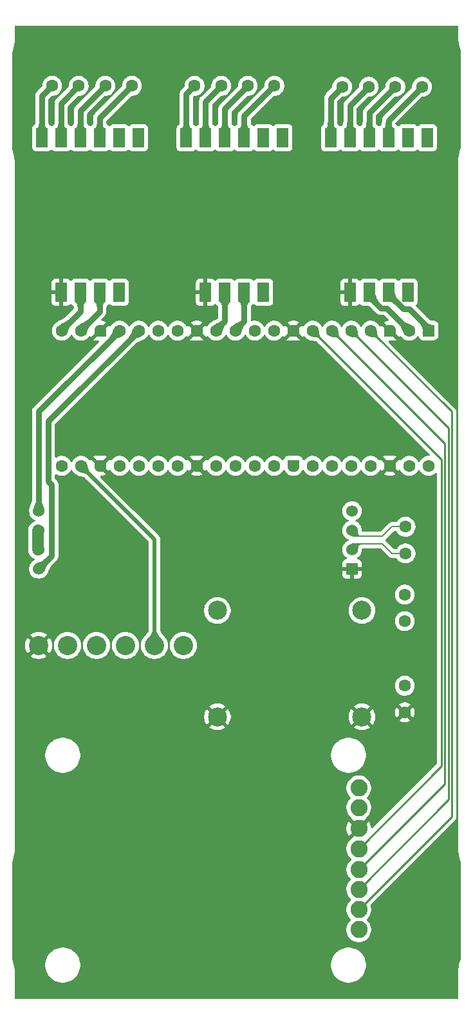
<source format=gbr>
%TF.GenerationSoftware,KiCad,Pcbnew,9.0.7-9.0.7~ubuntu24.04.1*%
%TF.CreationDate,2026-01-14T12:58:48+00:00*%
%TF.ProjectId,LIFT,4c494654-2e6b-4696-9361-645f70636258,rev?*%
%TF.SameCoordinates,Original*%
%TF.FileFunction,Copper,L1,Top*%
%TF.FilePolarity,Positive*%
%FSLAX46Y46*%
G04 Gerber Fmt 4.6, Leading zero omitted, Abs format (unit mm)*
G04 Created by KiCad (PCBNEW 9.0.7-9.0.7~ubuntu24.04.1) date 2026-01-14 12:58:48*
%MOMM*%
%LPD*%
G01*
G04 APERTURE LIST*
G04 Aperture macros list*
%AMRoundRect*
0 Rectangle with rounded corners*
0 $1 Rounding radius*
0 $2 $3 $4 $5 $6 $7 $8 $9 X,Y pos of 4 corners*
0 Add a 4 corners polygon primitive as box body*
4,1,4,$2,$3,$4,$5,$6,$7,$8,$9,$2,$3,0*
0 Add four circle primitives for the rounded corners*
1,1,$1+$1,$2,$3*
1,1,$1+$1,$4,$5*
1,1,$1+$1,$6,$7*
1,1,$1+$1,$8,$9*
0 Add four rect primitives between the rounded corners*
20,1,$1+$1,$2,$3,$4,$5,0*
20,1,$1+$1,$4,$5,$6,$7,0*
20,1,$1+$1,$6,$7,$8,$9,0*
20,1,$1+$1,$8,$9,$2,$3,0*%
%AMFreePoly0*
4,1,37,0.603843,0.796157,0.639018,0.796157,0.711114,0.766294,0.766294,0.711114,0.796157,0.639018,0.796157,0.603843,0.800000,0.600000,0.800000,-0.600000,0.796157,-0.603843,0.796157,-0.639018,0.766294,-0.711114,0.711114,-0.766294,0.639018,-0.796157,0.603843,-0.796157,0.600000,-0.800000,0.000000,-0.800000,0.000000,-0.796148,-0.078414,-0.796148,-0.232228,-0.765552,-0.377117,-0.705537,
-0.507515,-0.618408,-0.618408,-0.507515,-0.705537,-0.377117,-0.765552,-0.232228,-0.796148,-0.078414,-0.796148,0.078414,-0.765552,0.232228,-0.705537,0.377117,-0.618408,0.507515,-0.507515,0.618408,-0.377117,0.705537,-0.232228,0.765552,-0.078414,0.796148,0.000000,0.796148,0.000000,0.800000,0.600000,0.800000,0.603843,0.796157,0.603843,0.796157,$1*%
%AMFreePoly1*
4,1,37,0.000000,0.796148,0.078414,0.796148,0.232228,0.765552,0.377117,0.705537,0.507515,0.618408,0.618408,0.507515,0.705537,0.377117,0.765552,0.232228,0.796148,0.078414,0.796148,-0.078414,0.765552,-0.232228,0.705537,-0.377117,0.618408,-0.507515,0.507515,-0.618408,0.377117,-0.705537,0.232228,-0.765552,0.078414,-0.796148,0.000000,-0.796148,0.000000,-0.800000,-0.600000,-0.800000,
-0.603843,-0.796157,-0.639018,-0.796157,-0.711114,-0.766294,-0.766294,-0.711114,-0.796157,-0.639018,-0.796157,-0.603843,-0.800000,-0.600000,-0.800000,0.600000,-0.796157,0.603843,-0.796157,0.639018,-0.766294,0.711114,-0.711114,0.766294,-0.639018,0.796157,-0.603843,0.796157,-0.600000,0.800000,0.000000,0.800000,0.000000,0.796148,0.000000,0.796148,$1*%
G04 Aperture macros list end*
%TA.AperFunction,ComponentPad*%
%ADD10R,1.540000X2.540000*%
%TD*%
%TA.AperFunction,ComponentPad*%
%ADD11C,1.600200*%
%TD*%
%TA.AperFunction,ComponentPad*%
%ADD12C,2.250000*%
%TD*%
%TA.AperFunction,ComponentPad*%
%ADD13C,2.540000*%
%TD*%
%TA.AperFunction,ComponentPad*%
%ADD14R,1.530000X1.530000*%
%TD*%
%TA.AperFunction,ComponentPad*%
%ADD15C,1.530000*%
%TD*%
%TA.AperFunction,ComponentPad*%
%ADD16RoundRect,0.200000X-0.600000X0.600000X-0.600000X-0.600000X0.600000X-0.600000X0.600000X0.600000X0*%
%TD*%
%TA.AperFunction,ComponentPad*%
%ADD17C,1.600000*%
%TD*%
%TA.AperFunction,ComponentPad*%
%ADD18FreePoly0,270.000000*%
%TD*%
%TA.AperFunction,ComponentPad*%
%ADD19FreePoly1,270.000000*%
%TD*%
%TA.AperFunction,ComponentPad*%
%ADD20C,2.500000*%
%TD*%
%TA.AperFunction,Conductor*%
%ADD21C,0.750000*%
%TD*%
%TA.AperFunction,Conductor*%
%ADD22C,0.500000*%
%TD*%
%TA.AperFunction,Conductor*%
%ADD23C,0.185000*%
%TD*%
%TA.AperFunction,Conductor*%
%ADD24C,1.500000*%
%TD*%
%TA.AperFunction,Conductor*%
%ADD25C,0.250000*%
%TD*%
G04 APERTURE END LIST*
D10*
%TO.P,U5,1,E+*%
%TO.N,/E2+*%
X165400000Y-44840000D03*
%TO.P,U5,2,E-*%
%TO.N,/E2-*%
X167940000Y-44840000D03*
%TO.P,U5,3,A-*%
%TO.N,/A2-*%
X170480000Y-44840000D03*
%TO.P,U5,4,A+*%
%TO.N,/A2+*%
X173020000Y-44840000D03*
%TO.P,U5,5,B-*%
%TO.N,unconnected-(U5-B--Pad5)*%
X175560000Y-44840000D03*
%TO.P,U5,6,B+*%
%TO.N,unconnected-(U5-B+-Pad6)*%
X178100000Y-44840000D03*
%TO.P,U5,7,GND*%
%TO.N,GND*%
X167940000Y-65160000D03*
%TO.P,U5,8,DT*%
%TO.N,/DT3*%
X170480000Y-65160000D03*
%TO.P,U5,9,CLK*%
%TO.N,/CLK3*%
X173020000Y-65160000D03*
%TO.P,U5,10,VCC*%
%TO.N,/5V*%
X175560000Y-65160000D03*
%TD*%
%TO.P,U1,1,E+*%
%TO.N,/E3+*%
X127400000Y-44840000D03*
%TO.P,U1,2,E-*%
%TO.N,/E3-*%
X129940000Y-44840000D03*
%TO.P,U1,3,A-*%
%TO.N,/A3-*%
X132480000Y-44840000D03*
%TO.P,U1,4,A+*%
%TO.N,/A3+*%
X135020000Y-44840000D03*
%TO.P,U1,5,B-*%
%TO.N,unconnected-(U1-B--Pad5)*%
X137560000Y-44840000D03*
%TO.P,U1,6,B+*%
%TO.N,unconnected-(U1-B+-Pad6)*%
X140100000Y-44840000D03*
%TO.P,U1,7,GND*%
%TO.N,GND*%
X129940000Y-65160000D03*
%TO.P,U1,8,DT*%
%TO.N,/DT2*%
X132480000Y-65160000D03*
%TO.P,U1,9,CLK*%
%TO.N,/CLK2*%
X135020000Y-65160000D03*
%TO.P,U1,10,VCC*%
%TO.N,/5V*%
X137560000Y-65160000D03*
%TD*%
D11*
%TO.P,J7,1,1*%
%TO.N,/V_In*%
X175144500Y-116910400D03*
%TO.P,J7,2,2*%
%TO.N,GND*%
X175144500Y-120410402D03*
%TD*%
D12*
%TO.P,U7,1,INT*%
%TO.N,unconnected-(U7-INT-Pad1)*%
X169100000Y-149000000D03*
%TO.P,U7,2,SCK*%
%TO.N,/CAN CLK*%
X169100000Y-146350000D03*
%TO.P,U7,3,SI*%
%TO.N,/CAN TX*%
X169100000Y-143700000D03*
%TO.P,U7,4,SI*%
%TO.N,/CAN RX*%
X169100000Y-141100000D03*
%TO.P,U7,5,SO*%
%TO.N,/CAN CS*%
X169100000Y-138350000D03*
%TO.P,U7,6,GND*%
%TO.N,GND*%
X169100000Y-135700000D03*
%TO.P,U7,7,VCC1*%
%TO.N,/5V*%
X169100000Y-132950000D03*
%TO.P,U7,8,VCC*%
X169100000Y-130350000D03*
%TD*%
D13*
%TO.P,U2,1,GND*%
%TO.N,GND*%
X126975000Y-111615000D03*
%TO.P,U2,2,MISO*%
%TO.N,/SD_MISO*%
X130785000Y-111615000D03*
%TO.P,U2,3,CLK*%
%TO.N,/SD_CLK*%
X134595000Y-111615000D03*
%TO.P,U2,4,MOSI*%
%TO.N,/SD_MOSI*%
X138405000Y-111615000D03*
%TO.P,U2,5,CS*%
%TO.N,/SD_CS*%
X142215000Y-111615000D03*
%TO.P,U2,6,3.3V*%
%TO.N,/3V3*%
X146025000Y-111615000D03*
%TD*%
D11*
%TO.P,J3,1,1*%
%TO.N,/E1+*%
X147499999Y-38000000D03*
%TO.P,J3,2,2*%
%TO.N,/E1-*%
X151000000Y-38000000D03*
%TO.P,J3,3,3*%
%TO.N,/A1-*%
X154500000Y-38000000D03*
%TO.P,J3,4,4*%
%TO.N,/A1+*%
X158000001Y-38000000D03*
%TD*%
%TO.P,J8,1,1*%
%TO.N,/RS-*%
X175250000Y-96000000D03*
%TO.P,J8,2,2*%
%TO.N,/RS+*%
X175250000Y-99500002D03*
%TD*%
D10*
%TO.P,U4,1,E+*%
%TO.N,/E1+*%
X146400000Y-44840000D03*
%TO.P,U4,2,E-*%
%TO.N,/E1-*%
X148940000Y-44840000D03*
%TO.P,U4,3,A-*%
%TO.N,/A1-*%
X151480000Y-44840000D03*
%TO.P,U4,4,A+*%
%TO.N,/A1+*%
X154020000Y-44840000D03*
%TO.P,U4,5,B-*%
%TO.N,unconnected-(U4-B--Pad5)*%
X156560000Y-44840000D03*
%TO.P,U4,6,B+*%
%TO.N,unconnected-(U4-B+-Pad6)*%
X159100000Y-44840000D03*
%TO.P,U4,7,GND*%
%TO.N,GND*%
X148940000Y-65160000D03*
%TO.P,U4,8,DT*%
%TO.N,/DT1*%
X151480000Y-65160000D03*
%TO.P,U4,9,CLK*%
%TO.N,/CLK1*%
X154020000Y-65160000D03*
%TO.P,U4,10,VCC*%
%TO.N,/5V*%
X156560000Y-65160000D03*
%TD*%
D14*
%TO.P,U3,1,GND*%
%TO.N,GND*%
X168210000Y-101535000D03*
D15*
%TO.P,U3,2,A*%
%TO.N,/RS+*%
X168210000Y-98995000D03*
%TO.P,U3,3,B*%
%TO.N,/RS-*%
X168210000Y-96455000D03*
%TO.P,U3,4,VCC*%
%TO.N,/5V*%
X168210000Y-93915000D03*
%TO.P,U3,5,RO*%
%TO.N,/UART RX*%
X126990000Y-93915000D03*
%TO.P,U3,6,RE*%
%TO.N,/DE{slash}RE*%
X126990000Y-96455000D03*
%TO.P,U3,7,DE*%
X126990000Y-98995000D03*
%TO.P,U3,8,DI*%
%TO.N,/UART TX*%
X126990000Y-101535000D03*
%TD*%
D11*
%TO.P,J9,1,1*%
%TO.N,/RS-*%
X175144500Y-104910400D03*
%TO.P,J9,2,2*%
%TO.N,/RS+*%
X175144500Y-108410402D03*
%TD*%
%TO.P,J4,1,1*%
%TO.N,/E3+*%
X128749999Y-38000000D03*
%TO.P,J4,2,2*%
%TO.N,/E3-*%
X132250000Y-38000000D03*
%TO.P,J4,3,3*%
%TO.N,/A3-*%
X135750000Y-38000000D03*
%TO.P,J4,4,4*%
%TO.N,/A3+*%
X139250001Y-38000000D03*
%TD*%
%TO.P,J2,1,1*%
%TO.N,/E2+*%
X166910400Y-38105500D03*
%TO.P,J2,2,2*%
%TO.N,/E2-*%
X170410401Y-38105500D03*
%TO.P,J2,3,3*%
%TO.N,/A2-*%
X173910401Y-38105500D03*
%TO.P,J2,4,4*%
%TO.N,/A2+*%
X177410402Y-38105500D03*
%TD*%
D16*
%TO.P,A1,1,GPIO0*%
%TO.N,/CLK3*%
X178270000Y-70195000D03*
D17*
%TO.P,A1,2,GPIO1*%
%TO.N,/DT3*%
X175730000Y-70195000D03*
D18*
%TO.P,A1,3,GND*%
%TO.N,GND*%
X173190000Y-70195000D03*
D17*
%TO.P,A1,4,GPIO2*%
%TO.N,/CAN CLK*%
X170650000Y-70195000D03*
%TO.P,A1,5,GPIO3*%
%TO.N,/CAN TX*%
X168110000Y-70195000D03*
%TO.P,A1,6,GPIO4*%
%TO.N,/CAN RX*%
X165570000Y-70195000D03*
%TO.P,A1,7,GPIO5*%
%TO.N,/CAN CS*%
X163030000Y-70195000D03*
D18*
%TO.P,A1,8,GND*%
%TO.N,GND*%
X160490000Y-70195000D03*
D17*
%TO.P,A1,9,GPIO6*%
%TO.N,unconnected-(A1-GPIO6-Pad9)*%
X157950000Y-70195000D03*
%TO.P,A1,10,GPIO7*%
%TO.N,unconnected-(A1-GPIO7-Pad10)*%
X155410000Y-70195000D03*
%TO.P,A1,11,GPIO8*%
%TO.N,/CLK1*%
X152870000Y-70195000D03*
%TO.P,A1,12,GPIO9*%
%TO.N,/DT1*%
X150330000Y-70195000D03*
D18*
%TO.P,A1,13,GND*%
%TO.N,GND*%
X147790000Y-70195000D03*
D17*
%TO.P,A1,14,GPIO10*%
%TO.N,unconnected-(A1-GPIO10-Pad14)*%
X145250000Y-70195000D03*
%TO.P,A1,15,GPIO11*%
%TO.N,unconnected-(A1-GPIO11-Pad15)*%
X142710000Y-70195000D03*
%TO.P,A1,16,GPIO12*%
%TO.N,/UART TX*%
X140170000Y-70195000D03*
%TO.P,A1,17,GPIO13*%
%TO.N,/UART RX*%
X137630000Y-70195000D03*
D18*
%TO.P,A1,18,GND*%
%TO.N,GND*%
X135090000Y-70195000D03*
D17*
%TO.P,A1,19,GPIO14*%
%TO.N,/CLK2*%
X132550000Y-70195000D03*
%TO.P,A1,20,GPIO15*%
%TO.N,/DT2*%
X130010000Y-70195000D03*
%TO.P,A1,21,GPIO16*%
%TO.N,/SD_MISO*%
X130010000Y-87975000D03*
%TO.P,A1,22,GPIO17*%
%TO.N,/SD_CS*%
X132550000Y-87975000D03*
D19*
%TO.P,A1,23,GND*%
%TO.N,GND*%
X135090000Y-87975000D03*
D17*
%TO.P,A1,24,GPIO18*%
%TO.N,/SD_CLK*%
X137630000Y-87975000D03*
%TO.P,A1,25,GPIO19*%
%TO.N,/SD_MOSI*%
X140170000Y-87975000D03*
%TO.P,A1,26,GPIO20*%
%TO.N,unconnected-(A1-GPIO20-Pad26)*%
X142710000Y-87975000D03*
%TO.P,A1,27,GPIO21*%
%TO.N,unconnected-(A1-GPIO21-Pad27)*%
X145250000Y-87975000D03*
D19*
%TO.P,A1,28,GND*%
%TO.N,GND*%
X147790000Y-87975000D03*
D17*
%TO.P,A1,29,GPIO22*%
%TO.N,unconnected-(A1-GPIO22-Pad29)*%
X150330000Y-87975000D03*
%TO.P,A1,30,RUN*%
%TO.N,unconnected-(A1-RUN-Pad30)*%
X152870000Y-87975000D03*
%TO.P,A1,31,GPIO26_ADC0*%
%TO.N,unconnected-(A1-GPIO26_ADC0-Pad31)*%
X155410000Y-87975000D03*
%TO.P,A1,32,GPIO27_ADC1*%
%TO.N,unconnected-(A1-GPIO27_ADC1-Pad32)*%
X157950000Y-87975000D03*
D19*
%TO.P,A1,33,AGND*%
%TO.N,unconnected-(A1-AGND-Pad33)*%
X160490000Y-87975000D03*
D17*
%TO.P,A1,34,GPIO28_ADC2*%
%TO.N,unconnected-(A1-GPIO28_ADC2-Pad34)*%
X163030000Y-87975000D03*
%TO.P,A1,35,ADC_VREF*%
%TO.N,unconnected-(A1-ADC_VREF-Pad35)*%
X165570000Y-87975000D03*
%TO.P,A1,36,3V3*%
%TO.N,/3V3*%
X168110000Y-87975000D03*
%TO.P,A1,37,3V3_EN*%
%TO.N,unconnected-(A1-3V3_EN-Pad37)*%
X170650000Y-87975000D03*
D19*
%TO.P,A1,38,GND*%
%TO.N,GND*%
X173190000Y-87975000D03*
D17*
%TO.P,A1,39,VSYS*%
%TO.N,/5V*%
X175730000Y-87975000D03*
%TO.P,A1,40,VBUS*%
%TO.N,unconnected-(A1-VBUS-Pad40)*%
X178270000Y-87975000D03*
%TD*%
D20*
%TO.P,U6,1,IN+*%
%TO.N,/V_In*%
X169500000Y-107000000D03*
%TO.P,U6,2,IN-*%
%TO.N,GND*%
X169500000Y-121000000D03*
%TO.P,U6,3,OUT+*%
%TO.N,/5V*%
X150500000Y-107000000D03*
%TO.P,U6,4,OUT-*%
%TO.N,GND*%
X150500000Y-121000000D03*
%TD*%
D21*
%TO.N,/E3-*%
X129940000Y-44840000D02*
X129940000Y-40310000D01*
X129940000Y-40310000D02*
X132250000Y-38000000D01*
%TO.N,/CLK2*%
X135020000Y-67640000D02*
X135020000Y-65160000D01*
X132440000Y-70220000D02*
X135020000Y-67640000D01*
%TO.N,/A3-*%
X132480000Y-44840000D02*
X132480000Y-41270000D01*
X132480000Y-41270000D02*
X135750000Y-38000000D01*
%TO.N,/DT2*%
X132480000Y-67640000D02*
X132480000Y-65160000D01*
X129900000Y-70220000D02*
X132480000Y-67640000D01*
%TO.N,/E3+*%
X127400000Y-39349999D02*
X127400000Y-44840000D01*
X128749999Y-38000000D02*
X127400000Y-39349999D01*
%TO.N,/A3+*%
X135020000Y-42230001D02*
X139250001Y-38000000D01*
X135020000Y-44840000D02*
X135020000Y-42230001D01*
%TO.N,/DT1*%
X150220000Y-70220000D02*
X151480000Y-68960000D01*
X151480000Y-68960000D02*
X151480000Y-65160000D01*
%TO.N,/E1+*%
X146400000Y-39099999D02*
X147499999Y-38000000D01*
X146400000Y-44840000D02*
X146400000Y-39099999D01*
%TO.N,/SD_MISO*%
X129750000Y-88235000D02*
X130010000Y-87975000D01*
%TO.N,/E1-*%
X148940000Y-40060000D02*
X151000000Y-38000000D01*
X148940000Y-44840000D02*
X148940000Y-40060000D01*
%TO.N,/SD_CS*%
X132440000Y-88380000D02*
X132440000Y-88000000D01*
D22*
X132550000Y-87975000D02*
X142215000Y-97640000D01*
X142215000Y-97640000D02*
X142215000Y-111615000D01*
D21*
%TO.N,/A1+*%
X154020000Y-44840000D02*
X154020000Y-41980001D01*
X154020000Y-41980001D02*
X158000001Y-38000000D01*
%TO.N,/CLK1*%
X154020000Y-68960000D02*
X154020000Y-65160000D01*
X152760000Y-70220000D02*
X154020000Y-68960000D01*
%TO.N,/A1-*%
X151480000Y-44840000D02*
X151480000Y-41020000D01*
X151480000Y-41020000D02*
X154500000Y-38000000D01*
%TO.N,/A2-*%
X170480000Y-44840000D02*
X170480000Y-41535901D01*
X170480000Y-41535901D02*
X173910401Y-38105500D01*
%TO.N,/E2+*%
X165400000Y-39615900D02*
X166910400Y-38105500D01*
X165400000Y-44840000D02*
X165400000Y-39615900D01*
%TO.N,/E2-*%
X167940000Y-40575901D02*
X170410401Y-38105500D01*
X167940000Y-44840000D02*
X167940000Y-40575901D01*
%TO.N,/CLK3*%
X178270000Y-69870000D02*
X175750000Y-67350000D01*
X178270000Y-70195000D02*
X178270000Y-69870000D01*
X175750000Y-67350000D02*
X174950000Y-67350000D01*
X174950000Y-67350000D02*
X173020000Y-65420000D01*
X173020000Y-65420000D02*
X173020000Y-65160000D01*
%TO.N,/A2+*%
X173020000Y-44840000D02*
X173020000Y-42495902D01*
X173020000Y-42495902D02*
X177410402Y-38105500D01*
%TO.N,/DT3*%
X172785000Y-67250000D02*
X172018000Y-67250000D01*
X175560000Y-70160000D02*
X175620000Y-70220000D01*
X175730000Y-70195000D02*
X172785000Y-67250000D01*
X172018000Y-67250000D02*
X170480000Y-65712000D01*
X170480000Y-65712000D02*
X170480000Y-65160000D01*
D23*
%TO.N,/RS+*%
X172199999Y-98250000D02*
X173449999Y-99500000D01*
X168870000Y-98250000D02*
X172199999Y-98250000D01*
X173449999Y-99500000D02*
X174250000Y-99500000D01*
X175249998Y-99500000D02*
X175250000Y-99500002D01*
X168100000Y-99020000D02*
X168870000Y-98250000D01*
X174250000Y-99500000D02*
X175249998Y-99500000D01*
X174250000Y-99500000D02*
X175250000Y-99500000D01*
%TO.N,/RS-*%
X168100000Y-96480000D02*
X168870000Y-97250000D01*
X168870000Y-97250000D02*
X172199999Y-97250000D01*
X173449999Y-96000000D02*
X175250000Y-96000000D01*
X172199999Y-97250000D02*
X173449999Y-96000000D01*
D21*
%TO.N,/UART TX*%
X128684000Y-99841000D02*
X128684000Y-90434000D01*
X126990000Y-101535000D02*
X128684000Y-99841000D01*
X128250000Y-82115000D02*
X140170000Y-70195000D01*
X128250000Y-90000000D02*
X128250000Y-82115000D01*
X128684000Y-90434000D02*
X128250000Y-90000000D01*
%TO.N,/UART RX*%
X126990000Y-80835000D02*
X137630000Y-70195000D01*
X137560000Y-70180000D02*
X137520000Y-70220000D01*
X126990000Y-93915000D02*
X126990000Y-80835000D01*
D24*
%TO.N,/DE{slash}RE*%
X126880000Y-96480000D02*
X126880000Y-99020000D01*
D25*
%TO.N,/CAN TX*%
X180900000Y-82985000D02*
X180900000Y-131900000D01*
X168110000Y-70195000D02*
X180900000Y-82985000D01*
X180900000Y-131900000D02*
X169100000Y-143700000D01*
%TO.N,/CAN CLK*%
X170650000Y-70195000D02*
X181301000Y-80846000D01*
X181301000Y-80846000D02*
X181301000Y-134149000D01*
X181301000Y-134149000D02*
X169100000Y-146350000D01*
%TO.N,/CAN RX*%
X165570000Y-70195000D02*
X180401000Y-85026000D01*
X180401000Y-85026000D02*
X180401000Y-129799000D01*
X180401000Y-129799000D02*
X169100000Y-141100000D01*
%TO.N,/CAN CS*%
X163030000Y-70195000D02*
X180000000Y-87165000D01*
X180000000Y-87165000D02*
X180000000Y-127450000D01*
X180000000Y-127450000D02*
X169100000Y-138350000D01*
%TD*%
%TA.AperFunction,Conductor*%
%TO.N,/UART RX*%
G36*
X127362159Y-92403126D02*
G01*
X127365571Y-92410798D01*
X127378455Y-92661229D01*
X127378456Y-92661237D01*
X127414936Y-92857661D01*
X127414937Y-92857667D01*
X127468624Y-93014597D01*
X127533708Y-93157651D01*
X127571683Y-93238452D01*
X127571970Y-93239115D01*
X127637427Y-93404192D01*
X127664282Y-93471916D01*
X127664631Y-93472929D01*
X127703766Y-93606046D01*
X127703947Y-93606739D01*
X127737621Y-93754037D01*
X127736124Y-93762865D01*
X127728822Y-93768050D01*
X127728512Y-93768116D01*
X126992297Y-93915540D01*
X126987703Y-93915540D01*
X126251583Y-93768135D01*
X126244144Y-93763152D01*
X126242409Y-93754367D01*
X126242487Y-93754005D01*
X126287220Y-93565509D01*
X126287462Y-93564645D01*
X126339134Y-93404720D01*
X126339521Y-93403692D01*
X126446247Y-93157752D01*
X126446366Y-93157490D01*
X126472083Y-93103109D01*
X126549034Y-92912343D01*
X126575897Y-92813818D01*
X126596584Y-92700113D01*
X126610198Y-92563012D01*
X126614666Y-92411054D01*
X126618335Y-92402886D01*
X126626361Y-92399699D01*
X127353886Y-92399699D01*
X127362159Y-92403126D01*
G37*
%TD.AperFunction*%
%TD*%
%TA.AperFunction,Conductor*%
%TO.N,/A2+*%
G36*
X173391719Y-42803427D02*
G01*
X173395145Y-42811553D01*
X173396201Y-42895876D01*
X173396202Y-42895905D01*
X173414341Y-43113036D01*
X173414342Y-43113047D01*
X173454582Y-43286292D01*
X173512692Y-43412516D01*
X173586044Y-43498743D01*
X173676316Y-43551174D01*
X173676320Y-43551175D01*
X173676323Y-43551177D01*
X173729956Y-43565147D01*
X173771121Y-43568474D01*
X173779092Y-43572556D01*
X173781841Y-43581078D01*
X173780186Y-43586198D01*
X173030007Y-44824481D01*
X173022789Y-44829782D01*
X173013938Y-44828426D01*
X173009993Y-44824481D01*
X172259607Y-43585858D01*
X172258251Y-43577007D01*
X172263552Y-43569789D01*
X172268445Y-43568155D01*
X172322959Y-43562704D01*
X172377961Y-43545598D01*
X172426319Y-43519575D01*
X172496587Y-43455301D01*
X172549932Y-43372326D01*
X172588681Y-43276332D01*
X172615165Y-43173003D01*
X172640646Y-42967072D01*
X172644703Y-42811394D01*
X172648344Y-42803214D01*
X172656399Y-42800000D01*
X173383446Y-42800000D01*
X173391719Y-42803427D01*
G37*
%TD.AperFunction*%
%TD*%
%TA.AperFunction,Conductor*%
%TO.N,/UART TX*%
G36*
X127804347Y-100206389D02*
G01*
X128318785Y-100720827D01*
X128322212Y-100729100D01*
X128319199Y-100736937D01*
X128151228Y-100923127D01*
X128151225Y-100923132D01*
X128038124Y-101087825D01*
X127965111Y-101236773D01*
X127910005Y-101383877D01*
X127879704Y-101467915D01*
X127879438Y-101468587D01*
X127780097Y-101698478D01*
X127779628Y-101699441D01*
X127713166Y-101821256D01*
X127712804Y-101821873D01*
X127632466Y-101949828D01*
X127625164Y-101955013D01*
X127616336Y-101953516D01*
X127616069Y-101953344D01*
X127235019Y-101699441D01*
X126991241Y-101537005D01*
X126987994Y-101533758D01*
X126571709Y-100909012D01*
X126569975Y-100900228D01*
X126574959Y-100892788D01*
X126575308Y-100892565D01*
X126740178Y-100790937D01*
X126740961Y-100790496D01*
X126890584Y-100713950D01*
X126891604Y-100713488D01*
X127140970Y-100615052D01*
X127141228Y-100614955D01*
X127197870Y-100594685D01*
X127387174Y-100514205D01*
X127475837Y-100463532D01*
X127570867Y-100397759D01*
X127677439Y-100310440D01*
X127788049Y-100206148D01*
X127796418Y-100202967D01*
X127804347Y-100206389D01*
G37*
%TD.AperFunction*%
%TD*%
%TA.AperFunction,Conductor*%
%TO.N,/RS-*%
G36*
X168851968Y-96040121D02*
G01*
X168852338Y-96040712D01*
X168894094Y-96112192D01*
X168894716Y-96113418D01*
X168930628Y-96195780D01*
X168931216Y-96197470D01*
X168975139Y-96363899D01*
X168975462Y-96365661D01*
X168992632Y-96528871D01*
X168992693Y-96529816D01*
X168996399Y-96685205D01*
X168996401Y-96685324D01*
X168997458Y-96762412D01*
X168997458Y-96762417D01*
X169010564Y-96920859D01*
X169010565Y-96920865D01*
X169043346Y-97021281D01*
X169043346Y-97021282D01*
X169043347Y-97021283D01*
X169100442Y-97090998D01*
X169142877Y-97117974D01*
X169142879Y-97117975D01*
X169151644Y-97121349D01*
X169195683Y-97138307D01*
X169268124Y-97152600D01*
X169268129Y-97152601D01*
X169345411Y-97156887D01*
X169353480Y-97160766D01*
X169356461Y-97168568D01*
X169356461Y-97330702D01*
X169353034Y-97338975D01*
X169344761Y-97342402D01*
X169344665Y-97342402D01*
X168989463Y-97339481D01*
X168988890Y-97339462D01*
X168736175Y-97324981D01*
X168735178Y-97324881D01*
X168498129Y-97290771D01*
X168497567Y-97290676D01*
X168177683Y-97228633D01*
X168177621Y-97228621D01*
X168072207Y-97207586D01*
X168064765Y-97202606D01*
X168063019Y-97193845D01*
X168208058Y-96459764D01*
X168213019Y-96452318D01*
X168835743Y-96036880D01*
X168844526Y-96035140D01*
X168851968Y-96040121D01*
G37*
%TD.AperFunction*%
%TD*%
%TA.AperFunction,Conductor*%
%TO.N,/CLK1*%
G36*
X154026062Y-65171573D02*
G01*
X154030007Y-65175518D01*
X154780392Y-66414141D01*
X154781748Y-66422992D01*
X154776447Y-66430210D01*
X154771549Y-66431845D01*
X154717038Y-66437296D01*
X154662040Y-66454401D01*
X154613682Y-66480423D01*
X154613678Y-66480426D01*
X154543414Y-66544697D01*
X154490065Y-66627677D01*
X154451325Y-66723649D01*
X154451319Y-66723668D01*
X154424832Y-66827009D01*
X154399353Y-67032930D01*
X154395297Y-67188605D01*
X154391656Y-67196786D01*
X154383601Y-67200000D01*
X153656554Y-67200000D01*
X153648281Y-67196573D01*
X153644855Y-67188447D01*
X153643799Y-67104125D01*
X153643797Y-67104106D01*
X153643797Y-67104094D01*
X153633992Y-66986733D01*
X153625658Y-66886957D01*
X153585418Y-66713708D01*
X153527308Y-66587484D01*
X153453956Y-66501257D01*
X153453955Y-66501256D01*
X153363683Y-66448825D01*
X153363674Y-66448822D01*
X153310046Y-66434853D01*
X153268877Y-66431525D01*
X153260907Y-66427443D01*
X153258158Y-66418920D01*
X153259812Y-66413803D01*
X154009993Y-65175517D01*
X154017211Y-65170217D01*
X154026062Y-65171573D01*
G37*
%TD.AperFunction*%
%TD*%
%TA.AperFunction,Conductor*%
%TO.N,GND*%
G36*
X160024075Y-70387993D02*
G01*
X160089901Y-70502007D01*
X160182993Y-70595099D01*
X160297007Y-70660925D01*
X160360589Y-70677962D01*
X159600414Y-71438135D01*
X159656960Y-71461557D01*
X159656964Y-71461559D01*
X159707946Y-71479544D01*
X159850219Y-71499999D01*
X159850221Y-71500000D01*
X161129786Y-71500000D01*
X161183762Y-71497106D01*
X161183764Y-71497106D01*
X161323039Y-71461558D01*
X161379584Y-71438136D01*
X161379584Y-71438135D01*
X160619410Y-70677962D01*
X160682993Y-70660925D01*
X160797007Y-70595099D01*
X160890099Y-70502007D01*
X160955925Y-70387993D01*
X160972962Y-70324411D01*
X161733135Y-71084584D01*
X161733136Y-71084584D01*
X161756553Y-71028052D01*
X161766668Y-70999379D01*
X161807533Y-70942706D01*
X161872551Y-70917123D01*
X161941078Y-70930752D01*
X161983924Y-70967744D01*
X162038028Y-71042212D01*
X162038032Y-71042217D01*
X162182786Y-71186971D01*
X162337749Y-71299556D01*
X162348390Y-71307287D01*
X162530781Y-71400220D01*
X162684350Y-71450117D01*
X162725459Y-71463475D01*
X162725460Y-71463475D01*
X162725466Y-71463477D01*
X162771264Y-71470730D01*
X162787798Y-71474525D01*
X162809812Y-71481194D01*
X163116182Y-71527912D01*
X163116218Y-71527917D01*
X163127855Y-71529553D01*
X163127888Y-71529557D01*
X163127922Y-71529562D01*
X163128482Y-71529634D01*
X163140911Y-71531076D01*
X163238760Y-71541201D01*
X163241028Y-71541457D01*
X163402564Y-71561229D01*
X163414219Y-71563225D01*
X163438652Y-71568622D01*
X163452003Y-71572367D01*
X163463746Y-71576381D01*
X163466432Y-71577300D01*
X163481115Y-71583396D01*
X163497868Y-71591650D01*
X163510969Y-71599129D01*
X163544787Y-71621268D01*
X163554839Y-71628596D01*
X163612625Y-71675343D01*
X163619682Y-71681508D01*
X163661035Y-71720494D01*
X163707091Y-71763915D01*
X163746916Y-71798131D01*
X163746887Y-71798164D01*
X163757622Y-71807212D01*
X178413229Y-86462819D01*
X178446714Y-86524142D01*
X178441730Y-86593834D01*
X178399858Y-86649767D01*
X178334394Y-86674184D01*
X178325548Y-86674500D01*
X178167648Y-86674500D01*
X178143329Y-86678351D01*
X177965465Y-86706522D01*
X177770776Y-86769781D01*
X177588386Y-86862715D01*
X177422786Y-86983028D01*
X177278028Y-87127786D01*
X177157715Y-87293386D01*
X177110485Y-87386080D01*
X177062510Y-87436876D01*
X176994689Y-87453671D01*
X176928554Y-87431134D01*
X176889515Y-87386080D01*
X176863599Y-87335218D01*
X176842287Y-87293390D01*
X176812374Y-87252218D01*
X176721971Y-87127786D01*
X176577213Y-86983028D01*
X176411613Y-86862715D01*
X176411612Y-86862714D01*
X176411610Y-86862713D01*
X176354653Y-86833691D01*
X176229223Y-86769781D01*
X176034534Y-86706522D01*
X175859995Y-86678878D01*
X175832352Y-86674500D01*
X175627648Y-86674500D01*
X175603329Y-86678351D01*
X175425465Y-86706522D01*
X175230776Y-86769781D01*
X175048386Y-86862715D01*
X174882786Y-86983028D01*
X174738032Y-87127782D01*
X174738026Y-87127789D01*
X174682231Y-87204584D01*
X174626901Y-87247250D01*
X174557288Y-87253228D01*
X174495493Y-87220622D01*
X174461765Y-87162361D01*
X174456559Y-87141965D01*
X174456559Y-87141962D01*
X174433135Y-87085414D01*
X173672962Y-87845588D01*
X173655925Y-87782007D01*
X173590099Y-87667993D01*
X173497007Y-87574901D01*
X173382993Y-87509075D01*
X173319410Y-87492037D01*
X174079584Y-86731862D01*
X174023059Y-86708449D01*
X173972053Y-86690455D01*
X173829780Y-86670000D01*
X172550214Y-86670000D01*
X172496237Y-86672893D01*
X172496235Y-86672893D01*
X172356976Y-86708436D01*
X172356962Y-86708441D01*
X172300415Y-86731863D01*
X173060589Y-87492037D01*
X172997007Y-87509075D01*
X172882993Y-87574901D01*
X172789901Y-87667993D01*
X172724075Y-87782007D01*
X172707037Y-87845589D01*
X171946863Y-87085415D01*
X171946862Y-87085415D01*
X171923446Y-87141947D01*
X171923439Y-87141965D01*
X171913330Y-87170623D01*
X171872464Y-87227295D01*
X171807446Y-87252876D01*
X171738918Y-87239246D01*
X171696075Y-87202255D01*
X171641971Y-87127786D01*
X171497213Y-86983028D01*
X171345763Y-86872995D01*
X171331613Y-86862715D01*
X171331612Y-86862714D01*
X171331610Y-86862713D01*
X171274653Y-86833691D01*
X171149223Y-86769781D01*
X170954534Y-86706522D01*
X170779995Y-86678878D01*
X170752352Y-86674500D01*
X170547648Y-86674500D01*
X170523329Y-86678351D01*
X170345465Y-86706522D01*
X170150776Y-86769781D01*
X169968386Y-86862715D01*
X169802786Y-86983028D01*
X169658028Y-87127786D01*
X169537715Y-87293386D01*
X169490485Y-87386080D01*
X169442510Y-87436876D01*
X169374689Y-87453671D01*
X169308554Y-87431134D01*
X169269515Y-87386080D01*
X169243599Y-87335218D01*
X169222287Y-87293390D01*
X169192374Y-87252218D01*
X169101971Y-87127786D01*
X168957213Y-86983028D01*
X168791613Y-86862715D01*
X168791612Y-86862714D01*
X168791610Y-86862713D01*
X168734653Y-86833691D01*
X168609223Y-86769781D01*
X168414534Y-86706522D01*
X168239995Y-86678878D01*
X168212352Y-86674500D01*
X168007648Y-86674500D01*
X167983329Y-86678351D01*
X167805465Y-86706522D01*
X167610776Y-86769781D01*
X167428386Y-86862715D01*
X167262786Y-86983028D01*
X167118028Y-87127786D01*
X166997715Y-87293386D01*
X166950485Y-87386080D01*
X166902510Y-87436876D01*
X166834689Y-87453671D01*
X166768554Y-87431134D01*
X166729515Y-87386080D01*
X166703599Y-87335218D01*
X166682287Y-87293390D01*
X166652374Y-87252218D01*
X166561971Y-87127786D01*
X166417213Y-86983028D01*
X166251613Y-86862715D01*
X166251612Y-86862714D01*
X166251610Y-86862713D01*
X166194653Y-86833691D01*
X166069223Y-86769781D01*
X165874534Y-86706522D01*
X165699995Y-86678878D01*
X165672352Y-86674500D01*
X165467648Y-86674500D01*
X165443329Y-86678351D01*
X165265465Y-86706522D01*
X165070776Y-86769781D01*
X164888386Y-86862715D01*
X164722786Y-86983028D01*
X164578028Y-87127786D01*
X164457715Y-87293386D01*
X164410485Y-87386080D01*
X164362510Y-87436876D01*
X164294689Y-87453671D01*
X164228554Y-87431134D01*
X164189515Y-87386080D01*
X164163599Y-87335218D01*
X164142287Y-87293390D01*
X164112374Y-87252218D01*
X164021971Y-87127786D01*
X163877213Y-86983028D01*
X163711613Y-86862715D01*
X163711612Y-86862714D01*
X163711610Y-86862713D01*
X163654653Y-86833691D01*
X163529223Y-86769781D01*
X163334534Y-86706522D01*
X163159995Y-86678878D01*
X163132352Y-86674500D01*
X162927648Y-86674500D01*
X162903329Y-86678351D01*
X162725465Y-86706522D01*
X162530776Y-86769781D01*
X162348386Y-86862715D01*
X162182786Y-86983028D01*
X162038032Y-87127782D01*
X161982610Y-87204064D01*
X161927279Y-87246729D01*
X161857666Y-87252708D01*
X161795871Y-87220102D01*
X161762143Y-87161840D01*
X161757022Y-87141774D01*
X161751229Y-87127789D01*
X161726580Y-87068280D01*
X161726568Y-87068252D01*
X161703220Y-87019451D01*
X161703217Y-87019446D01*
X161647130Y-86944524D01*
X161616994Y-86904267D01*
X161616989Y-86904262D01*
X161616984Y-86904256D01*
X161560747Y-86848019D01*
X161560731Y-86848005D01*
X161520475Y-86811843D01*
X161520467Y-86811837D01*
X161396736Y-86738426D01*
X161396737Y-86738426D01*
X161347729Y-86718127D01*
X161323226Y-86707978D01*
X161323212Y-86707973D01*
X161323204Y-86707970D01*
X161272199Y-86689976D01*
X161224726Y-86683150D01*
X161129782Y-86669500D01*
X159850218Y-86669500D01*
X159850216Y-86669500D01*
X159796185Y-86672395D01*
X159796181Y-86672396D01*
X159656778Y-86707976D01*
X159656766Y-86707980D01*
X159583280Y-86738419D01*
X159583252Y-86738431D01*
X159534451Y-86761779D01*
X159534446Y-86761782D01*
X159419268Y-86848005D01*
X159419256Y-86848015D01*
X159363019Y-86904252D01*
X159326843Y-86944524D01*
X159326837Y-86944532D01*
X159253426Y-87068263D01*
X159222978Y-87141774D01*
X159222974Y-87141783D01*
X159212971Y-87170137D01*
X159172102Y-87226807D01*
X159107083Y-87252386D01*
X159038557Y-87238752D01*
X158995717Y-87201764D01*
X158994249Y-87199744D01*
X158941966Y-87127781D01*
X158797219Y-86983034D01*
X158797213Y-86983028D01*
X158631613Y-86862715D01*
X158631612Y-86862714D01*
X158631610Y-86862713D01*
X158574653Y-86833691D01*
X158449223Y-86769781D01*
X158254534Y-86706522D01*
X158079995Y-86678878D01*
X158052352Y-86674500D01*
X157847648Y-86674500D01*
X157823329Y-86678351D01*
X157645465Y-86706522D01*
X157450776Y-86769781D01*
X157268386Y-86862715D01*
X157102786Y-86983028D01*
X156958028Y-87127786D01*
X156837715Y-87293386D01*
X156790485Y-87386080D01*
X156742510Y-87436876D01*
X156674689Y-87453671D01*
X156608554Y-87431134D01*
X156569515Y-87386080D01*
X156543599Y-87335218D01*
X156522287Y-87293390D01*
X156492374Y-87252218D01*
X156401971Y-87127786D01*
X156257213Y-86983028D01*
X156091613Y-86862715D01*
X156091612Y-86862714D01*
X156091610Y-86862713D01*
X156034653Y-86833691D01*
X155909223Y-86769781D01*
X155714534Y-86706522D01*
X155539995Y-86678878D01*
X155512352Y-86674500D01*
X155307648Y-86674500D01*
X155283329Y-86678351D01*
X155105465Y-86706522D01*
X154910776Y-86769781D01*
X154728386Y-86862715D01*
X154562786Y-86983028D01*
X154418028Y-87127786D01*
X154297715Y-87293386D01*
X154250485Y-87386080D01*
X154202510Y-87436876D01*
X154134689Y-87453671D01*
X154068554Y-87431134D01*
X154029515Y-87386080D01*
X154003599Y-87335218D01*
X153982287Y-87293390D01*
X153952374Y-87252218D01*
X153861971Y-87127786D01*
X153717213Y-86983028D01*
X153551613Y-86862715D01*
X153551612Y-86862714D01*
X153551610Y-86862713D01*
X153494653Y-86833691D01*
X153369223Y-86769781D01*
X153174534Y-86706522D01*
X152999995Y-86678878D01*
X152972352Y-86674500D01*
X152767648Y-86674500D01*
X152743329Y-86678351D01*
X152565465Y-86706522D01*
X152370776Y-86769781D01*
X152188386Y-86862715D01*
X152022786Y-86983028D01*
X151878028Y-87127786D01*
X151757715Y-87293386D01*
X151710485Y-87386080D01*
X151662510Y-87436876D01*
X151594689Y-87453671D01*
X151528554Y-87431134D01*
X151489515Y-87386080D01*
X151463599Y-87335218D01*
X151442287Y-87293390D01*
X151412374Y-87252218D01*
X151321971Y-87127786D01*
X151177213Y-86983028D01*
X151011613Y-86862715D01*
X151011612Y-86862714D01*
X151011610Y-86862713D01*
X150954653Y-86833691D01*
X150829223Y-86769781D01*
X150634534Y-86706522D01*
X150459995Y-86678878D01*
X150432352Y-86674500D01*
X150227648Y-86674500D01*
X150203329Y-86678351D01*
X150025465Y-86706522D01*
X149830776Y-86769781D01*
X149648386Y-86862715D01*
X149482786Y-86983028D01*
X149338032Y-87127782D01*
X149338026Y-87127789D01*
X149282231Y-87204584D01*
X149226901Y-87247250D01*
X149157288Y-87253228D01*
X149095493Y-87220622D01*
X149061765Y-87162361D01*
X149056559Y-87141965D01*
X149056559Y-87141962D01*
X149033135Y-87085414D01*
X148272962Y-87845588D01*
X148255925Y-87782007D01*
X148190099Y-87667993D01*
X148097007Y-87574901D01*
X147982993Y-87509075D01*
X147919410Y-87492037D01*
X148679584Y-86731862D01*
X148623059Y-86708449D01*
X148572053Y-86690455D01*
X148429780Y-86670000D01*
X147150214Y-86670000D01*
X147096237Y-86672893D01*
X147096235Y-86672893D01*
X146956976Y-86708436D01*
X146956962Y-86708441D01*
X146900415Y-86731863D01*
X147660589Y-87492037D01*
X147597007Y-87509075D01*
X147482993Y-87574901D01*
X147389901Y-87667993D01*
X147324075Y-87782007D01*
X147307037Y-87845589D01*
X146546863Y-87085415D01*
X146546862Y-87085415D01*
X146523446Y-87141947D01*
X146523439Y-87141965D01*
X146513330Y-87170623D01*
X146472464Y-87227295D01*
X146407446Y-87252876D01*
X146338918Y-87239246D01*
X146296075Y-87202255D01*
X146241971Y-87127786D01*
X146097213Y-86983028D01*
X145945763Y-86872995D01*
X145931613Y-86862715D01*
X145931612Y-86862714D01*
X145931610Y-86862713D01*
X145874653Y-86833691D01*
X145749223Y-86769781D01*
X145554534Y-86706522D01*
X145379995Y-86678878D01*
X145352352Y-86674500D01*
X145147648Y-86674500D01*
X145123329Y-86678351D01*
X144945465Y-86706522D01*
X144750776Y-86769781D01*
X144568386Y-86862715D01*
X144402786Y-86983028D01*
X144258028Y-87127786D01*
X144137715Y-87293386D01*
X144090485Y-87386080D01*
X144042510Y-87436876D01*
X143974689Y-87453671D01*
X143908554Y-87431134D01*
X143869515Y-87386080D01*
X143843599Y-87335218D01*
X143822287Y-87293390D01*
X143792374Y-87252218D01*
X143701971Y-87127786D01*
X143557213Y-86983028D01*
X143391613Y-86862715D01*
X143391612Y-86862714D01*
X143391610Y-86862713D01*
X143334653Y-86833691D01*
X143209223Y-86769781D01*
X143014534Y-86706522D01*
X142839995Y-86678878D01*
X142812352Y-86674500D01*
X142607648Y-86674500D01*
X142583329Y-86678351D01*
X142405465Y-86706522D01*
X142210776Y-86769781D01*
X142028386Y-86862715D01*
X141862786Y-86983028D01*
X141718028Y-87127786D01*
X141597715Y-87293386D01*
X141550485Y-87386080D01*
X141502510Y-87436876D01*
X141434689Y-87453671D01*
X141368554Y-87431134D01*
X141329515Y-87386080D01*
X141303599Y-87335218D01*
X141282287Y-87293390D01*
X141252374Y-87252218D01*
X141161971Y-87127786D01*
X141017213Y-86983028D01*
X140851613Y-86862715D01*
X140851612Y-86862714D01*
X140851610Y-86862713D01*
X140794653Y-86833691D01*
X140669223Y-86769781D01*
X140474534Y-86706522D01*
X140299995Y-86678878D01*
X140272352Y-86674500D01*
X140067648Y-86674500D01*
X140043329Y-86678351D01*
X139865465Y-86706522D01*
X139670776Y-86769781D01*
X139488386Y-86862715D01*
X139322786Y-86983028D01*
X139178028Y-87127786D01*
X139057715Y-87293386D01*
X139010485Y-87386080D01*
X138962510Y-87436876D01*
X138894689Y-87453671D01*
X138828554Y-87431134D01*
X138789515Y-87386080D01*
X138763599Y-87335218D01*
X138742287Y-87293390D01*
X138712374Y-87252218D01*
X138621971Y-87127786D01*
X138477213Y-86983028D01*
X138311613Y-86862715D01*
X138311612Y-86862714D01*
X138311610Y-86862713D01*
X138254653Y-86833691D01*
X138129223Y-86769781D01*
X137934534Y-86706522D01*
X137759995Y-86678878D01*
X137732352Y-86674500D01*
X137527648Y-86674500D01*
X137503329Y-86678351D01*
X137325465Y-86706522D01*
X137130776Y-86769781D01*
X136948386Y-86862715D01*
X136782786Y-86983028D01*
X136638032Y-87127782D01*
X136638026Y-87127789D01*
X136582231Y-87204584D01*
X136526901Y-87247250D01*
X136457288Y-87253228D01*
X136395493Y-87220622D01*
X136361765Y-87162361D01*
X136356559Y-87141965D01*
X136356559Y-87141962D01*
X136333135Y-87085414D01*
X135572962Y-87845588D01*
X135555925Y-87782007D01*
X135490099Y-87667993D01*
X135397007Y-87574901D01*
X135282993Y-87509075D01*
X135219410Y-87492037D01*
X135979584Y-86731862D01*
X135923059Y-86708449D01*
X135872053Y-86690455D01*
X135729780Y-86670000D01*
X134450214Y-86670000D01*
X134396237Y-86672893D01*
X134396235Y-86672893D01*
X134256976Y-86708436D01*
X134256962Y-86708441D01*
X134200415Y-86731863D01*
X134960589Y-87492037D01*
X134897007Y-87509075D01*
X134782993Y-87574901D01*
X134689901Y-87667993D01*
X134624075Y-87782007D01*
X134607037Y-87845589D01*
X133846863Y-87085415D01*
X133846862Y-87085415D01*
X133823446Y-87141947D01*
X133823439Y-87141965D01*
X133813562Y-87169965D01*
X133794332Y-87196631D01*
X133776032Y-87223951D01*
X133773994Y-87224835D01*
X133772695Y-87226637D01*
X133742101Y-87238674D01*
X133711936Y-87251763D01*
X133709743Y-87251405D01*
X133707677Y-87252218D01*
X133675442Y-87245806D01*
X133642979Y-87240507D01*
X133640519Y-87238859D01*
X133639150Y-87238587D01*
X133613656Y-87220865D01*
X133611599Y-87219013D01*
X133594252Y-87199747D01*
X133566711Y-87161840D01*
X133541969Y-87127784D01*
X133397213Y-86983028D01*
X133245763Y-86872995D01*
X133231613Y-86862715D01*
X133231612Y-86862714D01*
X133231610Y-86862713D01*
X133174653Y-86833691D01*
X133049223Y-86769781D01*
X132854534Y-86706522D01*
X132679995Y-86678878D01*
X132652352Y-86674500D01*
X132447648Y-86674500D01*
X132423329Y-86678351D01*
X132245465Y-86706522D01*
X132050776Y-86769781D01*
X131868386Y-86862715D01*
X131702786Y-86983028D01*
X131558028Y-87127786D01*
X131437715Y-87293386D01*
X131390485Y-87386080D01*
X131342510Y-87436876D01*
X131274689Y-87453671D01*
X131208554Y-87431134D01*
X131169515Y-87386080D01*
X131143599Y-87335218D01*
X131122287Y-87293390D01*
X131092374Y-87252218D01*
X131001971Y-87127786D01*
X130857213Y-86983028D01*
X130691613Y-86862715D01*
X130691612Y-86862714D01*
X130691610Y-86862713D01*
X130634653Y-86833691D01*
X130509223Y-86769781D01*
X130314534Y-86706522D01*
X130139995Y-86678878D01*
X130112352Y-86674500D01*
X129907648Y-86674500D01*
X129883329Y-86678351D01*
X129705465Y-86706522D01*
X129510776Y-86769781D01*
X129328387Y-86862714D01*
X129322384Y-86867076D01*
X129256577Y-86890555D01*
X129188524Y-86874729D01*
X129139830Y-86824622D01*
X129125500Y-86766757D01*
X129125500Y-82529005D01*
X129145185Y-82461966D01*
X129161814Y-82441329D01*
X139637713Y-71965429D01*
X139642505Y-71960887D01*
X139647990Y-71955959D01*
X139669667Y-71940710D01*
X139765145Y-71850706D01*
X139766236Y-71849727D01*
X139766459Y-71849620D01*
X139770500Y-71846068D01*
X139841194Y-71788123D01*
X139849103Y-71782152D01*
X139902303Y-71745253D01*
X139911260Y-71739595D01*
X139944587Y-71720490D01*
X139958012Y-71713839D01*
X140089388Y-71658384D01*
X140097800Y-71655189D01*
X140164046Y-71632750D01*
X140171455Y-71630176D01*
X140171806Y-71630051D01*
X140179577Y-71627212D01*
X140445216Y-71527683D01*
X140469909Y-71517681D01*
X140471035Y-71517190D01*
X140494999Y-71505985D01*
X140653857Y-71426578D01*
X140672992Y-71416496D01*
X140673872Y-71416008D01*
X140692739Y-71405006D01*
X140700554Y-71400220D01*
X140781779Y-71350472D01*
X140868107Y-71297599D01*
X140876356Y-71292437D01*
X140876733Y-71292196D01*
X140928143Y-71254567D01*
X140928147Y-71254561D01*
X140932884Y-71250283D01*
X140933018Y-71250432D01*
X140946194Y-71238567D01*
X141017219Y-71186966D01*
X141161966Y-71042219D01*
X141172263Y-71028047D01*
X141282284Y-70876614D01*
X141282285Y-70876613D01*
X141282287Y-70876610D01*
X141329516Y-70783917D01*
X141377489Y-70733123D01*
X141445310Y-70716328D01*
X141511445Y-70738865D01*
X141550483Y-70783917D01*
X141584976Y-70851613D01*
X141597715Y-70876614D01*
X141718028Y-71042213D01*
X141862786Y-71186971D01*
X142017749Y-71299556D01*
X142028390Y-71307287D01*
X142144607Y-71366503D01*
X142210776Y-71400218D01*
X142210778Y-71400218D01*
X142210781Y-71400220D01*
X142291903Y-71426578D01*
X142405465Y-71463477D01*
X142506557Y-71479488D01*
X142607648Y-71495500D01*
X142607649Y-71495500D01*
X142812351Y-71495500D01*
X142812352Y-71495500D01*
X143014534Y-71463477D01*
X143209219Y-71400220D01*
X143391610Y-71307287D01*
X143497733Y-71230185D01*
X143557213Y-71186971D01*
X143557215Y-71186968D01*
X143557219Y-71186966D01*
X143701966Y-71042219D01*
X143701968Y-71042215D01*
X143701971Y-71042213D01*
X143822284Y-70876614D01*
X143822285Y-70876613D01*
X143822287Y-70876610D01*
X143869516Y-70783917D01*
X143917489Y-70733123D01*
X143985310Y-70716328D01*
X144051445Y-70738865D01*
X144090483Y-70783917D01*
X144124976Y-70851613D01*
X144137715Y-70876614D01*
X144258028Y-71042213D01*
X144402786Y-71186971D01*
X144557749Y-71299556D01*
X144568390Y-71307287D01*
X144684607Y-71366503D01*
X144750776Y-71400218D01*
X144750778Y-71400218D01*
X144750781Y-71400220D01*
X144831903Y-71426578D01*
X144945465Y-71463477D01*
X145046557Y-71479488D01*
X145147648Y-71495500D01*
X145147649Y-71495500D01*
X145352351Y-71495500D01*
X145352352Y-71495500D01*
X145554534Y-71463477D01*
X145749219Y-71400220D01*
X145931610Y-71307287D01*
X145945768Y-71297001D01*
X146097213Y-71186971D01*
X146097215Y-71186968D01*
X146097219Y-71186966D01*
X146241966Y-71042219D01*
X146297766Y-70965415D01*
X146353096Y-70922750D01*
X146422710Y-70916771D01*
X146484505Y-70949376D01*
X146518233Y-71007635D01*
X146523438Y-71028030D01*
X146523442Y-71028043D01*
X146546862Y-71084584D01*
X147307037Y-70324410D01*
X147324075Y-70387993D01*
X147389901Y-70502007D01*
X147482993Y-70595099D01*
X147597007Y-70660925D01*
X147660589Y-70677962D01*
X146900414Y-71438135D01*
X146956960Y-71461557D01*
X146956964Y-71461559D01*
X147007946Y-71479544D01*
X147150219Y-71499999D01*
X147150221Y-71500000D01*
X148429786Y-71500000D01*
X148483762Y-71497106D01*
X148483764Y-71497106D01*
X148623039Y-71461558D01*
X148679584Y-71438136D01*
X148679584Y-71438135D01*
X147919410Y-70677962D01*
X147982993Y-70660925D01*
X148097007Y-70595099D01*
X148190099Y-70502007D01*
X148255925Y-70387993D01*
X148272962Y-70324411D01*
X149033135Y-71084584D01*
X149033136Y-71084584D01*
X149056553Y-71028052D01*
X149066668Y-70999379D01*
X149107533Y-70942706D01*
X149172551Y-70917123D01*
X149241078Y-70930752D01*
X149283924Y-70967744D01*
X149338028Y-71042212D01*
X149338032Y-71042217D01*
X149482786Y-71186971D01*
X149637749Y-71299556D01*
X149648390Y-71307287D01*
X149764607Y-71366503D01*
X149830776Y-71400218D01*
X149830778Y-71400218D01*
X149830781Y-71400220D01*
X149911903Y-71426578D01*
X150025465Y-71463477D01*
X150126557Y-71479488D01*
X150227648Y-71495500D01*
X150227649Y-71495500D01*
X150432351Y-71495500D01*
X150432352Y-71495500D01*
X150634534Y-71463477D01*
X150829219Y-71400220D01*
X151011610Y-71307287D01*
X151117733Y-71230185D01*
X151177213Y-71186971D01*
X151177215Y-71186968D01*
X151177219Y-71186966D01*
X151321966Y-71042219D01*
X151410190Y-70920787D01*
X151430484Y-70896714D01*
X151501081Y-70783510D01*
X151502061Y-70782036D01*
X151527484Y-70760683D01*
X151552290Y-70738592D01*
X151554135Y-70738301D01*
X151555564Y-70737101D01*
X151588500Y-70732882D01*
X151621307Y-70727710D01*
X151623015Y-70728462D01*
X151624867Y-70728225D01*
X151654865Y-70742487D01*
X151685251Y-70755868D01*
X151686609Y-70757580D01*
X151687968Y-70758226D01*
X151691012Y-70763128D01*
X151715815Y-70794381D01*
X151744976Y-70851613D01*
X151757715Y-70876613D01*
X151878028Y-71042213D01*
X152022786Y-71186971D01*
X152177749Y-71299556D01*
X152188390Y-71307287D01*
X152304607Y-71366503D01*
X152370776Y-71400218D01*
X152370778Y-71400218D01*
X152370781Y-71400220D01*
X152451903Y-71426578D01*
X152565465Y-71463477D01*
X152666557Y-71479488D01*
X152767648Y-71495500D01*
X152767649Y-71495500D01*
X152972351Y-71495500D01*
X152972352Y-71495500D01*
X153174534Y-71463477D01*
X153369219Y-71400220D01*
X153551610Y-71307287D01*
X153657733Y-71230185D01*
X153717213Y-71186971D01*
X153717215Y-71186968D01*
X153717219Y-71186966D01*
X153861966Y-71042219D01*
X153950190Y-70920787D01*
X153970484Y-70896714D01*
X154041081Y-70783510D01*
X154042061Y-70782036D01*
X154067484Y-70760683D01*
X154092290Y-70738592D01*
X154094135Y-70738301D01*
X154095564Y-70737101D01*
X154128500Y-70732882D01*
X154161307Y-70727710D01*
X154163015Y-70728462D01*
X154164867Y-70728225D01*
X154194865Y-70742487D01*
X154225251Y-70755868D01*
X154226609Y-70757580D01*
X154227968Y-70758226D01*
X154231012Y-70763128D01*
X154255815Y-70794381D01*
X154284976Y-70851613D01*
X154297715Y-70876613D01*
X154418028Y-71042213D01*
X154562786Y-71186971D01*
X154717749Y-71299556D01*
X154728390Y-71307287D01*
X154844607Y-71366503D01*
X154910776Y-71400218D01*
X154910778Y-71400218D01*
X154910781Y-71400220D01*
X154991903Y-71426578D01*
X155105465Y-71463477D01*
X155206557Y-71479488D01*
X155307648Y-71495500D01*
X155307649Y-71495500D01*
X155512351Y-71495500D01*
X155512352Y-71495500D01*
X155714534Y-71463477D01*
X155909219Y-71400220D01*
X156091610Y-71307287D01*
X156197733Y-71230185D01*
X156257213Y-71186971D01*
X156257215Y-71186968D01*
X156257219Y-71186966D01*
X156401966Y-71042219D01*
X156401968Y-71042215D01*
X156401971Y-71042213D01*
X156522284Y-70876614D01*
X156522285Y-70876613D01*
X156522287Y-70876610D01*
X156569516Y-70783917D01*
X156617489Y-70733123D01*
X156685310Y-70716328D01*
X156751445Y-70738865D01*
X156790483Y-70783917D01*
X156824976Y-70851613D01*
X156837715Y-70876614D01*
X156958028Y-71042213D01*
X157102786Y-71186971D01*
X157257749Y-71299556D01*
X157268390Y-71307287D01*
X157384607Y-71366503D01*
X157450776Y-71400218D01*
X157450778Y-71400218D01*
X157450781Y-71400220D01*
X157531903Y-71426578D01*
X157645465Y-71463477D01*
X157746557Y-71479488D01*
X157847648Y-71495500D01*
X157847649Y-71495500D01*
X158052351Y-71495500D01*
X158052352Y-71495500D01*
X158254534Y-71463477D01*
X158449219Y-71400220D01*
X158631610Y-71307287D01*
X158645768Y-71297001D01*
X158797213Y-71186971D01*
X158797215Y-71186968D01*
X158797219Y-71186966D01*
X158941966Y-71042219D01*
X158997766Y-70965415D01*
X159053096Y-70922750D01*
X159122710Y-70916771D01*
X159184505Y-70949376D01*
X159218233Y-71007635D01*
X159223438Y-71028030D01*
X159223442Y-71028043D01*
X159246862Y-71084584D01*
X160007037Y-70324410D01*
X160024075Y-70387993D01*
G37*
%TD.AperFunction*%
%TA.AperFunction,Conductor*%
G36*
X182142539Y-30070185D02*
G01*
X182188294Y-30122989D01*
X182199500Y-30174500D01*
X182199500Y-31948821D01*
X182236188Y-32344767D01*
X182236188Y-32344768D01*
X182259923Y-32471737D01*
X182309258Y-32735654D01*
X182418079Y-33118122D01*
X182491627Y-33307972D01*
X182500000Y-33352764D01*
X182500000Y-46147234D01*
X182491627Y-46192028D01*
X182418078Y-46381880D01*
X182309260Y-46764338D01*
X182309259Y-46764338D01*
X182236188Y-47155231D01*
X182236188Y-47155232D01*
X182199500Y-47551178D01*
X182199500Y-138698821D01*
X182236188Y-139094767D01*
X182236188Y-139094768D01*
X182256224Y-139201947D01*
X182309258Y-139485654D01*
X182418079Y-139868122D01*
X182491627Y-140057972D01*
X182500000Y-140102764D01*
X182500000Y-152875585D01*
X182491627Y-152920379D01*
X182410655Y-153129392D01*
X182301639Y-153512546D01*
X182301638Y-153512546D01*
X182228434Y-153904149D01*
X182228434Y-153904150D01*
X182191679Y-154300816D01*
X182191679Y-157950500D01*
X182171994Y-158017539D01*
X182119190Y-158063294D01*
X182067679Y-158074500D01*
X123924500Y-158074500D01*
X123857461Y-158054815D01*
X123811706Y-158002011D01*
X123800500Y-157950500D01*
X123800500Y-154301178D01*
X123800466Y-154300816D01*
X123763810Y-153905224D01*
X123690742Y-153514346D01*
X123686439Y-153499223D01*
X127849500Y-153499223D01*
X127849500Y-153800776D01*
X127849501Y-153800793D01*
X127888861Y-154099766D01*
X127966913Y-154391060D01*
X128082314Y-154669661D01*
X128082318Y-154669671D01*
X128233099Y-154930831D01*
X128416679Y-155170078D01*
X128416685Y-155170085D01*
X128629914Y-155383314D01*
X128629921Y-155383320D01*
X128869168Y-155566900D01*
X129130328Y-155717681D01*
X129130329Y-155717681D01*
X129130332Y-155717683D01*
X129316072Y-155794619D01*
X129408939Y-155833086D01*
X129408940Y-155833086D01*
X129408942Y-155833087D01*
X129700232Y-155911138D01*
X129999217Y-155950500D01*
X129999224Y-155950500D01*
X130300776Y-155950500D01*
X130300783Y-155950500D01*
X130599768Y-155911138D01*
X130891058Y-155833087D01*
X131169668Y-155717683D01*
X131430832Y-155566900D01*
X131670080Y-155383319D01*
X131883319Y-155170080D01*
X132066900Y-154930832D01*
X132217683Y-154669668D01*
X132333087Y-154391058D01*
X132411138Y-154099768D01*
X132450500Y-153800783D01*
X132450500Y-153499223D01*
X165449500Y-153499223D01*
X165449500Y-153800776D01*
X165449501Y-153800793D01*
X165488861Y-154099766D01*
X165566913Y-154391060D01*
X165682314Y-154669661D01*
X165682318Y-154669671D01*
X165833099Y-154930831D01*
X166016679Y-155170078D01*
X166016685Y-155170085D01*
X166229914Y-155383314D01*
X166229921Y-155383320D01*
X166469168Y-155566900D01*
X166730328Y-155717681D01*
X166730329Y-155717681D01*
X166730332Y-155717683D01*
X166916072Y-155794619D01*
X167008939Y-155833086D01*
X167008940Y-155833086D01*
X167008942Y-155833087D01*
X167300232Y-155911138D01*
X167599217Y-155950500D01*
X167599224Y-155950500D01*
X167900776Y-155950500D01*
X167900783Y-155950500D01*
X168199768Y-155911138D01*
X168491058Y-155833087D01*
X168769668Y-155717683D01*
X169030832Y-155566900D01*
X169270080Y-155383319D01*
X169483319Y-155170080D01*
X169666900Y-154930832D01*
X169817683Y-154669668D01*
X169933087Y-154391058D01*
X170011138Y-154099768D01*
X170050500Y-153800783D01*
X170050500Y-153499217D01*
X170011138Y-153200232D01*
X169933087Y-152908942D01*
X169928691Y-152898330D01*
X169870532Y-152757920D01*
X169817683Y-152630332D01*
X169666900Y-152369168D01*
X169483320Y-152129921D01*
X169483314Y-152129914D01*
X169270085Y-151916685D01*
X169270078Y-151916679D01*
X169030831Y-151733099D01*
X168769671Y-151582318D01*
X168769661Y-151582314D01*
X168491060Y-151466913D01*
X168199766Y-151388861D01*
X167900793Y-151349501D01*
X167900788Y-151349500D01*
X167900783Y-151349500D01*
X167599217Y-151349500D01*
X167599211Y-151349500D01*
X167599206Y-151349501D01*
X167300233Y-151388861D01*
X167008939Y-151466913D01*
X166730338Y-151582314D01*
X166730328Y-151582318D01*
X166469168Y-151733099D01*
X166229921Y-151916679D01*
X166229914Y-151916685D01*
X166016685Y-152129914D01*
X166016679Y-152129921D01*
X165833099Y-152369168D01*
X165682318Y-152630328D01*
X165682314Y-152630338D01*
X165566913Y-152908939D01*
X165488861Y-153200233D01*
X165449501Y-153499206D01*
X165449500Y-153499223D01*
X132450500Y-153499223D01*
X132450500Y-153499217D01*
X132411138Y-153200232D01*
X132333087Y-152908942D01*
X132328691Y-152898330D01*
X132270532Y-152757920D01*
X132217683Y-152630332D01*
X132066900Y-152369168D01*
X131883320Y-152129921D01*
X131883314Y-152129914D01*
X131670085Y-151916685D01*
X131670078Y-151916679D01*
X131430831Y-151733099D01*
X131169671Y-151582318D01*
X131169661Y-151582314D01*
X130891060Y-151466913D01*
X130599766Y-151388861D01*
X130300793Y-151349501D01*
X130300788Y-151349500D01*
X130300783Y-151349500D01*
X129999217Y-151349500D01*
X129999211Y-151349500D01*
X129999206Y-151349501D01*
X129700233Y-151388861D01*
X129408939Y-151466913D01*
X129130338Y-151582314D01*
X129130328Y-151582318D01*
X128869168Y-151733099D01*
X128629921Y-151916679D01*
X128629914Y-151916685D01*
X128416685Y-152129914D01*
X128416679Y-152129921D01*
X128233099Y-152369168D01*
X128082318Y-152630328D01*
X128082314Y-152630338D01*
X127966913Y-152908939D01*
X127888861Y-153200233D01*
X127849501Y-153499206D01*
X127849500Y-153499223D01*
X123686439Y-153499223D01*
X123581921Y-153131878D01*
X123562315Y-153081270D01*
X123508373Y-152942028D01*
X123500000Y-152897234D01*
X123500000Y-140102764D01*
X123508372Y-140057972D01*
X123581921Y-139868122D01*
X123690742Y-139485654D01*
X123763810Y-139094776D01*
X123800500Y-138698824D01*
X123800500Y-138500000D01*
X123800500Y-138452405D01*
X123800500Y-125899223D01*
X127849500Y-125899223D01*
X127849500Y-126200776D01*
X127849501Y-126200793D01*
X127888861Y-126499766D01*
X127966913Y-126791060D01*
X128082314Y-127069661D01*
X128082318Y-127069671D01*
X128233099Y-127330831D01*
X128416679Y-127570078D01*
X128416685Y-127570085D01*
X128629914Y-127783314D01*
X128629921Y-127783320D01*
X128869168Y-127966900D01*
X129130328Y-128117681D01*
X129130329Y-128117681D01*
X129130332Y-128117683D01*
X129316072Y-128194619D01*
X129408939Y-128233086D01*
X129408940Y-128233086D01*
X129408942Y-128233087D01*
X129700232Y-128311138D01*
X129999217Y-128350500D01*
X129999224Y-128350500D01*
X130300776Y-128350500D01*
X130300783Y-128350500D01*
X130599768Y-128311138D01*
X130891058Y-128233087D01*
X131169668Y-128117683D01*
X131430832Y-127966900D01*
X131670080Y-127783319D01*
X131883319Y-127570080D01*
X132066900Y-127330832D01*
X132217683Y-127069668D01*
X132333087Y-126791058D01*
X132411138Y-126499768D01*
X132450500Y-126200783D01*
X132450500Y-125899223D01*
X165449500Y-125899223D01*
X165449500Y-126200776D01*
X165449501Y-126200793D01*
X165488861Y-126499766D01*
X165566913Y-126791060D01*
X165682314Y-127069661D01*
X165682318Y-127069671D01*
X165833099Y-127330831D01*
X166016679Y-127570078D01*
X166016685Y-127570085D01*
X166229914Y-127783314D01*
X166229921Y-127783320D01*
X166469168Y-127966900D01*
X166730328Y-128117681D01*
X166730329Y-128117681D01*
X166730332Y-128117683D01*
X166916072Y-128194619D01*
X167008939Y-128233086D01*
X167008940Y-128233086D01*
X167008942Y-128233087D01*
X167300232Y-128311138D01*
X167599217Y-128350500D01*
X167599224Y-128350500D01*
X167900776Y-128350500D01*
X167900783Y-128350500D01*
X168199768Y-128311138D01*
X168491058Y-128233087D01*
X168769668Y-128117683D01*
X169030832Y-127966900D01*
X169270080Y-127783319D01*
X169483319Y-127570080D01*
X169666900Y-127330832D01*
X169817683Y-127069668D01*
X169933087Y-126791058D01*
X170011138Y-126499768D01*
X170050500Y-126200783D01*
X170050500Y-125899217D01*
X170011138Y-125600232D01*
X169933087Y-125308942D01*
X169928691Y-125298330D01*
X169817685Y-125030338D01*
X169817681Y-125030328D01*
X169666900Y-124769168D01*
X169483320Y-124529921D01*
X169483314Y-124529914D01*
X169270085Y-124316685D01*
X169270078Y-124316679D01*
X169030831Y-124133099D01*
X168769671Y-123982318D01*
X168769661Y-123982314D01*
X168491060Y-123866913D01*
X168199766Y-123788861D01*
X167900793Y-123749501D01*
X167900788Y-123749500D01*
X167900783Y-123749500D01*
X167599217Y-123749500D01*
X167599211Y-123749500D01*
X167599206Y-123749501D01*
X167300233Y-123788861D01*
X167008939Y-123866913D01*
X166730338Y-123982314D01*
X166730328Y-123982318D01*
X166469168Y-124133099D01*
X166229921Y-124316679D01*
X166229914Y-124316685D01*
X166016685Y-124529914D01*
X166016679Y-124529921D01*
X165833099Y-124769168D01*
X165682318Y-125030328D01*
X165682314Y-125030338D01*
X165566913Y-125308939D01*
X165488861Y-125600233D01*
X165449501Y-125899206D01*
X165449500Y-125899223D01*
X132450500Y-125899223D01*
X132450500Y-125899217D01*
X132411138Y-125600232D01*
X132333087Y-125308942D01*
X132328691Y-125298330D01*
X132217685Y-125030338D01*
X132217681Y-125030328D01*
X132066900Y-124769168D01*
X131883320Y-124529921D01*
X131883314Y-124529914D01*
X131670085Y-124316685D01*
X131670078Y-124316679D01*
X131430831Y-124133099D01*
X131169671Y-123982318D01*
X131169661Y-123982314D01*
X130891060Y-123866913D01*
X130599766Y-123788861D01*
X130300793Y-123749501D01*
X130300788Y-123749500D01*
X130300783Y-123749500D01*
X129999217Y-123749500D01*
X129999211Y-123749500D01*
X129999206Y-123749501D01*
X129700233Y-123788861D01*
X129408939Y-123866913D01*
X129130338Y-123982314D01*
X129130328Y-123982318D01*
X128869168Y-124133099D01*
X128629921Y-124316679D01*
X128629914Y-124316685D01*
X128416685Y-124529914D01*
X128416679Y-124529921D01*
X128233099Y-124769168D01*
X128082318Y-125030328D01*
X128082314Y-125030338D01*
X127966913Y-125308939D01*
X127888861Y-125600233D01*
X127849501Y-125899206D01*
X127849500Y-125899223D01*
X123800500Y-125899223D01*
X123800500Y-120885305D01*
X148750000Y-120885305D01*
X148750000Y-121114694D01*
X148750001Y-121114710D01*
X148779942Y-121342137D01*
X148839318Y-121563730D01*
X148927102Y-121775659D01*
X148927106Y-121775669D01*
X149041799Y-121974324D01*
X149041805Y-121974331D01*
X149098381Y-122048064D01*
X149822421Y-121324024D01*
X149835359Y-121355258D01*
X149917437Y-121478097D01*
X150021903Y-121582563D01*
X150144742Y-121664641D01*
X150175974Y-121677578D01*
X149451934Y-122401617D01*
X149451934Y-122401618D01*
X149525666Y-122458194D01*
X149724330Y-122572893D01*
X149724340Y-122572897D01*
X149936269Y-122660681D01*
X150157862Y-122720057D01*
X150385289Y-122749998D01*
X150385306Y-122750000D01*
X150614694Y-122750000D01*
X150614710Y-122749998D01*
X150842137Y-122720057D01*
X151063730Y-122660681D01*
X151275659Y-122572897D01*
X151275668Y-122572893D01*
X151474327Y-122458197D01*
X151474334Y-122458192D01*
X151548064Y-122401617D01*
X150824025Y-121677578D01*
X150855258Y-121664641D01*
X150978097Y-121582563D01*
X151082563Y-121478097D01*
X151164641Y-121355258D01*
X151177578Y-121324025D01*
X151901617Y-122048064D01*
X151958192Y-121974334D01*
X151958197Y-121974327D01*
X152072893Y-121775668D01*
X152072897Y-121775659D01*
X152160681Y-121563730D01*
X152220057Y-121342137D01*
X152249998Y-121114710D01*
X152250000Y-121114694D01*
X152250000Y-120885305D01*
X167750000Y-120885305D01*
X167750000Y-121114694D01*
X167750001Y-121114710D01*
X167779942Y-121342137D01*
X167839318Y-121563730D01*
X167927102Y-121775659D01*
X167927106Y-121775669D01*
X168041799Y-121974324D01*
X168041805Y-121974331D01*
X168098381Y-122048064D01*
X168822421Y-121324024D01*
X168835359Y-121355258D01*
X168917437Y-121478097D01*
X169021903Y-121582563D01*
X169144742Y-121664641D01*
X169175974Y-121677578D01*
X168451934Y-122401617D01*
X168451934Y-122401618D01*
X168525666Y-122458194D01*
X168724330Y-122572893D01*
X168724340Y-122572897D01*
X168936269Y-122660681D01*
X169157862Y-122720057D01*
X169385289Y-122749998D01*
X169385306Y-122750000D01*
X169614694Y-122750000D01*
X169614710Y-122749998D01*
X169842137Y-122720057D01*
X170063730Y-122660681D01*
X170275659Y-122572897D01*
X170275668Y-122572893D01*
X170474327Y-122458197D01*
X170474334Y-122458192D01*
X170548064Y-122401617D01*
X169824025Y-121677578D01*
X169855258Y-121664641D01*
X169978097Y-121582563D01*
X170082563Y-121478097D01*
X170164641Y-121355258D01*
X170177578Y-121324025D01*
X170901617Y-122048064D01*
X170958192Y-121974334D01*
X170958197Y-121974327D01*
X171072893Y-121775668D01*
X171072897Y-121775659D01*
X171160682Y-121563728D01*
X171201714Y-121410595D01*
X171201714Y-121410594D01*
X171220057Y-121342136D01*
X171249998Y-121114710D01*
X171250000Y-121114694D01*
X171250000Y-120885305D01*
X171249998Y-120885289D01*
X171220057Y-120657862D01*
X171160681Y-120436269D01*
X171125222Y-120350663D01*
X171125221Y-120350661D01*
X171107584Y-120308082D01*
X173844400Y-120308082D01*
X173844400Y-120512721D01*
X173876413Y-120714844D01*
X173876413Y-120714847D01*
X173939648Y-120909464D01*
X174032555Y-121091803D01*
X174064953Y-121136394D01*
X174064953Y-121136395D01*
X174623896Y-120577452D01*
X174635616Y-120621189D01*
X174707511Y-120745715D01*
X174809187Y-120847391D01*
X174933713Y-120919286D01*
X174977449Y-120931005D01*
X174418505Y-121489947D01*
X174463098Y-121522346D01*
X174645437Y-121615253D01*
X174840055Y-121678488D01*
X175042181Y-121710502D01*
X175246819Y-121710502D01*
X175448942Y-121678488D01*
X175448945Y-121678488D01*
X175643562Y-121615253D01*
X175825901Y-121522346D01*
X175870492Y-121489948D01*
X175870492Y-121489947D01*
X175311550Y-120931005D01*
X175355287Y-120919286D01*
X175479813Y-120847391D01*
X175581489Y-120745715D01*
X175653384Y-120621189D01*
X175665103Y-120577452D01*
X176224045Y-121136394D01*
X176224046Y-121136394D01*
X176256444Y-121091803D01*
X176349351Y-120909464D01*
X176412586Y-120714847D01*
X176412586Y-120714844D01*
X176444600Y-120512721D01*
X176444600Y-120308082D01*
X176412586Y-120105959D01*
X176412586Y-120105956D01*
X176349351Y-119911339D01*
X176256444Y-119729000D01*
X176224045Y-119684408D01*
X176224045Y-119684407D01*
X175665102Y-120243350D01*
X175653384Y-120199615D01*
X175581489Y-120075089D01*
X175479813Y-119973413D01*
X175355287Y-119901518D01*
X175311549Y-119889798D01*
X175870493Y-119330855D01*
X175825901Y-119298457D01*
X175643562Y-119205550D01*
X175448944Y-119142315D01*
X175246819Y-119110302D01*
X175042181Y-119110302D01*
X174840057Y-119142315D01*
X174840054Y-119142315D01*
X174645437Y-119205550D01*
X174463102Y-119298455D01*
X174418506Y-119330855D01*
X174977450Y-119889798D01*
X174933713Y-119901518D01*
X174809187Y-119973413D01*
X174707511Y-120075089D01*
X174635616Y-120199615D01*
X174623896Y-120243351D01*
X174064953Y-119684408D01*
X174032553Y-119729004D01*
X173939648Y-119911339D01*
X173876413Y-120105956D01*
X173876413Y-120105959D01*
X173844400Y-120308082D01*
X171107584Y-120308082D01*
X171072900Y-120224345D01*
X171072893Y-120224330D01*
X170958194Y-120025666D01*
X170901618Y-119951934D01*
X170901617Y-119951934D01*
X170177577Y-120675973D01*
X170164641Y-120644742D01*
X170082563Y-120521903D01*
X169978097Y-120417437D01*
X169855258Y-120335359D01*
X169824023Y-120322421D01*
X170548064Y-119598381D01*
X170548064Y-119598380D01*
X170474331Y-119541805D01*
X170474324Y-119541799D01*
X170376811Y-119485501D01*
X170275668Y-119427106D01*
X170275659Y-119427102D01*
X170063730Y-119339318D01*
X169842137Y-119279942D01*
X169614710Y-119250001D01*
X169614694Y-119250000D01*
X169385306Y-119250000D01*
X169385289Y-119250001D01*
X169157862Y-119279942D01*
X168936269Y-119339318D01*
X168724340Y-119427102D01*
X168724330Y-119427106D01*
X168525673Y-119541801D01*
X168525659Y-119541810D01*
X168451934Y-119598380D01*
X169175975Y-120322421D01*
X169144742Y-120335359D01*
X169021903Y-120417437D01*
X168917437Y-120521903D01*
X168835359Y-120644742D01*
X168822421Y-120675975D01*
X168098380Y-119951934D01*
X168041810Y-120025659D01*
X168041801Y-120025673D01*
X167927106Y-120224330D01*
X167927102Y-120224340D01*
X167839318Y-120436269D01*
X167779942Y-120657862D01*
X167750001Y-120885289D01*
X167750000Y-120885305D01*
X152250000Y-120885305D01*
X152249998Y-120885289D01*
X152220057Y-120657862D01*
X152160681Y-120436269D01*
X152072897Y-120224340D01*
X152072893Y-120224330D01*
X151958194Y-120025666D01*
X151901618Y-119951934D01*
X151901617Y-119951934D01*
X151177577Y-120675973D01*
X151164641Y-120644742D01*
X151082563Y-120521903D01*
X150978097Y-120417437D01*
X150855258Y-120335359D01*
X150824023Y-120322421D01*
X151548064Y-119598381D01*
X151548064Y-119598380D01*
X151474331Y-119541805D01*
X151474324Y-119541799D01*
X151275669Y-119427106D01*
X151275659Y-119427102D01*
X151063730Y-119339318D01*
X150842137Y-119279942D01*
X150614710Y-119250001D01*
X150614694Y-119250000D01*
X150385306Y-119250000D01*
X150385289Y-119250001D01*
X150157862Y-119279942D01*
X149936269Y-119339318D01*
X149724340Y-119427102D01*
X149724330Y-119427106D01*
X149525673Y-119541801D01*
X149525659Y-119541810D01*
X149451934Y-119598380D01*
X150175975Y-120322421D01*
X150144742Y-120335359D01*
X150021903Y-120417437D01*
X149917437Y-120521903D01*
X149835359Y-120644742D01*
X149822421Y-120675975D01*
X149098380Y-119951934D01*
X149041810Y-120025659D01*
X149041801Y-120025673D01*
X148927106Y-120224330D01*
X148927102Y-120224340D01*
X148839318Y-120436269D01*
X148779942Y-120657862D01*
X148750001Y-120885289D01*
X148750000Y-120885305D01*
X123800500Y-120885305D01*
X123800500Y-116808035D01*
X173843900Y-116808035D01*
X173843900Y-117012764D01*
X173875925Y-117214959D01*
X173939184Y-117409654D01*
X173939185Y-117409657D01*
X174032127Y-117592063D01*
X174152458Y-117757684D01*
X174297216Y-117902442D01*
X174462837Y-118022773D01*
X174552301Y-118068357D01*
X174645242Y-118115714D01*
X174645245Y-118115715D01*
X174742592Y-118147344D01*
X174839942Y-118178975D01*
X174933589Y-118193807D01*
X175042136Y-118211000D01*
X175042141Y-118211000D01*
X175246864Y-118211000D01*
X175344885Y-118195474D01*
X175449058Y-118178975D01*
X175643757Y-118115714D01*
X175826163Y-118022773D01*
X175991784Y-117902442D01*
X176136542Y-117757684D01*
X176256873Y-117592063D01*
X176349814Y-117409657D01*
X176413075Y-117214958D01*
X176429574Y-117110785D01*
X176445100Y-117012764D01*
X176445100Y-116808035D01*
X176426469Y-116690408D01*
X176413075Y-116605842D01*
X176349814Y-116411143D01*
X176349814Y-116411142D01*
X176256872Y-116228736D01*
X176136542Y-116063116D01*
X175991784Y-115918358D01*
X175826163Y-115798027D01*
X175643757Y-115705085D01*
X175643754Y-115705084D01*
X175449059Y-115641825D01*
X175246864Y-115609800D01*
X175246859Y-115609800D01*
X175042141Y-115609800D01*
X175042136Y-115609800D01*
X174839940Y-115641825D01*
X174645245Y-115705084D01*
X174645242Y-115705085D01*
X174462836Y-115798027D01*
X174368343Y-115866680D01*
X174297216Y-115918358D01*
X174297214Y-115918360D01*
X174297213Y-115918360D01*
X174152460Y-116063113D01*
X174152460Y-116063114D01*
X174152458Y-116063116D01*
X174100780Y-116134243D01*
X174032127Y-116228736D01*
X173939185Y-116411142D01*
X173939184Y-116411145D01*
X173875925Y-116605840D01*
X173843900Y-116808035D01*
X123800500Y-116808035D01*
X123800500Y-111710438D01*
X123800500Y-111498994D01*
X125205000Y-111498994D01*
X125205000Y-111731005D01*
X125205001Y-111731022D01*
X125235283Y-111961040D01*
X125235286Y-111961053D01*
X125295336Y-112185167D01*
X125384124Y-112399521D01*
X125384132Y-112399538D01*
X125500136Y-112600461D01*
X125500142Y-112600469D01*
X125559117Y-112677327D01*
X126451212Y-111785233D01*
X126462482Y-111827292D01*
X126534890Y-111952708D01*
X126637292Y-112055110D01*
X126762708Y-112127518D01*
X126804766Y-112138787D01*
X125912671Y-113030881D01*
X125989530Y-113089857D01*
X125989538Y-113089863D01*
X126190461Y-113205867D01*
X126190478Y-113205875D01*
X126404832Y-113294663D01*
X126628946Y-113354713D01*
X126628959Y-113354716D01*
X126858977Y-113384998D01*
X126858995Y-113385000D01*
X127091005Y-113385000D01*
X127091022Y-113384998D01*
X127321040Y-113354716D01*
X127321053Y-113354713D01*
X127545167Y-113294663D01*
X127759521Y-113205875D01*
X127759538Y-113205867D01*
X127960475Y-113089855D01*
X128037327Y-113030883D01*
X128037327Y-113030880D01*
X127145233Y-112138787D01*
X127187292Y-112127518D01*
X127312708Y-112055110D01*
X127415110Y-111952708D01*
X127487518Y-111827292D01*
X127498787Y-111785233D01*
X128390880Y-112677327D01*
X128390883Y-112677327D01*
X128449855Y-112600475D01*
X128565867Y-112399538D01*
X128565875Y-112399521D01*
X128654663Y-112185167D01*
X128714713Y-111961053D01*
X128714716Y-111961040D01*
X128744998Y-111731022D01*
X128745000Y-111731005D01*
X128745000Y-111498986D01*
X128744995Y-111498947D01*
X129014500Y-111498947D01*
X129014500Y-111731052D01*
X129044794Y-111961148D01*
X129104862Y-112185328D01*
X129193677Y-112399745D01*
X129193685Y-112399762D01*
X129309720Y-112600743D01*
X129309721Y-112600745D01*
X129451009Y-112784875D01*
X129451015Y-112784882D01*
X129615117Y-112948984D01*
X129615124Y-112948990D01*
X129799254Y-113090278D01*
X129799256Y-113090279D01*
X130000237Y-113206314D01*
X130000240Y-113206315D01*
X130000248Y-113206320D01*
X130214670Y-113295137D01*
X130438851Y-113355206D01*
X130668955Y-113385500D01*
X130668962Y-113385500D01*
X130901038Y-113385500D01*
X130901045Y-113385500D01*
X131131149Y-113355206D01*
X131355330Y-113295137D01*
X131569752Y-113206320D01*
X131770748Y-113090276D01*
X131954877Y-112948989D01*
X132118989Y-112784877D01*
X132260276Y-112600748D01*
X132376320Y-112399752D01*
X132465137Y-112185330D01*
X132525206Y-111961149D01*
X132555500Y-111731045D01*
X132555500Y-111498955D01*
X132555499Y-111498947D01*
X132824500Y-111498947D01*
X132824500Y-111731052D01*
X132854794Y-111961148D01*
X132914862Y-112185328D01*
X133003677Y-112399745D01*
X133003685Y-112399762D01*
X133119720Y-112600743D01*
X133119721Y-112600745D01*
X133261009Y-112784875D01*
X133261015Y-112784882D01*
X133425117Y-112948984D01*
X133425124Y-112948990D01*
X133609254Y-113090278D01*
X133609256Y-113090279D01*
X133810237Y-113206314D01*
X133810240Y-113206315D01*
X133810248Y-113206320D01*
X134024670Y-113295137D01*
X134248851Y-113355206D01*
X134478955Y-113385500D01*
X134478962Y-113385500D01*
X134711038Y-113385500D01*
X134711045Y-113385500D01*
X134941149Y-113355206D01*
X135165330Y-113295137D01*
X135379752Y-113206320D01*
X135580748Y-113090276D01*
X135764877Y-112948989D01*
X135928989Y-112784877D01*
X136070276Y-112600748D01*
X136186320Y-112399752D01*
X136275137Y-112185330D01*
X136335206Y-111961149D01*
X136365500Y-111731045D01*
X136365500Y-111498955D01*
X136365499Y-111498947D01*
X136634500Y-111498947D01*
X136634500Y-111731052D01*
X136664794Y-111961148D01*
X136724862Y-112185328D01*
X136813677Y-112399745D01*
X136813685Y-112399762D01*
X136929720Y-112600743D01*
X136929721Y-112600745D01*
X137071009Y-112784875D01*
X137071015Y-112784882D01*
X137235117Y-112948984D01*
X137235124Y-112948990D01*
X137419254Y-113090278D01*
X137419256Y-113090279D01*
X137620237Y-113206314D01*
X137620240Y-113206315D01*
X137620248Y-113206320D01*
X137834670Y-113295137D01*
X138058851Y-113355206D01*
X138288955Y-113385500D01*
X138288962Y-113385500D01*
X138521038Y-113385500D01*
X138521045Y-113385500D01*
X138751149Y-113355206D01*
X138975330Y-113295137D01*
X139189752Y-113206320D01*
X139390748Y-113090276D01*
X139574877Y-112948989D01*
X139738989Y-112784877D01*
X139880276Y-112600748D01*
X139996320Y-112399752D01*
X140085137Y-112185330D01*
X140145206Y-111961149D01*
X140175500Y-111731045D01*
X140175500Y-111498955D01*
X140145206Y-111268851D01*
X140085137Y-111044670D01*
X139996320Y-110830248D01*
X139996314Y-110830237D01*
X139880279Y-110629256D01*
X139880278Y-110629254D01*
X139738990Y-110445124D01*
X139738984Y-110445117D01*
X139574882Y-110281015D01*
X139574875Y-110281009D01*
X139390745Y-110139721D01*
X139390743Y-110139720D01*
X139189762Y-110023685D01*
X139189754Y-110023681D01*
X139189752Y-110023680D01*
X139189745Y-110023677D01*
X138975328Y-109934862D01*
X138833203Y-109896780D01*
X138751149Y-109874794D01*
X138722386Y-109871007D01*
X138521052Y-109844500D01*
X138521045Y-109844500D01*
X138288955Y-109844500D01*
X138288947Y-109844500D01*
X138058851Y-109874794D01*
X137834671Y-109934862D01*
X137620254Y-110023677D01*
X137620237Y-110023685D01*
X137419256Y-110139720D01*
X137419254Y-110139721D01*
X137235124Y-110281009D01*
X137235117Y-110281015D01*
X137071015Y-110445117D01*
X137071009Y-110445124D01*
X136929721Y-110629254D01*
X136929720Y-110629256D01*
X136813685Y-110830237D01*
X136813677Y-110830254D01*
X136724862Y-111044671D01*
X136664794Y-111268851D01*
X136634500Y-111498947D01*
X136365499Y-111498947D01*
X136335206Y-111268851D01*
X136275137Y-111044670D01*
X136186320Y-110830248D01*
X136186314Y-110830237D01*
X136070279Y-110629256D01*
X136070278Y-110629254D01*
X135928990Y-110445124D01*
X135928984Y-110445117D01*
X135764882Y-110281015D01*
X135764875Y-110281009D01*
X135580745Y-110139721D01*
X135580743Y-110139720D01*
X135379762Y-110023685D01*
X135379754Y-110023681D01*
X135379752Y-110023680D01*
X135379745Y-110023677D01*
X135165328Y-109934862D01*
X135023203Y-109896780D01*
X134941149Y-109874794D01*
X134912386Y-109871007D01*
X134711052Y-109844500D01*
X134711045Y-109844500D01*
X134478955Y-109844500D01*
X134478947Y-109844500D01*
X134248851Y-109874794D01*
X134024671Y-109934862D01*
X133810254Y-110023677D01*
X133810237Y-110023685D01*
X133609256Y-110139720D01*
X133609254Y-110139721D01*
X133425124Y-110281009D01*
X133425117Y-110281015D01*
X133261015Y-110445117D01*
X133261009Y-110445124D01*
X133119721Y-110629254D01*
X133119720Y-110629256D01*
X133003685Y-110830237D01*
X133003677Y-110830254D01*
X132914862Y-111044671D01*
X132854794Y-111268851D01*
X132824500Y-111498947D01*
X132555499Y-111498947D01*
X132525206Y-111268851D01*
X132465137Y-111044670D01*
X132376320Y-110830248D01*
X132376314Y-110830237D01*
X132260279Y-110629256D01*
X132260278Y-110629254D01*
X132118990Y-110445124D01*
X132118984Y-110445117D01*
X131954882Y-110281015D01*
X131954875Y-110281009D01*
X131770745Y-110139721D01*
X131770743Y-110139720D01*
X131569762Y-110023685D01*
X131569754Y-110023681D01*
X131569752Y-110023680D01*
X131569745Y-110023677D01*
X131355328Y-109934862D01*
X131213203Y-109896780D01*
X131131149Y-109874794D01*
X131102386Y-109871007D01*
X130901052Y-109844500D01*
X130901045Y-109844500D01*
X130668955Y-109844500D01*
X130668947Y-109844500D01*
X130438851Y-109874794D01*
X130214671Y-109934862D01*
X130000254Y-110023677D01*
X130000237Y-110023685D01*
X129799256Y-110139720D01*
X129799254Y-110139721D01*
X129615124Y-110281009D01*
X129615117Y-110281015D01*
X129451015Y-110445117D01*
X129451009Y-110445124D01*
X129309721Y-110629254D01*
X129309720Y-110629256D01*
X129193685Y-110830237D01*
X129193677Y-110830254D01*
X129104862Y-111044671D01*
X129044794Y-111268851D01*
X129014500Y-111498947D01*
X128744995Y-111498947D01*
X128714716Y-111268959D01*
X128714713Y-111268946D01*
X128654663Y-111044832D01*
X128565875Y-110830478D01*
X128565867Y-110830461D01*
X128449863Y-110629538D01*
X128449857Y-110629530D01*
X128390881Y-110552671D01*
X127498787Y-111444765D01*
X127487518Y-111402708D01*
X127415110Y-111277292D01*
X127312708Y-111174890D01*
X127187292Y-111102482D01*
X127145234Y-111091212D01*
X128037327Y-110199117D01*
X127960469Y-110140142D01*
X127960461Y-110140136D01*
X127759538Y-110024132D01*
X127759521Y-110024124D01*
X127545167Y-109935336D01*
X127321053Y-109875286D01*
X127321040Y-109875283D01*
X127091022Y-109845001D01*
X127091005Y-109845000D01*
X126858995Y-109845000D01*
X126858977Y-109845001D01*
X126628959Y-109875283D01*
X126628946Y-109875286D01*
X126404832Y-109935336D01*
X126190478Y-110024124D01*
X126190461Y-110024132D01*
X125989541Y-110140134D01*
X125989533Y-110140140D01*
X125912671Y-110199116D01*
X125912671Y-110199117D01*
X126804766Y-111091212D01*
X126762708Y-111102482D01*
X126637292Y-111174890D01*
X126534890Y-111277292D01*
X126462482Y-111402708D01*
X126451212Y-111444765D01*
X125559117Y-110552671D01*
X125559116Y-110552671D01*
X125500140Y-110629533D01*
X125500134Y-110629541D01*
X125384132Y-110830461D01*
X125384124Y-110830478D01*
X125295336Y-111044832D01*
X125235286Y-111268946D01*
X125235283Y-111268959D01*
X125205001Y-111498977D01*
X125205000Y-111498994D01*
X123800500Y-111498994D01*
X123800500Y-96381577D01*
X125629500Y-96381577D01*
X125629500Y-99118422D01*
X125660290Y-99312826D01*
X125721117Y-99500029D01*
X125773258Y-99602361D01*
X125810476Y-99675405D01*
X125926172Y-99834646D01*
X126065354Y-99973828D01*
X126224595Y-100089524D01*
X126300802Y-100128353D01*
X126404316Y-100181096D01*
X126403432Y-100182829D01*
X126404648Y-100183809D01*
X126414122Y-100186349D01*
X126431405Y-100205365D01*
X126451420Y-100221489D01*
X126454519Y-100230795D01*
X126461115Y-100238053D01*
X126465374Y-100263396D01*
X126473494Y-100287780D01*
X126471070Y-100297282D01*
X126472696Y-100306956D01*
X126462576Y-100330582D01*
X126456225Y-100355481D01*
X126448314Y-100363877D01*
X126445186Y-100371182D01*
X126424288Y-100389380D01*
X126419068Y-100394921D01*
X126416884Y-100396398D01*
X126310056Y-100462249D01*
X126303128Y-100466597D01*
X126302779Y-100466820D01*
X126251258Y-100504525D01*
X126243555Y-100513080D01*
X126231364Y-100521937D01*
X126231329Y-100521961D01*
X126165582Y-100569730D01*
X126024733Y-100710579D01*
X126024733Y-100710580D01*
X126024731Y-100710582D01*
X125982596Y-100768576D01*
X125907647Y-100871733D01*
X125817213Y-101049219D01*
X125755661Y-101238656D01*
X125755661Y-101238659D01*
X125740237Y-101336041D01*
X125724500Y-101435403D01*
X125724500Y-101634597D01*
X125739904Y-101731853D01*
X125755661Y-101831340D01*
X125755661Y-101831343D01*
X125817213Y-102020780D01*
X125846204Y-102077677D01*
X125907647Y-102198266D01*
X126024731Y-102359418D01*
X126165582Y-102500269D01*
X126326734Y-102617353D01*
X126404913Y-102657187D01*
X126504219Y-102707786D01*
X126693657Y-102769338D01*
X126693658Y-102769338D01*
X126693661Y-102769339D01*
X126890403Y-102800500D01*
X126890404Y-102800500D01*
X127089596Y-102800500D01*
X127089597Y-102800500D01*
X127286339Y-102769339D01*
X127286342Y-102769338D01*
X127286343Y-102769338D01*
X127475780Y-102707786D01*
X127475780Y-102707785D01*
X127475783Y-102707785D01*
X127653266Y-102617353D01*
X127814418Y-102500269D01*
X127955269Y-102359418D01*
X128036819Y-102247173D01*
X128042567Y-102239857D01*
X128060576Y-102218625D01*
X128060578Y-102218623D01*
X128140916Y-102090668D01*
X128148802Y-102077677D01*
X128149164Y-102077060D01*
X128156915Y-102063365D01*
X128223377Y-101941550D01*
X128234096Y-101920776D01*
X128234565Y-101919813D01*
X128244126Y-101898995D01*
X128343467Y-101669104D01*
X128349455Y-101654635D01*
X128349721Y-101653963D01*
X128355237Y-101639375D01*
X128384239Y-101558935D01*
X128384707Y-101557663D01*
X128427733Y-101442806D01*
X128432503Y-101431744D01*
X128471767Y-101351645D01*
X128480874Y-101336056D01*
X128544342Y-101243637D01*
X128554477Y-101230789D01*
X128694533Y-101075544D01*
X128720811Y-101043919D01*
X128720811Y-101043918D01*
X128724451Y-101039538D01*
X128724832Y-101039855D01*
X128732363Y-101030779D01*
X129364045Y-100399099D01*
X129459858Y-100255705D01*
X129525855Y-100096374D01*
X129559500Y-99927229D01*
X129559500Y-99754771D01*
X129559500Y-90347771D01*
X129559500Y-90347768D01*
X129559499Y-90347766D01*
X129525856Y-90178633D01*
X129525855Y-90178626D01*
X129525853Y-90178621D01*
X129459861Y-90019301D01*
X129459854Y-90019288D01*
X129364046Y-89875902D01*
X129364045Y-89875901D01*
X129242099Y-89753955D01*
X129161819Y-89673675D01*
X129128334Y-89612352D01*
X129125500Y-89585994D01*
X129125500Y-89183242D01*
X129145185Y-89116203D01*
X129197989Y-89070448D01*
X129267147Y-89060504D01*
X129322389Y-89082927D01*
X129328390Y-89087287D01*
X129385141Y-89116203D01*
X129510776Y-89180218D01*
X129510778Y-89180218D01*
X129510781Y-89180220D01*
X129604940Y-89210814D01*
X129705465Y-89243477D01*
X129806557Y-89259488D01*
X129907648Y-89275500D01*
X129907649Y-89275500D01*
X130112351Y-89275500D01*
X130112352Y-89275500D01*
X130314534Y-89243477D01*
X130509219Y-89180220D01*
X130691610Y-89087287D01*
X130811475Y-89000201D01*
X130857213Y-88966971D01*
X130857215Y-88966968D01*
X130857219Y-88966966D01*
X131001966Y-88822219D01*
X131001968Y-88822215D01*
X131001971Y-88822213D01*
X131122284Y-88656614D01*
X131122286Y-88656611D01*
X131122287Y-88656610D01*
X131169516Y-88563917D01*
X131217489Y-88513123D01*
X131285310Y-88496328D01*
X131351445Y-88518865D01*
X131390483Y-88563917D01*
X131394218Y-88571246D01*
X131437715Y-88656614D01*
X131558028Y-88822213D01*
X131702784Y-88966969D01*
X131760701Y-89009047D01*
X131822324Y-89053818D01*
X131829105Y-89059115D01*
X131849419Y-89076150D01*
X131849431Y-89076160D01*
X131849435Y-89076162D01*
X131849437Y-89076164D01*
X131957351Y-89143077D01*
X131973502Y-89152681D01*
X131974225Y-89153093D01*
X131974241Y-89153101D01*
X131974252Y-89153108D01*
X131990294Y-89161867D01*
X132098446Y-89218404D01*
X132098455Y-89218408D01*
X132098462Y-89218412D01*
X132124880Y-89231258D01*
X132126113Y-89231814D01*
X132126123Y-89231818D01*
X132153261Y-89243115D01*
X132357208Y-89321133D01*
X132392456Y-89333148D01*
X132394108Y-89333644D01*
X132430226Y-89343050D01*
X132672021Y-89396569D01*
X132676741Y-89397590D01*
X132676786Y-89397599D01*
X132676816Y-89397606D01*
X132676853Y-89397613D01*
X132676935Y-89397631D01*
X132680629Y-89398397D01*
X132680739Y-89398419D01*
X132680795Y-89398431D01*
X132719886Y-89406388D01*
X132804859Y-89423684D01*
X132819962Y-89427766D01*
X132905006Y-89456628D01*
X132921413Y-89463547D01*
X132939613Y-89472816D01*
X132950537Y-89479100D01*
X132990593Y-89504947D01*
X133000090Y-89511732D01*
X133054646Y-89554732D01*
X133062356Y-89561340D01*
X133141017Y-89634570D01*
X133141023Y-89634575D01*
X133179761Y-89667541D01*
X133179653Y-89667667D01*
X133189912Y-89676280D01*
X141428181Y-97914549D01*
X141461666Y-97975872D01*
X141464500Y-98002230D01*
X141464500Y-109311596D01*
X141464309Y-109318483D01*
X141463901Y-109325810D01*
X141459391Y-109351488D01*
X141455483Y-109477129D01*
X141455400Y-109478638D01*
X141455315Y-109478874D01*
X141454968Y-109484163D01*
X141445346Y-109579809D01*
X141444033Y-109589222D01*
X141430650Y-109664071D01*
X141428438Y-109674051D01*
X141415792Y-109721705D01*
X141410660Y-109736966D01*
X141365372Y-109847352D01*
X141355701Y-109866170D01*
X141292380Y-109967133D01*
X141282670Y-109980537D01*
X141151428Y-110138348D01*
X141147818Y-110142497D01*
X141090124Y-110205925D01*
X141088497Y-110207722D01*
X140965590Y-110344147D01*
X140958944Y-110351675D01*
X140958595Y-110352079D01*
X140952098Y-110359742D01*
X140884759Y-110440780D01*
X140884756Y-110440784D01*
X140881835Y-110444297D01*
X140881011Y-110445123D01*
X140879331Y-110447309D01*
X140877813Y-110449137D01*
X140877780Y-110449180D01*
X140865360Y-110464128D01*
X140833857Y-110502042D01*
X140833804Y-110502107D01*
X140828278Y-110508875D01*
X140828137Y-110509051D01*
X140828122Y-110509071D01*
X140789591Y-110563489D01*
X140789549Y-110563459D01*
X140785423Y-110569692D01*
X140739733Y-110629237D01*
X140739714Y-110629265D01*
X140623685Y-110830237D01*
X140623677Y-110830254D01*
X140534862Y-111044671D01*
X140474794Y-111268851D01*
X140444500Y-111498947D01*
X140444500Y-111731052D01*
X140474794Y-111961148D01*
X140534862Y-112185328D01*
X140623677Y-112399745D01*
X140623685Y-112399762D01*
X140739720Y-112600743D01*
X140739721Y-112600745D01*
X140881009Y-112784875D01*
X140881015Y-112784882D01*
X141045117Y-112948984D01*
X141045124Y-112948990D01*
X141229254Y-113090278D01*
X141229256Y-113090279D01*
X141430237Y-113206314D01*
X141430240Y-113206315D01*
X141430248Y-113206320D01*
X141644670Y-113295137D01*
X141868851Y-113355206D01*
X142098955Y-113385500D01*
X142098962Y-113385500D01*
X142331038Y-113385500D01*
X142331045Y-113385500D01*
X142561149Y-113355206D01*
X142785330Y-113295137D01*
X142999752Y-113206320D01*
X143200748Y-113090276D01*
X143384877Y-112948989D01*
X143548989Y-112784877D01*
X143690276Y-112600748D01*
X143806320Y-112399752D01*
X143895137Y-112185330D01*
X143955206Y-111961149D01*
X143985500Y-111731045D01*
X143985500Y-111498955D01*
X143985499Y-111498947D01*
X144254500Y-111498947D01*
X144254500Y-111731052D01*
X144284794Y-111961148D01*
X144344862Y-112185328D01*
X144433677Y-112399745D01*
X144433685Y-112399762D01*
X144549720Y-112600743D01*
X144549721Y-112600745D01*
X144691009Y-112784875D01*
X144691015Y-112784882D01*
X144855117Y-112948984D01*
X144855124Y-112948990D01*
X145039254Y-113090278D01*
X145039256Y-113090279D01*
X145240237Y-113206314D01*
X145240240Y-113206315D01*
X145240248Y-113206320D01*
X145454670Y-113295137D01*
X145678851Y-113355206D01*
X145908955Y-113385500D01*
X145908962Y-113385500D01*
X146141038Y-113385500D01*
X146141045Y-113385500D01*
X146371149Y-113355206D01*
X146595330Y-113295137D01*
X146809752Y-113206320D01*
X147010748Y-113090276D01*
X147194877Y-112948989D01*
X147358989Y-112784877D01*
X147500276Y-112600748D01*
X147616320Y-112399752D01*
X147705137Y-112185330D01*
X147765206Y-111961149D01*
X147795500Y-111731045D01*
X147795500Y-111498955D01*
X147765206Y-111268851D01*
X147705137Y-111044670D01*
X147616320Y-110830248D01*
X147616314Y-110830237D01*
X147500279Y-110629256D01*
X147500278Y-110629254D01*
X147358990Y-110445124D01*
X147358984Y-110445117D01*
X147194882Y-110281015D01*
X147194875Y-110281009D01*
X147010745Y-110139721D01*
X147010743Y-110139720D01*
X146809762Y-110023685D01*
X146809754Y-110023681D01*
X146809752Y-110023680D01*
X146809745Y-110023677D01*
X146595328Y-109934862D01*
X146453203Y-109896780D01*
X146371149Y-109874794D01*
X146342386Y-109871007D01*
X146141052Y-109844500D01*
X146141045Y-109844500D01*
X145908955Y-109844500D01*
X145908947Y-109844500D01*
X145678851Y-109874794D01*
X145454671Y-109934862D01*
X145240254Y-110023677D01*
X145240237Y-110023685D01*
X145039256Y-110139720D01*
X145039254Y-110139721D01*
X144855124Y-110281009D01*
X144855117Y-110281015D01*
X144691015Y-110445117D01*
X144691009Y-110445124D01*
X144549721Y-110629254D01*
X144549720Y-110629256D01*
X144433685Y-110830237D01*
X144433677Y-110830254D01*
X144344862Y-111044671D01*
X144284794Y-111268851D01*
X144254500Y-111498947D01*
X143985499Y-111498947D01*
X143955206Y-111268851D01*
X143895137Y-111044670D01*
X143806320Y-110830248D01*
X143806314Y-110830237D01*
X143690281Y-110629259D01*
X143690264Y-110629237D01*
X143604693Y-110517718D01*
X143591275Y-110496531D01*
X143563572Y-110464128D01*
X143548989Y-110445123D01*
X143548986Y-110445119D01*
X143540936Y-110437070D01*
X143534363Y-110429964D01*
X143407019Y-110281015D01*
X143391995Y-110263442D01*
X143386623Y-110257261D01*
X143386373Y-110256978D01*
X143380930Y-110250916D01*
X143344070Y-110210522D01*
X143342303Y-110208541D01*
X143181312Y-110024124D01*
X143170577Y-110011827D01*
X143163732Y-110003247D01*
X143114020Y-109934942D01*
X143107091Y-109924320D01*
X143068616Y-109858171D01*
X143061766Y-109844523D01*
X143031757Y-109774232D01*
X143026431Y-109759113D01*
X143001565Y-109670633D01*
X142998371Y-109655863D01*
X142979956Y-109535572D01*
X142978661Y-109522501D01*
X142970482Y-109343903D01*
X142966744Y-109301490D01*
X142966241Y-109295778D01*
X142966610Y-109295745D01*
X142965500Y-109283453D01*
X142965500Y-106885258D01*
X148749500Y-106885258D01*
X148749500Y-107114741D01*
X148773632Y-107298029D01*
X148779452Y-107342238D01*
X148779453Y-107342240D01*
X148838842Y-107563887D01*
X148926650Y-107775876D01*
X148926657Y-107775890D01*
X149041392Y-107974617D01*
X149181081Y-108156661D01*
X149181089Y-108156670D01*
X149343330Y-108318911D01*
X149343338Y-108318918D01*
X149525382Y-108458607D01*
X149525385Y-108458608D01*
X149525388Y-108458611D01*
X149724112Y-108573344D01*
X149724117Y-108573346D01*
X149724123Y-108573349D01*
X149815480Y-108611190D01*
X149936113Y-108661158D01*
X150157762Y-108720548D01*
X150385266Y-108750500D01*
X150385273Y-108750500D01*
X150614727Y-108750500D01*
X150614734Y-108750500D01*
X150842238Y-108720548D01*
X151063887Y-108661158D01*
X151275888Y-108573344D01*
X151474612Y-108458611D01*
X151656661Y-108318919D01*
X151656665Y-108318914D01*
X151656670Y-108318911D01*
X151818911Y-108156670D01*
X151818914Y-108156665D01*
X151818919Y-108156661D01*
X151958611Y-107974612D01*
X152073344Y-107775888D01*
X152161158Y-107563887D01*
X152220548Y-107342238D01*
X152250500Y-107114734D01*
X152250500Y-106885266D01*
X152250499Y-106885258D01*
X167749500Y-106885258D01*
X167749500Y-107114741D01*
X167773632Y-107298029D01*
X167779452Y-107342238D01*
X167779453Y-107342240D01*
X167838842Y-107563887D01*
X167926650Y-107775876D01*
X167926657Y-107775890D01*
X168041392Y-107974617D01*
X168181081Y-108156661D01*
X168181089Y-108156670D01*
X168343330Y-108318911D01*
X168343338Y-108318918D01*
X168525382Y-108458607D01*
X168525385Y-108458608D01*
X168525388Y-108458611D01*
X168724112Y-108573344D01*
X168724117Y-108573346D01*
X168724123Y-108573349D01*
X168815480Y-108611190D01*
X168936113Y-108661158D01*
X169157762Y-108720548D01*
X169385266Y-108750500D01*
X169385273Y-108750500D01*
X169614727Y-108750500D01*
X169614734Y-108750500D01*
X169842238Y-108720548D01*
X170063887Y-108661158D01*
X170275888Y-108573344D01*
X170474612Y-108458611D01*
X170656661Y-108318919D01*
X170656665Y-108318914D01*
X170656670Y-108318911D01*
X170667544Y-108308037D01*
X173843900Y-108308037D01*
X173843900Y-108512766D01*
X173875925Y-108714961D01*
X173939184Y-108909656D01*
X173939185Y-108909659D01*
X174032127Y-109092065D01*
X174152458Y-109257686D01*
X174297216Y-109402444D01*
X174462837Y-109522775D01*
X174552301Y-109568359D01*
X174645242Y-109615716D01*
X174645245Y-109615717D01*
X174742592Y-109647346D01*
X174839942Y-109678977D01*
X174933589Y-109693809D01*
X175042136Y-109711002D01*
X175042141Y-109711002D01*
X175246864Y-109711002D01*
X175344885Y-109695476D01*
X175449058Y-109678977D01*
X175643757Y-109615716D01*
X175826163Y-109522775D01*
X175991784Y-109402444D01*
X176136542Y-109257686D01*
X176256873Y-109092065D01*
X176349814Y-108909659D01*
X176413075Y-108714960D01*
X176435505Y-108573342D01*
X176445100Y-108512766D01*
X176445100Y-108308037D01*
X176421125Y-108156670D01*
X176413075Y-108105844D01*
X176349814Y-107911145D01*
X176349814Y-107911144D01*
X176280897Y-107775888D01*
X176256873Y-107728739D01*
X176136542Y-107563118D01*
X175991784Y-107418360D01*
X175826163Y-107298029D01*
X175643757Y-107205087D01*
X175643754Y-107205086D01*
X175449059Y-107141827D01*
X175246864Y-107109802D01*
X175246859Y-107109802D01*
X175042141Y-107109802D01*
X175042136Y-107109802D01*
X174839940Y-107141827D01*
X174645245Y-107205086D01*
X174645242Y-107205087D01*
X174462836Y-107298029D01*
X174401986Y-107342240D01*
X174297216Y-107418360D01*
X174297214Y-107418362D01*
X174297213Y-107418362D01*
X174152460Y-107563115D01*
X174152460Y-107563116D01*
X174152458Y-107563118D01*
X174100780Y-107634245D01*
X174032127Y-107728738D01*
X173939185Y-107911144D01*
X173939184Y-107911147D01*
X173875925Y-108105842D01*
X173843900Y-108308037D01*
X170667544Y-108308037D01*
X170818911Y-108156670D01*
X170818914Y-108156665D01*
X170818919Y-108156661D01*
X170958611Y-107974612D01*
X171073344Y-107775888D01*
X171161158Y-107563887D01*
X171220548Y-107342238D01*
X171250500Y-107114734D01*
X171250500Y-106885266D01*
X171220548Y-106657762D01*
X171161158Y-106436113D01*
X171073344Y-106224112D01*
X170958611Y-106025388D01*
X170958608Y-106025385D01*
X170958607Y-106025382D01*
X170818918Y-105843338D01*
X170818911Y-105843330D01*
X170656670Y-105681089D01*
X170656661Y-105681081D01*
X170474617Y-105541392D01*
X170275890Y-105426657D01*
X170275876Y-105426650D01*
X170063887Y-105338842D01*
X169842238Y-105279452D01*
X169804215Y-105274446D01*
X169614741Y-105249500D01*
X169614734Y-105249500D01*
X169385266Y-105249500D01*
X169385258Y-105249500D01*
X169168715Y-105278009D01*
X169157762Y-105279452D01*
X169064076Y-105304554D01*
X168936112Y-105338842D01*
X168724123Y-105426650D01*
X168724109Y-105426657D01*
X168525382Y-105541392D01*
X168343338Y-105681081D01*
X168181081Y-105843338D01*
X168041392Y-106025382D01*
X167926657Y-106224109D01*
X167926650Y-106224123D01*
X167838842Y-106436112D01*
X167779453Y-106657759D01*
X167779451Y-106657770D01*
X167749500Y-106885258D01*
X152250499Y-106885258D01*
X152220548Y-106657762D01*
X152161158Y-106436113D01*
X152073344Y-106224112D01*
X151958611Y-106025388D01*
X151958608Y-106025385D01*
X151958607Y-106025382D01*
X151818918Y-105843338D01*
X151818911Y-105843330D01*
X151656670Y-105681089D01*
X151656661Y-105681081D01*
X151474617Y-105541392D01*
X151275890Y-105426657D01*
X151275876Y-105426650D01*
X151063887Y-105338842D01*
X150842238Y-105279452D01*
X150804215Y-105274446D01*
X150614741Y-105249500D01*
X150614734Y-105249500D01*
X150385266Y-105249500D01*
X150385258Y-105249500D01*
X150168715Y-105278009D01*
X150157762Y-105279452D01*
X150064076Y-105304554D01*
X149936112Y-105338842D01*
X149724123Y-105426650D01*
X149724109Y-105426657D01*
X149525382Y-105541392D01*
X149343338Y-105681081D01*
X149181081Y-105843338D01*
X149041392Y-106025382D01*
X148926657Y-106224109D01*
X148926650Y-106224123D01*
X148838842Y-106436112D01*
X148779453Y-106657759D01*
X148779451Y-106657770D01*
X148749500Y-106885258D01*
X142965500Y-106885258D01*
X142965500Y-104808035D01*
X173843900Y-104808035D01*
X173843900Y-105012764D01*
X173875925Y-105214959D01*
X173939184Y-105409654D01*
X173939185Y-105409657D01*
X174032127Y-105592063D01*
X174152458Y-105757684D01*
X174297216Y-105902442D01*
X174462837Y-106022773D01*
X174552301Y-106068357D01*
X174645242Y-106115714D01*
X174645245Y-106115715D01*
X174742592Y-106147344D01*
X174839942Y-106178975D01*
X174933589Y-106193807D01*
X175042136Y-106211000D01*
X175042141Y-106211000D01*
X175246864Y-106211000D01*
X175344885Y-106195474D01*
X175449058Y-106178975D01*
X175643757Y-106115714D01*
X175826163Y-106022773D01*
X175991784Y-105902442D01*
X176136542Y-105757684D01*
X176256873Y-105592063D01*
X176349814Y-105409657D01*
X176413075Y-105214958D01*
X176429574Y-105110785D01*
X176445100Y-105012764D01*
X176445100Y-104808035D01*
X176426469Y-104690408D01*
X176413075Y-104605842D01*
X176349814Y-104411143D01*
X176349814Y-104411142D01*
X176256872Y-104228736D01*
X176136542Y-104063116D01*
X175991784Y-103918358D01*
X175826163Y-103798027D01*
X175643757Y-103705085D01*
X175643754Y-103705084D01*
X175449059Y-103641825D01*
X175246864Y-103609800D01*
X175246859Y-103609800D01*
X175042141Y-103609800D01*
X175042136Y-103609800D01*
X174839940Y-103641825D01*
X174645245Y-103705084D01*
X174645242Y-103705085D01*
X174462836Y-103798027D01*
X174368343Y-103866680D01*
X174297216Y-103918358D01*
X174297214Y-103918360D01*
X174297213Y-103918360D01*
X174152460Y-104063113D01*
X174152460Y-104063114D01*
X174152458Y-104063116D01*
X174100780Y-104134243D01*
X174032127Y-104228736D01*
X173939185Y-104411142D01*
X173939184Y-104411145D01*
X173875925Y-104605840D01*
X173843900Y-104808035D01*
X142965500Y-104808035D01*
X142965500Y-97566079D01*
X142936659Y-97421092D01*
X142936658Y-97421091D01*
X142936658Y-97421087D01*
X142880084Y-97284505D01*
X142847186Y-97235270D01*
X142847185Y-97235268D01*
X142797956Y-97161589D01*
X142797952Y-97161584D01*
X139451771Y-93815403D01*
X166944500Y-93815403D01*
X166944500Y-94014596D01*
X166975661Y-94211340D01*
X166975661Y-94211343D01*
X167037213Y-94400780D01*
X167037215Y-94400783D01*
X167127647Y-94578266D01*
X167244731Y-94739418D01*
X167385582Y-94880269D01*
X167546734Y-94997353D01*
X167616453Y-95032877D01*
X167698172Y-95074515D01*
X167748968Y-95122490D01*
X167765763Y-95190311D01*
X167743225Y-95256446D01*
X167698172Y-95295485D01*
X167546733Y-95372647D01*
X167499451Y-95407000D01*
X167385582Y-95489731D01*
X167385580Y-95489733D01*
X167385579Y-95489733D01*
X167244733Y-95630579D01*
X167244733Y-95630580D01*
X167244731Y-95630582D01*
X167240874Y-95635891D01*
X167127647Y-95791733D01*
X167037213Y-95969219D01*
X166975661Y-96158656D01*
X166975661Y-96158659D01*
X166952553Y-96304558D01*
X166944500Y-96355403D01*
X166944500Y-96554597D01*
X166951031Y-96595834D01*
X166975661Y-96751340D01*
X166975661Y-96751343D01*
X167037213Y-96940780D01*
X167124644Y-97112372D01*
X167127647Y-97118266D01*
X167244731Y-97279418D01*
X167385582Y-97420269D01*
X167546734Y-97537353D01*
X167603112Y-97566079D01*
X167698172Y-97614515D01*
X167748968Y-97662490D01*
X167765763Y-97730311D01*
X167743225Y-97796446D01*
X167698172Y-97835485D01*
X167546733Y-97912647D01*
X167494127Y-97950868D01*
X167385582Y-98029731D01*
X167385580Y-98029733D01*
X167385579Y-98029733D01*
X167244733Y-98170579D01*
X167244733Y-98170580D01*
X167244731Y-98170582D01*
X167194447Y-98239790D01*
X167127647Y-98331733D01*
X167037213Y-98509219D01*
X166975661Y-98698656D01*
X166975661Y-98698659D01*
X166944500Y-98895403D01*
X166944500Y-99094596D01*
X166975661Y-99291340D01*
X166975661Y-99291343D01*
X167037213Y-99480780D01*
X167114508Y-99632479D01*
X167127647Y-99658266D01*
X167244731Y-99819418D01*
X167385582Y-99960269D01*
X167503143Y-100045682D01*
X167545808Y-100101012D01*
X167551787Y-100170626D01*
X167519181Y-100232421D01*
X167458342Y-100266778D01*
X167430257Y-100270000D01*
X167397155Y-100270000D01*
X167337627Y-100276401D01*
X167337620Y-100276403D01*
X167202913Y-100326645D01*
X167202906Y-100326649D01*
X167087812Y-100412809D01*
X167087809Y-100412812D01*
X167001649Y-100527906D01*
X167001645Y-100527913D01*
X166951403Y-100662620D01*
X166951401Y-100662627D01*
X166945000Y-100722155D01*
X166945000Y-101285000D01*
X167765440Y-101285000D01*
X167734755Y-101338147D01*
X167700000Y-101467857D01*
X167700000Y-101602143D01*
X167734755Y-101731853D01*
X167765440Y-101785000D01*
X166945000Y-101785000D01*
X166945000Y-102347844D01*
X166951401Y-102407372D01*
X166951403Y-102407379D01*
X167001645Y-102542086D01*
X167001649Y-102542093D01*
X167087809Y-102657187D01*
X167087812Y-102657190D01*
X167202906Y-102743350D01*
X167202913Y-102743354D01*
X167337620Y-102793596D01*
X167337627Y-102793598D01*
X167397155Y-102799999D01*
X167397172Y-102800000D01*
X167960000Y-102800000D01*
X167960000Y-101979560D01*
X168013147Y-102010245D01*
X168142857Y-102045000D01*
X168277143Y-102045000D01*
X168406853Y-102010245D01*
X168460000Y-101979560D01*
X168460000Y-102800000D01*
X169022828Y-102800000D01*
X169022844Y-102799999D01*
X169082372Y-102793598D01*
X169082379Y-102793596D01*
X169217086Y-102743354D01*
X169217093Y-102743350D01*
X169332187Y-102657190D01*
X169332190Y-102657187D01*
X169418350Y-102542093D01*
X169418354Y-102542086D01*
X169468596Y-102407379D01*
X169468598Y-102407372D01*
X169474999Y-102347844D01*
X169475000Y-102347827D01*
X169475000Y-101785000D01*
X168654560Y-101785000D01*
X168685245Y-101731853D01*
X168720000Y-101602143D01*
X168720000Y-101467857D01*
X168685245Y-101338147D01*
X168654560Y-101285000D01*
X169475000Y-101285000D01*
X169475000Y-100722172D01*
X169474999Y-100722155D01*
X169468598Y-100662627D01*
X169468596Y-100662620D01*
X169418354Y-100527913D01*
X169418350Y-100527906D01*
X169332190Y-100412812D01*
X169332187Y-100412809D01*
X169217093Y-100326649D01*
X169217086Y-100326645D01*
X169082379Y-100276403D01*
X169082372Y-100276401D01*
X169022844Y-100270000D01*
X168989743Y-100270000D01*
X168922704Y-100250315D01*
X168876949Y-100197511D01*
X168867005Y-100128353D01*
X168896030Y-100064797D01*
X168916857Y-100045682D01*
X169034418Y-99960269D01*
X169175269Y-99819418D01*
X169292353Y-99658266D01*
X169304712Y-99634009D01*
X169305504Y-99632479D01*
X169374147Y-99502257D01*
X169374151Y-99502248D01*
X169374157Y-99502237D01*
X169386131Y-99476492D01*
X169395330Y-99456720D01*
X169396203Y-99454570D01*
X169412735Y-99407249D01*
X169463182Y-99236018D01*
X169472997Y-99197054D01*
X169473379Y-99195235D01*
X169480070Y-99155596D01*
X169506258Y-98951239D01*
X169534304Y-98887245D01*
X169592495Y-98848573D01*
X169629252Y-98843000D01*
X171903009Y-98843000D01*
X171970048Y-98862685D01*
X171990690Y-98879319D01*
X172975479Y-99864108D01*
X172975481Y-99864111D01*
X173085888Y-99974518D01*
X173128741Y-99999259D01*
X173221109Y-100052588D01*
X173371929Y-100093000D01*
X174016462Y-100093000D01*
X174083501Y-100112685D01*
X174126946Y-100160703D01*
X174137627Y-100181665D01*
X174257958Y-100347286D01*
X174402716Y-100492044D01*
X174568337Y-100612375D01*
X174657801Y-100657959D01*
X174750742Y-100705316D01*
X174750745Y-100705317D01*
X174848092Y-100736946D01*
X174945442Y-100768577D01*
X175039089Y-100783409D01*
X175147636Y-100800602D01*
X175147641Y-100800602D01*
X175352364Y-100800602D01*
X175450385Y-100785076D01*
X175554558Y-100768577D01*
X175749257Y-100705316D01*
X175931663Y-100612375D01*
X176097284Y-100492044D01*
X176242042Y-100347286D01*
X176362373Y-100181665D01*
X176455314Y-99999259D01*
X176455315Y-99999258D01*
X176455315Y-99999256D01*
X176463578Y-99973825D01*
X176518575Y-99804560D01*
X176541746Y-99658266D01*
X176550600Y-99602366D01*
X176550600Y-99397637D01*
X176525001Y-99236018D01*
X176518575Y-99195444D01*
X176455314Y-99000745D01*
X176455314Y-99000744D01*
X176397518Y-98887315D01*
X176362373Y-98818339D01*
X176242042Y-98652718D01*
X176097284Y-98507960D01*
X175931663Y-98387629D01*
X175749257Y-98294687D01*
X175749254Y-98294686D01*
X175554559Y-98231427D01*
X175352364Y-98199402D01*
X175352359Y-98199402D01*
X175147641Y-98199402D01*
X175147636Y-98199402D01*
X174945440Y-98231427D01*
X174750745Y-98294686D01*
X174750742Y-98294687D01*
X174568336Y-98387629D01*
X174473843Y-98456282D01*
X174402716Y-98507960D01*
X174402714Y-98507962D01*
X174402713Y-98507962D01*
X174257960Y-98652715D01*
X174257960Y-98652716D01*
X174257958Y-98652718D01*
X174206280Y-98723845D01*
X174137627Y-98818338D01*
X174132669Y-98828068D01*
X174126949Y-98839294D01*
X174078977Y-98890090D01*
X174016465Y-98907000D01*
X173746989Y-98907000D01*
X173679950Y-98887315D01*
X173659308Y-98870681D01*
X172681586Y-97892959D01*
X172674517Y-97885890D01*
X172674517Y-97885889D01*
X172626308Y-97837680D01*
X172608616Y-97805279D01*
X172592824Y-97776358D01*
X172597808Y-97706666D01*
X172626309Y-97662319D01*
X172674517Y-97614111D01*
X172674517Y-97614109D01*
X172684721Y-97603906D01*
X172684724Y-97603901D01*
X173659308Y-96629319D01*
X173720631Y-96595834D01*
X173746989Y-96593000D01*
X174016463Y-96593000D01*
X174083502Y-96612685D01*
X174126947Y-96660703D01*
X174137627Y-96681663D01*
X174257958Y-96847284D01*
X174402716Y-96992042D01*
X174568337Y-97112373D01*
X174579903Y-97118266D01*
X174750742Y-97205314D01*
X174750745Y-97205315D01*
X174842933Y-97235268D01*
X174945442Y-97268575D01*
X175039089Y-97283407D01*
X175147636Y-97300600D01*
X175147641Y-97300600D01*
X175352364Y-97300600D01*
X175453979Y-97284505D01*
X175554558Y-97268575D01*
X175749257Y-97205314D01*
X175931663Y-97112373D01*
X176097284Y-96992042D01*
X176242042Y-96847284D01*
X176362373Y-96681663D01*
X176455314Y-96499257D01*
X176518575Y-96304558D01*
X176541683Y-96158659D01*
X176550600Y-96102364D01*
X176550600Y-95897635D01*
X176530682Y-95771881D01*
X176518575Y-95695442D01*
X176463577Y-95526174D01*
X176455315Y-95500745D01*
X176455314Y-95500742D01*
X176390045Y-95372647D01*
X176362373Y-95318337D01*
X176242042Y-95152716D01*
X176097284Y-95007958D01*
X175931663Y-94887627D01*
X175917216Y-94880266D01*
X175749257Y-94794685D01*
X175749254Y-94794684D01*
X175554559Y-94731425D01*
X175352364Y-94699400D01*
X175352359Y-94699400D01*
X175147641Y-94699400D01*
X175147636Y-94699400D01*
X174945440Y-94731425D01*
X174750745Y-94794684D01*
X174750742Y-94794685D01*
X174568336Y-94887627D01*
X174473843Y-94956280D01*
X174402716Y-95007958D01*
X174402714Y-95007960D01*
X174402713Y-95007960D01*
X174257960Y-95152713D01*
X174257960Y-95152714D01*
X174257958Y-95152716D01*
X174238361Y-95179689D01*
X174137627Y-95318336D01*
X174126947Y-95339297D01*
X174078972Y-95390092D01*
X174016463Y-95407000D01*
X173371929Y-95407000D01*
X173221108Y-95447412D01*
X173158893Y-95483333D01*
X173158892Y-95483333D01*
X173085891Y-95525479D01*
X173085886Y-95525483D01*
X172980791Y-95630579D01*
X172975481Y-95635889D01*
X172975479Y-95635891D01*
X172465190Y-96146181D01*
X171990690Y-96620681D01*
X171929367Y-96654166D01*
X171903009Y-96657000D01*
X169622448Y-96657000D01*
X169555409Y-96637315D01*
X169509654Y-96584511D01*
X169498483Y-96535957D01*
X169498048Y-96517739D01*
X169497145Y-96497289D01*
X169497082Y-96496314D01*
X169497082Y-96496309D01*
X169495358Y-96475983D01*
X169478188Y-96312773D01*
X169472677Y-96274514D01*
X169472354Y-96272752D01*
X169463904Y-96234907D01*
X169445175Y-96163943D01*
X169444339Y-96158661D01*
X169441370Y-96149523D01*
X169419981Y-96068478D01*
X169408644Y-96031359D01*
X169408056Y-96029669D01*
X169393996Y-95993739D01*
X169383304Y-95969217D01*
X169358087Y-95911382D01*
X169345525Y-95884725D01*
X169345517Y-95884708D01*
X169344895Y-95883482D01*
X169330576Y-95857215D01*
X169292548Y-95792117D01*
X169292353Y-95791734D01*
X169292207Y-95791533D01*
X169288820Y-95785735D01*
X169280797Y-95772472D01*
X169280427Y-95771881D01*
X169240100Y-95716264D01*
X169240095Y-95716260D01*
X169235726Y-95711404D01*
X169235960Y-95711193D01*
X169224980Y-95699003D01*
X169175269Y-95630582D01*
X169034418Y-95489731D01*
X168873266Y-95372647D01*
X168772127Y-95321114D01*
X168721827Y-95295485D01*
X168671031Y-95247510D01*
X168654236Y-95179689D01*
X168676773Y-95113554D01*
X168721827Y-95074515D01*
X168731116Y-95069781D01*
X168873266Y-94997353D01*
X169034418Y-94880269D01*
X169175269Y-94739418D01*
X169292353Y-94578266D01*
X169382785Y-94400783D01*
X169444339Y-94211339D01*
X169475500Y-94014597D01*
X169475500Y-93815403D01*
X169444339Y-93618661D01*
X169444338Y-93618657D01*
X169444338Y-93618656D01*
X169382786Y-93429219D01*
X169292352Y-93251733D01*
X169290590Y-93249308D01*
X169175269Y-93090582D01*
X169034418Y-92949731D01*
X168873266Y-92832647D01*
X168695780Y-92742213D01*
X168506342Y-92680661D01*
X168358782Y-92657290D01*
X168309597Y-92649500D01*
X168110403Y-92649500D01*
X168044822Y-92659887D01*
X167913659Y-92680661D01*
X167913656Y-92680661D01*
X167724219Y-92742213D01*
X167546733Y-92832647D01*
X167458161Y-92896999D01*
X167385582Y-92949731D01*
X167385580Y-92949733D01*
X167385579Y-92949733D01*
X167244733Y-93090579D01*
X167244733Y-93090580D01*
X167244731Y-93090582D01*
X167194447Y-93159790D01*
X167127647Y-93251733D01*
X167037213Y-93429219D01*
X166975661Y-93618656D01*
X166975661Y-93618659D01*
X166944500Y-93815403D01*
X139451771Y-93815403D01*
X135124386Y-89488018D01*
X135090901Y-89426695D01*
X135095885Y-89357003D01*
X135137757Y-89301070D01*
X135199916Y-89276934D01*
X135267296Y-89270299D01*
X135267302Y-89270298D01*
X135421864Y-89239555D01*
X135516612Y-89210814D01*
X135662198Y-89150509D01*
X135749511Y-89103838D01*
X135749515Y-89103837D01*
X135818913Y-89057465D01*
X135219410Y-88457962D01*
X135282993Y-88440925D01*
X135397007Y-88375099D01*
X135490099Y-88282007D01*
X135555925Y-88167993D01*
X135572962Y-88104410D01*
X136172465Y-88703913D01*
X136218837Y-88634515D01*
X136218843Y-88634503D01*
X136254099Y-88568546D01*
X136303061Y-88518702D01*
X136371199Y-88503241D01*
X136436879Y-88527073D01*
X136473941Y-88570702D01*
X136474218Y-88571246D01*
X136517715Y-88656614D01*
X136638028Y-88822213D01*
X136782786Y-88966971D01*
X136907343Y-89057465D01*
X136948390Y-89087287D01*
X137057878Y-89143074D01*
X137130776Y-89180218D01*
X137130778Y-89180218D01*
X137130781Y-89180220D01*
X137224940Y-89210814D01*
X137325465Y-89243477D01*
X137426557Y-89259488D01*
X137527648Y-89275500D01*
X137527649Y-89275500D01*
X137732351Y-89275500D01*
X137732352Y-89275500D01*
X137934534Y-89243477D01*
X138129219Y-89180220D01*
X138311610Y-89087287D01*
X138431475Y-89000201D01*
X138477213Y-88966971D01*
X138477215Y-88966968D01*
X138477219Y-88966966D01*
X138621966Y-88822219D01*
X138621968Y-88822215D01*
X138621971Y-88822213D01*
X138742284Y-88656614D01*
X138742286Y-88656611D01*
X138742287Y-88656610D01*
X138789516Y-88563917D01*
X138837489Y-88513123D01*
X138905310Y-88496328D01*
X138971445Y-88518865D01*
X139010483Y-88563917D01*
X139014218Y-88571246D01*
X139057715Y-88656614D01*
X139178028Y-88822213D01*
X139322786Y-88966971D01*
X139447343Y-89057465D01*
X139488390Y-89087287D01*
X139597878Y-89143074D01*
X139670776Y-89180218D01*
X139670778Y-89180218D01*
X139670781Y-89180220D01*
X139764940Y-89210814D01*
X139865465Y-89243477D01*
X139966557Y-89259488D01*
X140067648Y-89275500D01*
X140067649Y-89275500D01*
X140272351Y-89275500D01*
X140272352Y-89275500D01*
X140474534Y-89243477D01*
X140669219Y-89180220D01*
X140851610Y-89087287D01*
X140971475Y-89000201D01*
X141017213Y-88966971D01*
X141017215Y-88966968D01*
X141017219Y-88966966D01*
X141161966Y-88822219D01*
X141161968Y-88822215D01*
X141161971Y-88822213D01*
X141282284Y-88656614D01*
X141282286Y-88656611D01*
X141282287Y-88656610D01*
X141329516Y-88563917D01*
X141377489Y-88513123D01*
X141445310Y-88496328D01*
X141511445Y-88518865D01*
X141550483Y-88563917D01*
X141554218Y-88571246D01*
X141597715Y-88656614D01*
X141718028Y-88822213D01*
X141862786Y-88966971D01*
X141987343Y-89057465D01*
X142028390Y-89087287D01*
X142137878Y-89143074D01*
X142210776Y-89180218D01*
X142210778Y-89180218D01*
X142210781Y-89180220D01*
X142304940Y-89210814D01*
X142405465Y-89243477D01*
X142506557Y-89259488D01*
X142607648Y-89275500D01*
X142607649Y-89275500D01*
X142812351Y-89275500D01*
X142812352Y-89275500D01*
X143014534Y-89243477D01*
X143209219Y-89180220D01*
X143391610Y-89087287D01*
X143511475Y-89000201D01*
X143557213Y-88966971D01*
X143557215Y-88966968D01*
X143557219Y-88966966D01*
X143701966Y-88822219D01*
X143701968Y-88822215D01*
X143701971Y-88822213D01*
X143822284Y-88656614D01*
X143822286Y-88656611D01*
X143822287Y-88656610D01*
X143869516Y-88563917D01*
X143917489Y-88513123D01*
X143985310Y-88496328D01*
X144051445Y-88518865D01*
X144090483Y-88563917D01*
X144094218Y-88571246D01*
X144137715Y-88656614D01*
X144258028Y-88822213D01*
X144402786Y-88966971D01*
X144527343Y-89057465D01*
X144568390Y-89087287D01*
X144677878Y-89143074D01*
X144750776Y-89180218D01*
X144750778Y-89180218D01*
X144750781Y-89180220D01*
X144844940Y-89210814D01*
X144945465Y-89243477D01*
X145046557Y-89259488D01*
X145147648Y-89275500D01*
X145147649Y-89275500D01*
X145352351Y-89275500D01*
X145352352Y-89275500D01*
X145554534Y-89243477D01*
X145749219Y-89180220D01*
X145931610Y-89087287D01*
X146051475Y-89000201D01*
X146097213Y-88966971D01*
X146097215Y-88966968D01*
X146097219Y-88966966D01*
X146241966Y-88822219D01*
X146241968Y-88822215D01*
X146241971Y-88822213D01*
X146327920Y-88703912D01*
X146362287Y-88656610D01*
X146406058Y-88570703D01*
X146454030Y-88519909D01*
X146521851Y-88503113D01*
X146587986Y-88525650D01*
X146625900Y-88568545D01*
X146661155Y-88634500D01*
X146661161Y-88634511D01*
X146707534Y-88703912D01*
X147307037Y-88104410D01*
X147324075Y-88167993D01*
X147389901Y-88282007D01*
X147482993Y-88375099D01*
X147597007Y-88440925D01*
X147660589Y-88457962D01*
X147061085Y-89057465D01*
X147130488Y-89103838D01*
X147130498Y-89103844D01*
X147217801Y-89150509D01*
X147363387Y-89210814D01*
X147458135Y-89239555D01*
X147612699Y-89270298D01*
X147711210Y-89280000D01*
X147868790Y-89280000D01*
X147967299Y-89270298D01*
X147967302Y-89270298D01*
X148121864Y-89239555D01*
X148216612Y-89210814D01*
X148362198Y-89150509D01*
X148449511Y-89103838D01*
X148449515Y-89103837D01*
X148518913Y-89057465D01*
X147919410Y-88457962D01*
X147982993Y-88440925D01*
X148097007Y-88375099D01*
X148190099Y-88282007D01*
X148255925Y-88167993D01*
X148272962Y-88104410D01*
X148872465Y-88703913D01*
X148918837Y-88634515D01*
X148918843Y-88634503D01*
X148954099Y-88568546D01*
X149003061Y-88518702D01*
X149071199Y-88503241D01*
X149136879Y-88527073D01*
X149173941Y-88570702D01*
X149174218Y-88571246D01*
X149217715Y-88656614D01*
X149338028Y-88822213D01*
X149482786Y-88966971D01*
X149607343Y-89057465D01*
X149648390Y-89087287D01*
X149757878Y-89143074D01*
X149830776Y-89180218D01*
X149830778Y-89180218D01*
X149830781Y-89180220D01*
X149924940Y-89210814D01*
X150025465Y-89243477D01*
X150126557Y-89259488D01*
X150227648Y-89275500D01*
X150227649Y-89275500D01*
X150432351Y-89275500D01*
X150432352Y-89275500D01*
X150634534Y-89243477D01*
X150829219Y-89180220D01*
X151011610Y-89087287D01*
X151131475Y-89000201D01*
X151177213Y-88966971D01*
X151177215Y-88966968D01*
X151177219Y-88966966D01*
X151321966Y-88822219D01*
X151321968Y-88822215D01*
X151321971Y-88822213D01*
X151442284Y-88656614D01*
X151442286Y-88656611D01*
X151442287Y-88656610D01*
X151489516Y-88563917D01*
X151537489Y-88513123D01*
X151605310Y-88496328D01*
X151671445Y-88518865D01*
X151710483Y-88563917D01*
X151714218Y-88571246D01*
X151757715Y-88656614D01*
X151878028Y-88822213D01*
X152022786Y-88966971D01*
X152147343Y-89057465D01*
X152188390Y-89087287D01*
X152297878Y-89143074D01*
X152370776Y-89180218D01*
X152370778Y-89180218D01*
X152370781Y-89180220D01*
X152464940Y-89210814D01*
X152565465Y-89243477D01*
X152666557Y-89259488D01*
X152767648Y-89275500D01*
X152767649Y-89275500D01*
X152972351Y-89275500D01*
X152972352Y-89275500D01*
X153174534Y-89243477D01*
X153369219Y-89180220D01*
X153551610Y-89087287D01*
X153671475Y-89000201D01*
X153717213Y-88966971D01*
X153717215Y-88966968D01*
X153717219Y-88966966D01*
X153861966Y-88822219D01*
X153861968Y-88822215D01*
X153861971Y-88822213D01*
X153982284Y-88656614D01*
X153982286Y-88656611D01*
X153982287Y-88656610D01*
X154029516Y-88563917D01*
X154077489Y-88513123D01*
X154145310Y-88496328D01*
X154211445Y-88518865D01*
X154250483Y-88563917D01*
X154254218Y-88571246D01*
X154297715Y-88656614D01*
X154418028Y-88822213D01*
X154562786Y-88966971D01*
X154687343Y-89057465D01*
X154728390Y-89087287D01*
X154837878Y-89143074D01*
X154910776Y-89180218D01*
X154910778Y-89180218D01*
X154910781Y-89180220D01*
X155004940Y-89210814D01*
X155105465Y-89243477D01*
X155206557Y-89259488D01*
X155307648Y-89275500D01*
X155307649Y-89275500D01*
X155512351Y-89275500D01*
X155512352Y-89275500D01*
X155714534Y-89243477D01*
X155909219Y-89180220D01*
X156091610Y-89087287D01*
X156211475Y-89000201D01*
X156257213Y-88966971D01*
X156257215Y-88966968D01*
X156257219Y-88966966D01*
X156401966Y-88822219D01*
X156401968Y-88822215D01*
X156401971Y-88822213D01*
X156522284Y-88656614D01*
X156522286Y-88656611D01*
X156522287Y-88656610D01*
X156569516Y-88563917D01*
X156617489Y-88513123D01*
X156685310Y-88496328D01*
X156751445Y-88518865D01*
X156790483Y-88563917D01*
X156794218Y-88571246D01*
X156837715Y-88656614D01*
X156958028Y-88822213D01*
X157102786Y-88966971D01*
X157227343Y-89057465D01*
X157268390Y-89087287D01*
X157377878Y-89143074D01*
X157450776Y-89180218D01*
X157450778Y-89180218D01*
X157450781Y-89180220D01*
X157544940Y-89210814D01*
X157645465Y-89243477D01*
X157746557Y-89259488D01*
X157847648Y-89275500D01*
X157847649Y-89275500D01*
X158052351Y-89275500D01*
X158052352Y-89275500D01*
X158254534Y-89243477D01*
X158449219Y-89180220D01*
X158631610Y-89087287D01*
X158751475Y-89000201D01*
X158797213Y-88966971D01*
X158797215Y-88966968D01*
X158797219Y-88966966D01*
X158941966Y-88822219D01*
X158941968Y-88822215D01*
X158941971Y-88822213D01*
X159027920Y-88703912D01*
X159062287Y-88656610D01*
X159105782Y-88571245D01*
X159153756Y-88520449D01*
X159221577Y-88503654D01*
X159287712Y-88526191D01*
X159325625Y-88569086D01*
X159360739Y-88634779D01*
X159360751Y-88634799D01*
X159448278Y-88765793D01*
X159448286Y-88765804D01*
X159448291Y-88765811D01*
X159511157Y-88842412D01*
X159622588Y-88953843D01*
X159699189Y-89016709D01*
X159699198Y-89016715D01*
X159699206Y-89016721D01*
X159830200Y-89104248D01*
X159830205Y-89104251D01*
X159830217Y-89104259D01*
X159830226Y-89104263D01*
X159830228Y-89104265D01*
X159917603Y-89150968D01*
X159917605Y-89150968D01*
X159917611Y-89150972D01*
X160063202Y-89211278D01*
X160158032Y-89240044D01*
X160312590Y-89270787D01*
X160411207Y-89280500D01*
X160411209Y-89280500D01*
X160568791Y-89280500D01*
X160568793Y-89280500D01*
X160667410Y-89270787D01*
X160821968Y-89240044D01*
X160916798Y-89211278D01*
X161062389Y-89150972D01*
X161149783Y-89104259D01*
X161280811Y-89016709D01*
X161357412Y-88953843D01*
X161468843Y-88842412D01*
X161531709Y-88765811D01*
X161619259Y-88634783D01*
X161654375Y-88569084D01*
X161703336Y-88519243D01*
X161771473Y-88503782D01*
X161837153Y-88527613D01*
X161874217Y-88571245D01*
X161906447Y-88634500D01*
X161917715Y-88656613D01*
X162038028Y-88822213D01*
X162182786Y-88966971D01*
X162307343Y-89057465D01*
X162348390Y-89087287D01*
X162457878Y-89143074D01*
X162530776Y-89180218D01*
X162530778Y-89180218D01*
X162530781Y-89180220D01*
X162624940Y-89210814D01*
X162725465Y-89243477D01*
X162826557Y-89259488D01*
X162927648Y-89275500D01*
X162927649Y-89275500D01*
X163132351Y-89275500D01*
X163132352Y-89275500D01*
X163334534Y-89243477D01*
X163529219Y-89180220D01*
X163711610Y-89087287D01*
X163831475Y-89000201D01*
X163877213Y-88966971D01*
X163877215Y-88966968D01*
X163877219Y-88966966D01*
X164021966Y-88822219D01*
X164021968Y-88822215D01*
X164021971Y-88822213D01*
X164142284Y-88656614D01*
X164142286Y-88656611D01*
X164142287Y-88656610D01*
X164189516Y-88563917D01*
X164237489Y-88513123D01*
X164305310Y-88496328D01*
X164371445Y-88518865D01*
X164410483Y-88563917D01*
X164414218Y-88571246D01*
X164457715Y-88656614D01*
X164578028Y-88822213D01*
X164722786Y-88966971D01*
X164847343Y-89057465D01*
X164888390Y-89087287D01*
X164997878Y-89143074D01*
X165070776Y-89180218D01*
X165070778Y-89180218D01*
X165070781Y-89180220D01*
X165164940Y-89210814D01*
X165265465Y-89243477D01*
X165366557Y-89259488D01*
X165467648Y-89275500D01*
X165467649Y-89275500D01*
X165672351Y-89275500D01*
X165672352Y-89275500D01*
X165874534Y-89243477D01*
X166069219Y-89180220D01*
X166251610Y-89087287D01*
X166371475Y-89000201D01*
X166417213Y-88966971D01*
X166417215Y-88966968D01*
X166417219Y-88966966D01*
X166561966Y-88822219D01*
X166561968Y-88822215D01*
X166561971Y-88822213D01*
X166682284Y-88656614D01*
X166682286Y-88656611D01*
X166682287Y-88656610D01*
X166729516Y-88563917D01*
X166777489Y-88513123D01*
X166845310Y-88496328D01*
X166911445Y-88518865D01*
X166950483Y-88563917D01*
X166954218Y-88571246D01*
X166997715Y-88656614D01*
X167118028Y-88822213D01*
X167262786Y-88966971D01*
X167387343Y-89057465D01*
X167428390Y-89087287D01*
X167537878Y-89143074D01*
X167610776Y-89180218D01*
X167610778Y-89180218D01*
X167610781Y-89180220D01*
X167704940Y-89210814D01*
X167805465Y-89243477D01*
X167906557Y-89259488D01*
X168007648Y-89275500D01*
X168007649Y-89275500D01*
X168212351Y-89275500D01*
X168212352Y-89275500D01*
X168414534Y-89243477D01*
X168609219Y-89180220D01*
X168791610Y-89087287D01*
X168911475Y-89000201D01*
X168957213Y-88966971D01*
X168957215Y-88966968D01*
X168957219Y-88966966D01*
X169101966Y-88822219D01*
X169101968Y-88822215D01*
X169101971Y-88822213D01*
X169222284Y-88656614D01*
X169222286Y-88656611D01*
X169222287Y-88656610D01*
X169269516Y-88563917D01*
X169317489Y-88513123D01*
X169385310Y-88496328D01*
X169451445Y-88518865D01*
X169490483Y-88563917D01*
X169494218Y-88571246D01*
X169537715Y-88656614D01*
X169658028Y-88822213D01*
X169802786Y-88966971D01*
X169927343Y-89057465D01*
X169968390Y-89087287D01*
X170077878Y-89143074D01*
X170150776Y-89180218D01*
X170150778Y-89180218D01*
X170150781Y-89180220D01*
X170244940Y-89210814D01*
X170345465Y-89243477D01*
X170446557Y-89259488D01*
X170547648Y-89275500D01*
X170547649Y-89275500D01*
X170752351Y-89275500D01*
X170752352Y-89275500D01*
X170954534Y-89243477D01*
X171149219Y-89180220D01*
X171331610Y-89087287D01*
X171451475Y-89000201D01*
X171497213Y-88966971D01*
X171497215Y-88966968D01*
X171497219Y-88966966D01*
X171641966Y-88822219D01*
X171641968Y-88822215D01*
X171641971Y-88822213D01*
X171727920Y-88703912D01*
X171762287Y-88656610D01*
X171806058Y-88570703D01*
X171854030Y-88519909D01*
X171921851Y-88503113D01*
X171987986Y-88525650D01*
X172025900Y-88568545D01*
X172061155Y-88634500D01*
X172061161Y-88634511D01*
X172107534Y-88703912D01*
X172707037Y-88104410D01*
X172724075Y-88167993D01*
X172789901Y-88282007D01*
X172882993Y-88375099D01*
X172997007Y-88440925D01*
X173060589Y-88457962D01*
X172461085Y-89057465D01*
X172530488Y-89103838D01*
X172530498Y-89103844D01*
X172617801Y-89150509D01*
X172763387Y-89210814D01*
X172858135Y-89239555D01*
X173012699Y-89270298D01*
X173111210Y-89280000D01*
X173268790Y-89280000D01*
X173367299Y-89270298D01*
X173367302Y-89270298D01*
X173521864Y-89239555D01*
X173616612Y-89210814D01*
X173762198Y-89150509D01*
X173849511Y-89103838D01*
X173849515Y-89103837D01*
X173918913Y-89057465D01*
X173319410Y-88457962D01*
X173382993Y-88440925D01*
X173497007Y-88375099D01*
X173590099Y-88282007D01*
X173655925Y-88167993D01*
X173672962Y-88104410D01*
X174272464Y-88703913D01*
X174272465Y-88703913D01*
X174318837Y-88634515D01*
X174318843Y-88634503D01*
X174354099Y-88568546D01*
X174403061Y-88518702D01*
X174471199Y-88503241D01*
X174536879Y-88527073D01*
X174573941Y-88570702D01*
X174574218Y-88571246D01*
X174617715Y-88656614D01*
X174738028Y-88822213D01*
X174882786Y-88966971D01*
X175007343Y-89057465D01*
X175048390Y-89087287D01*
X175157878Y-89143074D01*
X175230776Y-89180218D01*
X175230778Y-89180218D01*
X175230781Y-89180220D01*
X175324940Y-89210814D01*
X175425465Y-89243477D01*
X175526557Y-89259488D01*
X175627648Y-89275500D01*
X175627649Y-89275500D01*
X175832351Y-89275500D01*
X175832352Y-89275500D01*
X176034534Y-89243477D01*
X176229219Y-89180220D01*
X176411610Y-89087287D01*
X176531475Y-89000201D01*
X176577213Y-88966971D01*
X176577215Y-88966968D01*
X176577219Y-88966966D01*
X176721966Y-88822219D01*
X176721968Y-88822215D01*
X176721971Y-88822213D01*
X176842284Y-88656614D01*
X176842286Y-88656611D01*
X176842287Y-88656610D01*
X176889516Y-88563917D01*
X176937489Y-88513123D01*
X177005310Y-88496328D01*
X177071445Y-88518865D01*
X177110483Y-88563917D01*
X177114218Y-88571246D01*
X177157715Y-88656614D01*
X177278028Y-88822213D01*
X177422786Y-88966971D01*
X177547343Y-89057465D01*
X177588390Y-89087287D01*
X177697878Y-89143074D01*
X177770776Y-89180218D01*
X177770778Y-89180218D01*
X177770781Y-89180220D01*
X177864940Y-89210814D01*
X177965465Y-89243477D01*
X178066557Y-89259488D01*
X178167648Y-89275500D01*
X178167649Y-89275500D01*
X178372351Y-89275500D01*
X178372352Y-89275500D01*
X178574534Y-89243477D01*
X178769219Y-89180220D01*
X178951610Y-89087287D01*
X179071475Y-89000201D01*
X179117213Y-88966971D01*
X179117215Y-88966968D01*
X179117219Y-88966966D01*
X179162819Y-88921366D01*
X179224142Y-88887881D01*
X179293834Y-88892865D01*
X179349767Y-88934737D01*
X179374184Y-89000201D01*
X179374500Y-89009047D01*
X179374500Y-127139547D01*
X179354815Y-127206586D01*
X179338181Y-127227228D01*
X170933767Y-135631641D01*
X170872444Y-135665126D01*
X170802752Y-135660142D01*
X170746819Y-135618270D01*
X170723613Y-135563357D01*
X170684987Y-135319477D01*
X170605948Y-135076218D01*
X170605947Y-135076215D01*
X170489824Y-134848313D01*
X170412148Y-134741403D01*
X170412148Y-134741402D01*
X169777577Y-135375974D01*
X169764641Y-135344742D01*
X169682563Y-135221903D01*
X169578097Y-135117437D01*
X169455258Y-135035359D01*
X169424024Y-135022421D01*
X170058595Y-134387851D01*
X170054732Y-134338763D01*
X170069096Y-134270385D01*
X170105465Y-134228715D01*
X170158942Y-134189862D01*
X170339862Y-134008942D01*
X170490252Y-133801947D01*
X170606410Y-133573975D01*
X170685474Y-133330639D01*
X170725500Y-133077930D01*
X170725500Y-132822070D01*
X170685474Y-132569361D01*
X170606410Y-132326025D01*
X170606410Y-132326024D01*
X170566185Y-132247080D01*
X170490252Y-132098053D01*
X170471038Y-132071607D01*
X170339867Y-131891064D01*
X170339863Y-131891059D01*
X170186485Y-131737681D01*
X170153000Y-131676358D01*
X170157984Y-131606666D01*
X170186485Y-131562319D01*
X170339862Y-131408942D01*
X170490252Y-131201947D01*
X170606410Y-130973975D01*
X170685474Y-130730639D01*
X170725500Y-130477930D01*
X170725500Y-130222070D01*
X170685474Y-129969361D01*
X170606410Y-129726025D01*
X170606410Y-129726024D01*
X170566185Y-129647080D01*
X170490252Y-129498053D01*
X170471038Y-129471607D01*
X170339867Y-129291064D01*
X170339863Y-129291059D01*
X170158940Y-129110136D01*
X170158935Y-129110132D01*
X169951950Y-128959750D01*
X169951949Y-128959749D01*
X169951947Y-128959748D01*
X169878910Y-128922533D01*
X169723975Y-128843589D01*
X169723972Y-128843588D01*
X169480640Y-128764526D01*
X169340117Y-128742269D01*
X169227930Y-128724500D01*
X168972070Y-128724500D01*
X168891350Y-128737285D01*
X168719359Y-128764526D01*
X168476027Y-128843588D01*
X168476024Y-128843589D01*
X168248049Y-128959750D01*
X168041064Y-129110132D01*
X168041059Y-129110136D01*
X167860136Y-129291059D01*
X167860132Y-129291064D01*
X167709750Y-129498049D01*
X167593589Y-129726024D01*
X167593588Y-129726027D01*
X167514526Y-129969359D01*
X167474500Y-130222070D01*
X167474500Y-130477929D01*
X167514526Y-130730640D01*
X167593588Y-130973972D01*
X167593589Y-130973975D01*
X167709750Y-131201950D01*
X167860132Y-131408935D01*
X167860136Y-131408940D01*
X168013515Y-131562319D01*
X168047000Y-131623642D01*
X168042016Y-131693334D01*
X168013515Y-131737681D01*
X167860136Y-131891059D01*
X167860132Y-131891064D01*
X167709750Y-132098049D01*
X167593589Y-132326024D01*
X167593588Y-132326027D01*
X167514526Y-132569359D01*
X167514526Y-132569361D01*
X167474500Y-132822070D01*
X167474500Y-133077930D01*
X167492610Y-133192269D01*
X167514526Y-133330640D01*
X167593588Y-133573972D01*
X167593589Y-133573975D01*
X167709750Y-133801950D01*
X167860132Y-134008935D01*
X167860136Y-134008940D01*
X168041061Y-134189865D01*
X168094532Y-134228713D01*
X168137199Y-134284043D01*
X168145266Y-134338760D01*
X168141402Y-134387850D01*
X168775974Y-135022421D01*
X168744742Y-135035359D01*
X168621903Y-135117437D01*
X168517437Y-135221903D01*
X168435359Y-135344742D01*
X168422421Y-135375974D01*
X167787850Y-134741402D01*
X167787849Y-134741403D01*
X167710177Y-134848310D01*
X167594052Y-135076215D01*
X167594051Y-135076218D01*
X167515013Y-135319476D01*
X167475000Y-135572110D01*
X167475000Y-135827889D01*
X167515013Y-136080523D01*
X167594051Y-136323781D01*
X167594052Y-136323784D01*
X167710175Y-136551686D01*
X167787850Y-136658595D01*
X167787850Y-136658596D01*
X168422421Y-136024024D01*
X168435359Y-136055258D01*
X168517437Y-136178097D01*
X168621903Y-136282563D01*
X168744742Y-136364641D01*
X168775974Y-136377578D01*
X168124765Y-137028786D01*
X168123453Y-137035032D01*
X168087091Y-137076692D01*
X168041058Y-137110137D01*
X167860136Y-137291059D01*
X167860132Y-137291064D01*
X167709750Y-137498049D01*
X167593589Y-137726024D01*
X167593588Y-137726027D01*
X167514526Y-137969359D01*
X167474500Y-138222070D01*
X167474500Y-138477929D01*
X167514526Y-138730640D01*
X167593588Y-138973972D01*
X167593589Y-138973975D01*
X167709750Y-139201950D01*
X167860132Y-139408935D01*
X167860136Y-139408940D01*
X168041059Y-139589863D01*
X168088983Y-139624682D01*
X168131648Y-139680012D01*
X168137627Y-139749625D01*
X168105021Y-139811420D01*
X168088983Y-139825318D01*
X168041059Y-139860136D01*
X167860136Y-140041059D01*
X167860132Y-140041064D01*
X167709750Y-140248049D01*
X167593589Y-140476024D01*
X167593588Y-140476027D01*
X167514526Y-140719359D01*
X167514526Y-140719361D01*
X167474500Y-140972070D01*
X167474500Y-141227930D01*
X167494513Y-141354284D01*
X167514526Y-141480640D01*
X167593588Y-141723972D01*
X167593589Y-141723975D01*
X167709750Y-141951950D01*
X167860132Y-142158935D01*
X167860136Y-142158940D01*
X168013515Y-142312319D01*
X168047000Y-142373642D01*
X168042016Y-142443334D01*
X168013515Y-142487681D01*
X167860136Y-142641059D01*
X167860132Y-142641064D01*
X167709750Y-142848049D01*
X167593589Y-143076024D01*
X167593588Y-143076027D01*
X167514526Y-143319359D01*
X167514526Y-143319361D01*
X167474500Y-143572070D01*
X167474500Y-143827930D01*
X167494513Y-143954284D01*
X167514526Y-144080640D01*
X167593588Y-144323972D01*
X167593589Y-144323975D01*
X167709750Y-144551950D01*
X167860132Y-144758935D01*
X167860136Y-144758940D01*
X168038515Y-144937319D01*
X168072000Y-144998642D01*
X168067016Y-145068334D01*
X168038515Y-145112681D01*
X167860136Y-145291059D01*
X167860132Y-145291064D01*
X167709750Y-145498049D01*
X167593589Y-145726024D01*
X167593588Y-145726027D01*
X167514526Y-145969359D01*
X167474500Y-146222070D01*
X167474500Y-146477929D01*
X167514526Y-146730640D01*
X167593588Y-146973972D01*
X167593589Y-146973975D01*
X167709750Y-147201950D01*
X167860132Y-147408935D01*
X167860136Y-147408940D01*
X168038515Y-147587319D01*
X168072000Y-147648642D01*
X168067016Y-147718334D01*
X168038515Y-147762681D01*
X167860136Y-147941059D01*
X167860132Y-147941064D01*
X167709750Y-148148049D01*
X167593589Y-148376024D01*
X167593588Y-148376027D01*
X167514526Y-148619359D01*
X167474500Y-148872070D01*
X167474500Y-149127929D01*
X167514526Y-149380640D01*
X167593588Y-149623972D01*
X167593589Y-149623975D01*
X167709750Y-149851950D01*
X167860132Y-150058935D01*
X167860136Y-150058940D01*
X168041059Y-150239863D01*
X168041064Y-150239867D01*
X168208995Y-150361875D01*
X168248053Y-150390252D01*
X168370035Y-150452405D01*
X168476024Y-150506410D01*
X168476027Y-150506411D01*
X168578710Y-150539774D01*
X168719361Y-150585474D01*
X168972070Y-150625500D01*
X168972071Y-150625500D01*
X169227929Y-150625500D01*
X169227930Y-150625500D01*
X169480639Y-150585474D01*
X169723975Y-150506410D01*
X169951947Y-150390252D01*
X170158942Y-150239862D01*
X170339862Y-150058942D01*
X170490252Y-149851947D01*
X170606410Y-149623975D01*
X170685474Y-149380639D01*
X170725500Y-149127930D01*
X170725500Y-148872070D01*
X170685474Y-148619361D01*
X170606410Y-148376025D01*
X170606410Y-148376024D01*
X170566185Y-148297080D01*
X170490252Y-148148053D01*
X170471038Y-148121607D01*
X170339867Y-147941064D01*
X170339863Y-147941059D01*
X170161485Y-147762681D01*
X170128000Y-147701358D01*
X170132984Y-147631666D01*
X170161485Y-147587319D01*
X170339862Y-147408942D01*
X170490252Y-147201947D01*
X170606410Y-146973975D01*
X170685474Y-146730639D01*
X170725500Y-146477930D01*
X170725500Y-146222070D01*
X170685474Y-145969361D01*
X170685473Y-145969357D01*
X170685473Y-145969356D01*
X170630419Y-145799918D01*
X170628424Y-145730077D01*
X170660667Y-145673921D01*
X181786858Y-134547733D01*
X181855312Y-134445285D01*
X181902463Y-134331451D01*
X181922899Y-134228714D01*
X181926501Y-134210608D01*
X181926501Y-134082283D01*
X181926500Y-134082257D01*
X181926500Y-80913741D01*
X181926501Y-80913720D01*
X181926501Y-80784391D01*
X181902464Y-80663555D01*
X181902463Y-80663549D01*
X181855312Y-80549715D01*
X181786858Y-80447267D01*
X181786855Y-80447263D01*
X173051271Y-71711681D01*
X173017786Y-71650358D01*
X173022770Y-71580666D01*
X173064642Y-71524733D01*
X173130106Y-71500316D01*
X173138952Y-71500000D01*
X173829786Y-71500000D01*
X173883762Y-71497106D01*
X173883764Y-71497106D01*
X174023039Y-71461558D01*
X174079584Y-71438136D01*
X174079584Y-71438135D01*
X173319410Y-70677962D01*
X173382993Y-70660925D01*
X173497007Y-70595099D01*
X173590099Y-70502007D01*
X173655925Y-70387993D01*
X173672962Y-70324410D01*
X174433136Y-71084584D01*
X174456555Y-71028047D01*
X174466348Y-71000286D01*
X174485575Y-70973620D01*
X174503881Y-70946294D01*
X174505915Y-70945411D01*
X174507212Y-70943613D01*
X174537818Y-70931569D01*
X174567978Y-70918484D01*
X174570165Y-70918841D01*
X174572229Y-70918029D01*
X174604484Y-70924443D01*
X174636935Y-70929741D01*
X174639388Y-70931384D01*
X174640757Y-70931657D01*
X174666245Y-70949376D01*
X174666257Y-70949384D01*
X174669088Y-70951933D01*
X174686436Y-70971200D01*
X174738030Y-71042215D01*
X174882786Y-71186971D01*
X175037749Y-71299556D01*
X175048390Y-71307287D01*
X175164607Y-71366503D01*
X175230776Y-71400218D01*
X175230778Y-71400218D01*
X175230781Y-71400220D01*
X175311903Y-71426578D01*
X175425465Y-71463477D01*
X175526557Y-71479488D01*
X175627648Y-71495500D01*
X175627649Y-71495500D01*
X175832351Y-71495500D01*
X175832352Y-71495500D01*
X176034534Y-71463477D01*
X176229219Y-71400220D01*
X176411610Y-71307287D01*
X176517733Y-71230185D01*
X176577213Y-71186971D01*
X176577215Y-71186968D01*
X176577219Y-71186966D01*
X176721966Y-71042219D01*
X176732263Y-71028047D01*
X176780654Y-70961441D01*
X176835984Y-70918774D01*
X176905597Y-70912794D01*
X176967392Y-70945400D01*
X176999358Y-70997435D01*
X177026520Y-71084602D01*
X177026521Y-71084604D01*
X177026522Y-71084606D01*
X177088401Y-71186966D01*
X177114530Y-71230188D01*
X177234811Y-71350469D01*
X177234813Y-71350470D01*
X177234815Y-71350472D01*
X177380394Y-71438478D01*
X177542804Y-71489086D01*
X177613384Y-71495500D01*
X177613387Y-71495500D01*
X178926613Y-71495500D01*
X178926616Y-71495500D01*
X178997196Y-71489086D01*
X179159606Y-71438478D01*
X179305185Y-71350472D01*
X179425472Y-71230185D01*
X179513478Y-71084606D01*
X179564086Y-70922196D01*
X179570500Y-70851616D01*
X179570500Y-69538384D01*
X179564086Y-69467804D01*
X179513478Y-69305394D01*
X179425472Y-69159815D01*
X179425470Y-69159813D01*
X179425469Y-69159811D01*
X179305188Y-69039530D01*
X179159606Y-68951522D01*
X179091963Y-68930444D01*
X178997196Y-68900914D01*
X178997194Y-68900913D01*
X178997192Y-68900913D01*
X178947778Y-68896423D01*
X178926616Y-68894500D01*
X178926613Y-68894500D01*
X178742760Y-68894500D01*
X178725674Y-68893317D01*
X178719124Y-68892405D01*
X178716876Y-68891771D01*
X178662508Y-68884529D01*
X178662015Y-68884461D01*
X178661601Y-68884274D01*
X178635370Y-68877676D01*
X178595601Y-68862687D01*
X178575698Y-68853081D01*
X178476427Y-68793722D01*
X178462774Y-68784261D01*
X178305385Y-68658789D01*
X178296625Y-68651104D01*
X178091317Y-68453146D01*
X178089760Y-68451616D01*
X178058871Y-68420727D01*
X178057218Y-68419043D01*
X177975622Y-68334281D01*
X177975622Y-68334280D01*
X177974614Y-68333237D01*
X177974614Y-68333238D01*
X177974556Y-68333178D01*
X177865780Y-68220919D01*
X177862931Y-68218003D01*
X177862802Y-68217872D01*
X177819815Y-68178958D01*
X177819814Y-68178957D01*
X177816958Y-68176850D01*
X177802890Y-68164746D01*
X176638983Y-67000839D01*
X176605498Y-66939516D01*
X176610482Y-66869824D01*
X176652353Y-66813892D01*
X176670078Y-66800621D01*
X176687546Y-66787546D01*
X176773796Y-66672331D01*
X176824091Y-66537483D01*
X176830500Y-66477873D01*
X176830499Y-63842128D01*
X176824091Y-63782517D01*
X176773884Y-63647906D01*
X176773797Y-63647671D01*
X176773793Y-63647664D01*
X176687547Y-63532455D01*
X176687544Y-63532452D01*
X176572335Y-63446206D01*
X176572328Y-63446202D01*
X176437482Y-63395908D01*
X176437483Y-63395908D01*
X176377883Y-63389501D01*
X176377881Y-63389500D01*
X176377873Y-63389500D01*
X176377864Y-63389500D01*
X174742129Y-63389500D01*
X174742123Y-63389501D01*
X174682516Y-63395908D01*
X174547671Y-63446202D01*
X174547664Y-63446206D01*
X174432455Y-63532452D01*
X174389266Y-63590145D01*
X174333332Y-63632015D01*
X174263640Y-63636999D01*
X174202317Y-63603513D01*
X174190734Y-63590145D01*
X174147814Y-63532812D01*
X174147546Y-63532454D01*
X174147544Y-63532453D01*
X174147544Y-63532452D01*
X174032335Y-63446206D01*
X174032328Y-63446202D01*
X173897482Y-63395908D01*
X173897483Y-63395908D01*
X173837883Y-63389501D01*
X173837881Y-63389500D01*
X173837873Y-63389500D01*
X173837864Y-63389500D01*
X172202129Y-63389500D01*
X172202123Y-63389501D01*
X172142516Y-63395908D01*
X172007671Y-63446202D01*
X172007664Y-63446206D01*
X171892455Y-63532452D01*
X171849266Y-63590145D01*
X171793332Y-63632015D01*
X171723640Y-63636999D01*
X171662317Y-63603513D01*
X171650734Y-63590145D01*
X171607814Y-63532812D01*
X171607546Y-63532454D01*
X171607544Y-63532453D01*
X171607544Y-63532452D01*
X171492335Y-63446206D01*
X171492328Y-63446202D01*
X171357482Y-63395908D01*
X171357483Y-63395908D01*
X171297883Y-63389501D01*
X171297881Y-63389500D01*
X171297873Y-63389500D01*
X171297864Y-63389500D01*
X169662129Y-63389500D01*
X169662123Y-63389501D01*
X169602516Y-63395908D01*
X169467671Y-63446202D01*
X169467664Y-63446206D01*
X169352455Y-63532452D01*
X169352453Y-63532454D01*
X169308952Y-63590563D01*
X169253018Y-63632433D01*
X169183326Y-63637416D01*
X169122004Y-63603929D01*
X169110420Y-63590561D01*
X169067186Y-63532809D01*
X168952093Y-63446649D01*
X168952086Y-63446645D01*
X168817379Y-63396403D01*
X168817372Y-63396401D01*
X168757844Y-63390000D01*
X168190000Y-63390000D01*
X168190000Y-64669252D01*
X168152292Y-64647482D01*
X168012409Y-64610000D01*
X167867591Y-64610000D01*
X167727708Y-64647482D01*
X167690000Y-64669252D01*
X167690000Y-63390000D01*
X167122155Y-63390000D01*
X167062627Y-63396401D01*
X167062620Y-63396403D01*
X166927913Y-63446645D01*
X166927906Y-63446649D01*
X166812812Y-63532809D01*
X166812809Y-63532812D01*
X166726649Y-63647906D01*
X166726645Y-63647913D01*
X166676403Y-63782620D01*
X166676401Y-63782627D01*
X166670000Y-63842155D01*
X166670000Y-64910000D01*
X167449252Y-64910000D01*
X167427482Y-64947708D01*
X167390000Y-65087591D01*
X167390000Y-65232409D01*
X167427482Y-65372292D01*
X167449252Y-65410000D01*
X166670000Y-65410000D01*
X166670000Y-66477844D01*
X166676401Y-66537372D01*
X166676403Y-66537379D01*
X166726645Y-66672086D01*
X166726649Y-66672093D01*
X166812809Y-66787187D01*
X166812812Y-66787190D01*
X166927906Y-66873350D01*
X166927913Y-66873354D01*
X167062620Y-66923596D01*
X167062627Y-66923598D01*
X167122155Y-66929999D01*
X167122172Y-66930000D01*
X167690000Y-66930000D01*
X167690000Y-65650747D01*
X167727708Y-65672518D01*
X167867591Y-65710000D01*
X168012409Y-65710000D01*
X168152292Y-65672518D01*
X168190000Y-65650747D01*
X168190000Y-66930000D01*
X168757828Y-66930000D01*
X168757844Y-66929999D01*
X168817372Y-66923598D01*
X168817379Y-66923596D01*
X168952086Y-66873354D01*
X168952093Y-66873350D01*
X169067187Y-66787190D01*
X169067188Y-66787189D01*
X169110420Y-66729439D01*
X169166353Y-66687567D01*
X169236045Y-66682583D01*
X169297368Y-66716068D01*
X169308953Y-66729437D01*
X169309266Y-66729855D01*
X169352187Y-66787190D01*
X169352455Y-66787547D01*
X169467664Y-66873793D01*
X169467671Y-66873797D01*
X169506135Y-66888143D01*
X169602517Y-66924091D01*
X169662127Y-66930500D01*
X170345227Y-66930499D01*
X170363573Y-66931864D01*
X170383951Y-66934912D01*
X170398081Y-66937026D01*
X170427994Y-66945438D01*
X170438503Y-66949878D01*
X170443138Y-66951837D01*
X170463800Y-66962980D01*
X170541298Y-67014800D01*
X170560054Y-67030198D01*
X171013629Y-67483773D01*
X171016615Y-67486864D01*
X171024785Y-67495621D01*
X171024854Y-67495696D01*
X171099419Y-67575611D01*
X171106034Y-67582567D01*
X171106312Y-67582854D01*
X171152132Y-67624667D01*
X171153982Y-67626037D01*
X171167850Y-67637994D01*
X171459897Y-67930042D01*
X171459901Y-67930045D01*
X171603288Y-68025854D01*
X171603301Y-68025861D01*
X171672952Y-68054711D01*
X171762626Y-68091855D01*
X171931766Y-68125499D01*
X171931769Y-68125500D01*
X171931771Y-68125500D01*
X172104229Y-68125500D01*
X172370994Y-68125500D01*
X172438033Y-68145185D01*
X172458675Y-68161819D01*
X173002012Y-68705156D01*
X173035497Y-68766479D01*
X173030513Y-68836171D01*
X172988641Y-68892104D01*
X172938523Y-68914454D01*
X172858145Y-68930442D01*
X172858137Y-68930444D01*
X172763387Y-68959185D01*
X172617801Y-69019490D01*
X172530493Y-69066158D01*
X172461086Y-69112534D01*
X172461085Y-69112534D01*
X173060589Y-69712037D01*
X172997007Y-69729075D01*
X172882993Y-69794901D01*
X172789901Y-69887993D01*
X172724075Y-70002007D01*
X172707037Y-70065589D01*
X172107534Y-69466085D01*
X172107534Y-69466086D01*
X172061155Y-69535497D01*
X172025899Y-69601455D01*
X171976936Y-69651299D01*
X171908798Y-69666758D01*
X171843119Y-69642925D01*
X171806057Y-69599294D01*
X171803969Y-69595197D01*
X171762287Y-69513390D01*
X171762286Y-69513388D01*
X171641971Y-69347786D01*
X171497213Y-69203028D01*
X171331613Y-69082715D01*
X171331612Y-69082714D01*
X171331610Y-69082713D01*
X171246855Y-69039528D01*
X171149223Y-68989781D01*
X170954534Y-68926522D01*
X170779995Y-68898878D01*
X170752352Y-68894500D01*
X170547648Y-68894500D01*
X170523329Y-68898351D01*
X170345465Y-68926522D01*
X170150776Y-68989781D01*
X169968386Y-69082715D01*
X169802786Y-69203028D01*
X169658028Y-69347786D01*
X169537715Y-69513386D01*
X169490485Y-69606080D01*
X169442510Y-69656876D01*
X169374689Y-69673671D01*
X169308554Y-69651134D01*
X169269515Y-69606080D01*
X169262083Y-69591494D01*
X169222287Y-69513390D01*
X169206778Y-69492043D01*
X169101971Y-69347786D01*
X168957213Y-69203028D01*
X168791613Y-69082715D01*
X168791612Y-69082714D01*
X168791610Y-69082713D01*
X168706855Y-69039528D01*
X168609223Y-68989781D01*
X168414534Y-68926522D01*
X168239995Y-68898878D01*
X168212352Y-68894500D01*
X168007648Y-68894500D01*
X167983329Y-68898351D01*
X167805465Y-68926522D01*
X167610776Y-68989781D01*
X167428386Y-69082715D01*
X167262786Y-69203028D01*
X167118028Y-69347786D01*
X166997715Y-69513386D01*
X166950485Y-69606080D01*
X166902510Y-69656876D01*
X166834689Y-69673671D01*
X166768554Y-69651134D01*
X166729515Y-69606080D01*
X166722083Y-69591494D01*
X166682287Y-69513390D01*
X166666778Y-69492043D01*
X166561971Y-69347786D01*
X166417213Y-69203028D01*
X166251613Y-69082715D01*
X166251612Y-69082714D01*
X166251610Y-69082713D01*
X166166855Y-69039528D01*
X166069223Y-68989781D01*
X165874534Y-68926522D01*
X165699995Y-68898878D01*
X165672352Y-68894500D01*
X165467648Y-68894500D01*
X165443329Y-68898351D01*
X165265465Y-68926522D01*
X165070776Y-68989781D01*
X164888386Y-69082715D01*
X164722786Y-69203028D01*
X164578028Y-69347786D01*
X164457715Y-69513386D01*
X164410485Y-69606080D01*
X164362510Y-69656876D01*
X164294689Y-69673671D01*
X164228554Y-69651134D01*
X164189515Y-69606080D01*
X164182083Y-69591494D01*
X164142287Y-69513390D01*
X164126778Y-69492043D01*
X164021971Y-69347786D01*
X163877213Y-69203028D01*
X163711613Y-69082715D01*
X163711612Y-69082714D01*
X163711610Y-69082713D01*
X163626855Y-69039528D01*
X163529223Y-68989781D01*
X163334534Y-68926522D01*
X163159995Y-68898878D01*
X163132352Y-68894500D01*
X162927648Y-68894500D01*
X162903329Y-68898351D01*
X162725465Y-68926522D01*
X162530776Y-68989781D01*
X162348386Y-69082715D01*
X162182786Y-69203028D01*
X162038028Y-69347786D01*
X161917715Y-69513386D01*
X161873942Y-69599295D01*
X161825967Y-69650091D01*
X161758146Y-69666886D01*
X161692011Y-69644348D01*
X161654099Y-69601454D01*
X161618844Y-69535498D01*
X161618838Y-69535488D01*
X161572465Y-69466085D01*
X160972962Y-70065588D01*
X160955925Y-70002007D01*
X160890099Y-69887993D01*
X160797007Y-69794901D01*
X160682993Y-69729075D01*
X160619410Y-69712037D01*
X161218912Y-69112534D01*
X161149511Y-69066161D01*
X161149501Y-69066155D01*
X161062198Y-69019490D01*
X160916612Y-68959185D01*
X160821864Y-68930444D01*
X160667300Y-68899701D01*
X160568790Y-68890000D01*
X160411210Y-68890000D01*
X160312700Y-68899701D01*
X160312697Y-68899701D01*
X160158135Y-68930444D01*
X160063387Y-68959185D01*
X159917801Y-69019490D01*
X159830493Y-69066158D01*
X159761086Y-69112534D01*
X159761085Y-69112534D01*
X160360589Y-69712037D01*
X160297007Y-69729075D01*
X160182993Y-69794901D01*
X160089901Y-69887993D01*
X160024075Y-70002007D01*
X160007037Y-70065588D01*
X159407534Y-69466085D01*
X159407534Y-69466086D01*
X159361155Y-69535497D01*
X159325899Y-69601455D01*
X159276936Y-69651299D01*
X159208798Y-69666758D01*
X159143119Y-69642925D01*
X159106057Y-69599294D01*
X159103969Y-69595197D01*
X159062287Y-69513390D01*
X159062286Y-69513388D01*
X158941971Y-69347786D01*
X158797213Y-69203028D01*
X158631613Y-69082715D01*
X158631612Y-69082714D01*
X158631610Y-69082713D01*
X158546855Y-69039528D01*
X158449223Y-68989781D01*
X158254534Y-68926522D01*
X158079995Y-68898878D01*
X158052352Y-68894500D01*
X157847648Y-68894500D01*
X157823329Y-68898351D01*
X157645465Y-68926522D01*
X157450776Y-68989781D01*
X157268386Y-69082715D01*
X157102786Y-69203028D01*
X156958028Y-69347786D01*
X156837715Y-69513386D01*
X156790485Y-69606080D01*
X156742510Y-69656876D01*
X156674689Y-69673671D01*
X156608554Y-69651134D01*
X156569515Y-69606080D01*
X156562083Y-69591494D01*
X156522287Y-69513390D01*
X156506778Y-69492043D01*
X156401971Y-69347786D01*
X156257213Y-69203028D01*
X156091613Y-69082715D01*
X156091612Y-69082714D01*
X156091610Y-69082713D01*
X156006855Y-69039528D01*
X155909223Y-68989781D01*
X155714534Y-68926522D01*
X155539995Y-68898878D01*
X155512352Y-68894500D01*
X155307648Y-68894500D01*
X155240254Y-68905174D01*
X155105464Y-68926523D01*
X155105461Y-68926523D01*
X155057818Y-68942004D01*
X154987977Y-68943999D01*
X154928144Y-68907918D01*
X154897316Y-68845217D01*
X154895500Y-68824073D01*
X154895500Y-67242335D01*
X154895663Y-67235975D01*
X154896037Y-67228688D01*
X154900626Y-67201771D01*
X154903926Y-67075077D01*
X154904006Y-67073522D01*
X154904149Y-67073112D01*
X154904781Y-67064656D01*
X154914130Y-66989097D01*
X154941896Y-66924985D01*
X154993858Y-66888145D01*
X155032331Y-66873796D01*
X155147546Y-66787546D01*
X155190734Y-66729854D01*
X155246667Y-66687984D01*
X155316359Y-66683000D01*
X155377682Y-66716485D01*
X155389263Y-66729850D01*
X155432454Y-66787546D01*
X155467648Y-66813892D01*
X155547664Y-66873793D01*
X155547671Y-66873797D01*
X155682517Y-66924091D01*
X155682516Y-66924091D01*
X155689444Y-66924835D01*
X155742127Y-66930500D01*
X157377872Y-66930499D01*
X157437483Y-66924091D01*
X157572331Y-66873796D01*
X157687546Y-66787546D01*
X157773796Y-66672331D01*
X157824091Y-66537483D01*
X157830500Y-66477873D01*
X157830499Y-65087591D01*
X157830499Y-63842129D01*
X157830498Y-63842123D01*
X157824091Y-63782516D01*
X157773797Y-63647671D01*
X157773793Y-63647664D01*
X157687547Y-63532455D01*
X157687544Y-63532452D01*
X157572335Y-63446206D01*
X157572328Y-63446202D01*
X157437482Y-63395908D01*
X157437483Y-63395908D01*
X157377883Y-63389501D01*
X157377881Y-63389500D01*
X157377873Y-63389500D01*
X157377864Y-63389500D01*
X155742129Y-63389500D01*
X155742123Y-63389501D01*
X155682516Y-63395908D01*
X155547671Y-63446202D01*
X155547664Y-63446206D01*
X155432455Y-63532452D01*
X155389266Y-63590145D01*
X155333332Y-63632015D01*
X155263640Y-63636999D01*
X155202317Y-63603513D01*
X155190734Y-63590145D01*
X155147814Y-63532812D01*
X155147546Y-63532454D01*
X155147544Y-63532453D01*
X155147544Y-63532452D01*
X155032335Y-63446206D01*
X155032328Y-63446202D01*
X154897482Y-63395908D01*
X154897483Y-63395908D01*
X154837883Y-63389501D01*
X154837881Y-63389500D01*
X154837873Y-63389500D01*
X154837864Y-63389500D01*
X153202129Y-63389500D01*
X153202123Y-63389501D01*
X153142516Y-63395908D01*
X153007671Y-63446202D01*
X153007664Y-63446206D01*
X152892455Y-63532452D01*
X152849266Y-63590145D01*
X152793332Y-63632015D01*
X152723640Y-63636999D01*
X152662317Y-63603513D01*
X152650734Y-63590145D01*
X152607814Y-63532812D01*
X152607546Y-63532454D01*
X152607544Y-63532453D01*
X152607544Y-63532452D01*
X152492335Y-63446206D01*
X152492328Y-63446202D01*
X152357482Y-63395908D01*
X152357483Y-63395908D01*
X152297883Y-63389501D01*
X152297881Y-63389500D01*
X152297873Y-63389500D01*
X152297864Y-63389500D01*
X150662129Y-63389500D01*
X150662123Y-63389501D01*
X150602516Y-63395908D01*
X150467671Y-63446202D01*
X150467664Y-63446206D01*
X150352455Y-63532452D01*
X150352453Y-63532454D01*
X150308952Y-63590563D01*
X150253018Y-63632433D01*
X150183326Y-63637416D01*
X150122004Y-63603929D01*
X150110420Y-63590561D01*
X150067186Y-63532809D01*
X149952093Y-63446649D01*
X149952086Y-63446645D01*
X149817379Y-63396403D01*
X149817372Y-63396401D01*
X149757844Y-63390000D01*
X149190000Y-63390000D01*
X149190000Y-64669252D01*
X149152292Y-64647482D01*
X149012409Y-64610000D01*
X148867591Y-64610000D01*
X148727708Y-64647482D01*
X148690000Y-64669252D01*
X148690000Y-63390000D01*
X148122155Y-63390000D01*
X148062627Y-63396401D01*
X148062620Y-63396403D01*
X147927913Y-63446645D01*
X147927906Y-63446649D01*
X147812812Y-63532809D01*
X147812809Y-63532812D01*
X147726649Y-63647906D01*
X147726645Y-63647913D01*
X147676403Y-63782620D01*
X147676401Y-63782627D01*
X147670000Y-63842155D01*
X147670000Y-64910000D01*
X148449252Y-64910000D01*
X148427482Y-64947708D01*
X148390000Y-65087591D01*
X148390000Y-65232409D01*
X148427482Y-65372292D01*
X148449252Y-65410000D01*
X147670000Y-65410000D01*
X147670000Y-66477844D01*
X147676401Y-66537372D01*
X147676403Y-66537379D01*
X147726645Y-66672086D01*
X147726649Y-66672093D01*
X147812809Y-66787187D01*
X147812812Y-66787190D01*
X147927906Y-66873350D01*
X147927913Y-66873354D01*
X148062620Y-66923596D01*
X148062627Y-66923598D01*
X148122155Y-66929999D01*
X148122172Y-66930000D01*
X148690000Y-66930000D01*
X148690000Y-65650747D01*
X148727708Y-65672518D01*
X148867591Y-65710000D01*
X149012409Y-65710000D01*
X149152292Y-65672518D01*
X149190000Y-65650747D01*
X149190000Y-66930000D01*
X149757828Y-66930000D01*
X149757844Y-66929999D01*
X149817372Y-66923598D01*
X149817379Y-66923596D01*
X149952086Y-66873354D01*
X149952093Y-66873350D01*
X150067187Y-66787190D01*
X150067188Y-66787189D01*
X150110420Y-66729439D01*
X150166353Y-66687567D01*
X150236045Y-66682583D01*
X150297368Y-66716068D01*
X150308953Y-66729437D01*
X150309266Y-66729855D01*
X150352187Y-66787190D01*
X150352455Y-66787547D01*
X150467666Y-66873794D01*
X150467667Y-66873794D01*
X150467669Y-66873796D01*
X150507132Y-66888514D01*
X150520821Y-66898762D01*
X150536917Y-66904547D01*
X150548212Y-66919265D01*
X150563065Y-66930384D01*
X150569258Y-66946690D01*
X150579454Y-66959976D01*
X150587368Y-66994371D01*
X150590246Y-67028816D01*
X150590246Y-67028819D01*
X150590247Y-67028819D01*
X150598198Y-67123992D01*
X150598618Y-67132763D01*
X150599394Y-67194754D01*
X150599395Y-67194799D01*
X150602601Y-67245644D01*
X150602925Y-67247654D01*
X150604500Y-67267355D01*
X150604500Y-68510949D01*
X150602812Y-68516694D01*
X150603954Y-68522575D01*
X150593081Y-68549835D01*
X150584815Y-68577988D01*
X150579718Y-68583339D01*
X150578070Y-68587474D01*
X150552558Y-68611863D01*
X150520408Y-68634820D01*
X150512159Y-68640228D01*
X150469051Y-68666099D01*
X150456968Y-68672473D01*
X150252614Y-68766268D01*
X150251452Y-68766794D01*
X150006662Y-68876114D01*
X149989085Y-68884372D01*
X149988309Y-68884755D01*
X149971308Y-68893549D01*
X149821345Y-68974770D01*
X149807200Y-68982727D01*
X149806566Y-68983097D01*
X149793178Y-68991196D01*
X149627368Y-69095058D01*
X149619717Y-69099947D01*
X149619506Y-69100084D01*
X149619506Y-69100085D01*
X149571784Y-69135333D01*
X149567157Y-69139533D01*
X149567055Y-69139421D01*
X149553341Y-69151768D01*
X149482781Y-69203034D01*
X149482779Y-69203036D01*
X149482778Y-69203036D01*
X149338028Y-69347786D01*
X149217715Y-69513386D01*
X149173942Y-69599295D01*
X149125967Y-69650091D01*
X149058146Y-69666886D01*
X148992011Y-69644348D01*
X148954099Y-69601454D01*
X148918844Y-69535498D01*
X148918838Y-69535488D01*
X148872465Y-69466085D01*
X148272962Y-70065588D01*
X148255925Y-70002007D01*
X148190099Y-69887993D01*
X148097007Y-69794901D01*
X147982993Y-69729075D01*
X147919410Y-69712037D01*
X148518912Y-69112534D01*
X148449511Y-69066161D01*
X148449501Y-69066155D01*
X148362198Y-69019490D01*
X148216612Y-68959185D01*
X148121864Y-68930444D01*
X147967300Y-68899701D01*
X147868790Y-68890000D01*
X147711210Y-68890000D01*
X147612700Y-68899701D01*
X147612697Y-68899701D01*
X147458135Y-68930444D01*
X147363387Y-68959185D01*
X147217801Y-69019490D01*
X147130493Y-69066158D01*
X147061086Y-69112534D01*
X147061085Y-69112534D01*
X147660589Y-69712037D01*
X147597007Y-69729075D01*
X147482993Y-69794901D01*
X147389901Y-69887993D01*
X147324075Y-70002007D01*
X147307037Y-70065588D01*
X146707534Y-69466085D01*
X146707534Y-69466086D01*
X146661155Y-69535497D01*
X146625899Y-69601455D01*
X146576936Y-69651299D01*
X146508798Y-69666758D01*
X146443119Y-69642925D01*
X146406057Y-69599294D01*
X146403969Y-69595197D01*
X146362287Y-69513390D01*
X146362286Y-69513388D01*
X146241971Y-69347786D01*
X146097213Y-69203028D01*
X145931613Y-69082715D01*
X145931612Y-69082714D01*
X145931610Y-69082713D01*
X145846855Y-69039528D01*
X145749223Y-68989781D01*
X145554534Y-68926522D01*
X145379995Y-68898878D01*
X145352352Y-68894500D01*
X145147648Y-68894500D01*
X145123329Y-68898351D01*
X144945465Y-68926522D01*
X144750776Y-68989781D01*
X144568386Y-69082715D01*
X144402786Y-69203028D01*
X144258028Y-69347786D01*
X144137715Y-69513386D01*
X144090485Y-69606080D01*
X144042510Y-69656876D01*
X143974689Y-69673671D01*
X143908554Y-69651134D01*
X143869515Y-69606080D01*
X143862083Y-69591494D01*
X143822287Y-69513390D01*
X143806778Y-69492043D01*
X143701971Y-69347786D01*
X143557213Y-69203028D01*
X143391613Y-69082715D01*
X143391612Y-69082714D01*
X143391610Y-69082713D01*
X143306855Y-69039528D01*
X143209223Y-68989781D01*
X143014534Y-68926522D01*
X142839995Y-68898878D01*
X142812352Y-68894500D01*
X142607648Y-68894500D01*
X142583329Y-68898351D01*
X142405465Y-68926522D01*
X142210776Y-68989781D01*
X142028386Y-69082715D01*
X141862786Y-69203028D01*
X141718028Y-69347786D01*
X141597715Y-69513386D01*
X141550485Y-69606080D01*
X141502510Y-69656876D01*
X141434689Y-69673671D01*
X141368554Y-69651134D01*
X141329515Y-69606080D01*
X141322083Y-69591494D01*
X141282287Y-69513390D01*
X141266778Y-69492043D01*
X141161971Y-69347786D01*
X141017213Y-69203028D01*
X140851613Y-69082715D01*
X140851612Y-69082714D01*
X140851610Y-69082713D01*
X140766855Y-69039528D01*
X140669223Y-68989781D01*
X140474534Y-68926522D01*
X140299995Y-68898878D01*
X140272352Y-68894500D01*
X140067648Y-68894500D01*
X140043329Y-68898351D01*
X139865465Y-68926522D01*
X139670776Y-68989781D01*
X139488386Y-69082715D01*
X139322786Y-69203028D01*
X139178036Y-69347778D01*
X139178036Y-69347779D01*
X139178034Y-69347781D01*
X139152128Y-69383437D01*
X139095172Y-69461829D01*
X139095158Y-69461849D01*
X139091029Y-69467533D01*
X139070251Y-69492043D01*
X138998543Y-69606317D01*
X138997529Y-69607835D01*
X138972033Y-69629124D01*
X138947181Y-69651134D01*
X138945333Y-69651419D01*
X138943899Y-69652618D01*
X138910953Y-69656742D01*
X138878134Y-69661823D01*
X138876425Y-69661064D01*
X138874570Y-69661297D01*
X138844615Y-69646950D01*
X138814269Y-69633486D01*
X138812906Y-69631764D01*
X138811555Y-69631117D01*
X138808580Y-69626297D01*
X138783970Y-69595197D01*
X138755023Y-69538386D01*
X138742287Y-69513390D01*
X138726778Y-69492043D01*
X138621971Y-69347786D01*
X138477213Y-69203028D01*
X138311613Y-69082715D01*
X138311612Y-69082714D01*
X138311610Y-69082713D01*
X138226855Y-69039528D01*
X138129223Y-68989781D01*
X137934534Y-68926522D01*
X137759995Y-68898878D01*
X137732352Y-68894500D01*
X137527648Y-68894500D01*
X137503329Y-68898351D01*
X137325465Y-68926522D01*
X137130776Y-68989781D01*
X136948386Y-69082715D01*
X136782786Y-69203028D01*
X136638036Y-69347778D01*
X136638036Y-69347779D01*
X136638034Y-69347781D01*
X136551029Y-69467533D01*
X136530251Y-69492043D01*
X136462188Y-69600509D01*
X136461126Y-69602094D01*
X136435671Y-69623298D01*
X136410859Y-69645272D01*
X136408936Y-69645569D01*
X136407443Y-69646814D01*
X136374556Y-69650891D01*
X136341812Y-69655961D01*
X136340035Y-69655172D01*
X136338104Y-69655412D01*
X136308224Y-69641058D01*
X136277947Y-69627624D01*
X136276481Y-69625809D01*
X136275124Y-69625157D01*
X136272457Y-69620825D01*
X136248775Y-69591494D01*
X136218844Y-69535498D01*
X136218838Y-69535488D01*
X136172465Y-69466085D01*
X135572962Y-70065589D01*
X135555925Y-70002007D01*
X135490099Y-69887993D01*
X135397007Y-69794901D01*
X135282993Y-69729075D01*
X135219409Y-69712037D01*
X135818912Y-69112534D01*
X135749511Y-69066161D01*
X135749501Y-69066155D01*
X135662198Y-69019490D01*
X135516612Y-68959185D01*
X135421862Y-68930444D01*
X135421850Y-68930441D01*
X135270578Y-68900352D01*
X135208667Y-68867968D01*
X135174093Y-68807252D01*
X135177832Y-68737483D01*
X135207083Y-68691060D01*
X135700045Y-68198099D01*
X135795858Y-68054705D01*
X135861855Y-67895374D01*
X135895500Y-67726229D01*
X135895500Y-67553771D01*
X135895500Y-67242335D01*
X135895663Y-67235975D01*
X135896037Y-67228688D01*
X135900626Y-67201771D01*
X135903926Y-67075077D01*
X135904006Y-67073522D01*
X135904149Y-67073112D01*
X135904781Y-67064656D01*
X135914130Y-66989097D01*
X135941896Y-66924985D01*
X135993858Y-66888145D01*
X136032331Y-66873796D01*
X136147546Y-66787546D01*
X136190734Y-66729854D01*
X136246667Y-66687984D01*
X136316359Y-66683000D01*
X136377682Y-66716485D01*
X136389263Y-66729850D01*
X136432454Y-66787546D01*
X136467648Y-66813892D01*
X136547664Y-66873793D01*
X136547671Y-66873797D01*
X136682517Y-66924091D01*
X136682516Y-66924091D01*
X136689444Y-66924835D01*
X136742127Y-66930500D01*
X138377872Y-66930499D01*
X138437483Y-66924091D01*
X138572331Y-66873796D01*
X138687546Y-66787546D01*
X138773796Y-66672331D01*
X138824091Y-66537483D01*
X138830500Y-66477873D01*
X138830499Y-65087591D01*
X138830499Y-63842129D01*
X138830498Y-63842123D01*
X138824091Y-63782516D01*
X138773797Y-63647671D01*
X138773793Y-63647664D01*
X138687547Y-63532455D01*
X138687544Y-63532452D01*
X138572335Y-63446206D01*
X138572328Y-63446202D01*
X138437482Y-63395908D01*
X138437483Y-63395908D01*
X138377883Y-63389501D01*
X138377881Y-63389500D01*
X138377873Y-63389500D01*
X138377864Y-63389500D01*
X136742129Y-63389500D01*
X136742123Y-63389501D01*
X136682516Y-63395908D01*
X136547671Y-63446202D01*
X136547664Y-63446206D01*
X136432455Y-63532452D01*
X136389266Y-63590145D01*
X136333332Y-63632015D01*
X136263640Y-63636999D01*
X136202317Y-63603513D01*
X136190734Y-63590145D01*
X136147814Y-63532812D01*
X136147546Y-63532454D01*
X136147544Y-63532453D01*
X136147544Y-63532452D01*
X136032335Y-63446206D01*
X136032328Y-63446202D01*
X135897482Y-63395908D01*
X135897483Y-63395908D01*
X135837883Y-63389501D01*
X135837881Y-63389500D01*
X135837873Y-63389500D01*
X135837864Y-63389500D01*
X134202129Y-63389500D01*
X134202123Y-63389501D01*
X134142516Y-63395908D01*
X134007671Y-63446202D01*
X134007664Y-63446206D01*
X133892455Y-63532452D01*
X133849266Y-63590145D01*
X133793332Y-63632015D01*
X133723640Y-63636999D01*
X133662317Y-63603513D01*
X133650734Y-63590145D01*
X133607814Y-63532812D01*
X133607546Y-63532454D01*
X133607544Y-63532453D01*
X133607544Y-63532452D01*
X133492335Y-63446206D01*
X133492328Y-63446202D01*
X133357482Y-63395908D01*
X133357483Y-63395908D01*
X133297883Y-63389501D01*
X133297881Y-63389500D01*
X133297873Y-63389500D01*
X133297864Y-63389500D01*
X131662129Y-63389500D01*
X131662123Y-63389501D01*
X131602516Y-63395908D01*
X131467671Y-63446202D01*
X131467664Y-63446206D01*
X131352455Y-63532452D01*
X131352453Y-63532454D01*
X131308952Y-63590563D01*
X131253018Y-63632433D01*
X131183326Y-63637416D01*
X131122004Y-63603929D01*
X131110420Y-63590561D01*
X131067186Y-63532809D01*
X130952093Y-63446649D01*
X130952086Y-63446645D01*
X130817379Y-63396403D01*
X130817372Y-63396401D01*
X130757844Y-63390000D01*
X130190000Y-63390000D01*
X130190000Y-64669252D01*
X130152292Y-64647482D01*
X130012409Y-64610000D01*
X129867591Y-64610000D01*
X129727708Y-64647482D01*
X129690000Y-64669252D01*
X129690000Y-63390000D01*
X129122155Y-63390000D01*
X129062627Y-63396401D01*
X129062620Y-63396403D01*
X128927913Y-63446645D01*
X128927906Y-63446649D01*
X128812812Y-63532809D01*
X128812809Y-63532812D01*
X128726649Y-63647906D01*
X128726645Y-63647913D01*
X128676403Y-63782620D01*
X128676401Y-63782627D01*
X128670000Y-63842155D01*
X128670000Y-64910000D01*
X129449252Y-64910000D01*
X129427482Y-64947708D01*
X129390000Y-65087591D01*
X129390000Y-65232409D01*
X129427482Y-65372292D01*
X129449252Y-65410000D01*
X128670000Y-65410000D01*
X128670000Y-66477844D01*
X128676401Y-66537372D01*
X128676403Y-66537379D01*
X128726645Y-66672086D01*
X128726649Y-66672093D01*
X128812809Y-66787187D01*
X128812812Y-66787190D01*
X128927906Y-66873350D01*
X128927913Y-66873354D01*
X129062620Y-66923596D01*
X129062627Y-66923598D01*
X129122155Y-66929999D01*
X129122172Y-66930000D01*
X129690000Y-66930000D01*
X129690000Y-65650747D01*
X129727708Y-65672518D01*
X129867591Y-65710000D01*
X130012409Y-65710000D01*
X130152292Y-65672518D01*
X130190000Y-65650747D01*
X130190000Y-66930000D01*
X130757828Y-66930000D01*
X130757844Y-66929999D01*
X130817372Y-66923598D01*
X130817379Y-66923596D01*
X130952086Y-66873354D01*
X130952093Y-66873350D01*
X131067187Y-66787190D01*
X131067188Y-66787189D01*
X131110420Y-66729439D01*
X131166353Y-66687567D01*
X131236045Y-66682583D01*
X131297368Y-66716068D01*
X131308953Y-66729437D01*
X131309266Y-66729855D01*
X131352187Y-66787190D01*
X131352455Y-66787547D01*
X131467666Y-66873794D01*
X131467667Y-66873794D01*
X131467669Y-66873796D01*
X131507132Y-66888514D01*
X131520821Y-66898762D01*
X131536917Y-66904547D01*
X131548212Y-66919265D01*
X131563065Y-66930384D01*
X131569258Y-66946690D01*
X131579454Y-66959976D01*
X131587368Y-66994371D01*
X131590246Y-67028816D01*
X131590246Y-67028819D01*
X131590247Y-67028819D01*
X131598198Y-67123992D01*
X131598618Y-67132763D01*
X131599394Y-67194754D01*
X131599396Y-67194804D01*
X131601071Y-67221375D01*
X131585644Y-67289520D01*
X131564998Y-67316857D01*
X130498995Y-68382859D01*
X130494648Y-68387001D01*
X130489089Y-68392045D01*
X130466739Y-68407870D01*
X130357215Y-68511728D01*
X130356219Y-68512633D01*
X130356030Y-68512724D01*
X130352310Y-68516033D01*
X130311777Y-68549835D01*
X130269780Y-68584857D01*
X130262423Y-68590538D01*
X130200408Y-68634820D01*
X130192159Y-68640228D01*
X130149051Y-68666099D01*
X130136968Y-68672473D01*
X129932614Y-68766268D01*
X129931452Y-68766794D01*
X129686662Y-68876114D01*
X129669085Y-68884372D01*
X129668309Y-68884755D01*
X129651308Y-68893549D01*
X129501345Y-68974770D01*
X129487200Y-68982727D01*
X129486566Y-68983097D01*
X129473178Y-68991196D01*
X129307368Y-69095058D01*
X129299717Y-69099947D01*
X129299506Y-69100084D01*
X129299506Y-69100085D01*
X129251784Y-69135333D01*
X129247157Y-69139533D01*
X129247055Y-69139421D01*
X129233341Y-69151768D01*
X129162781Y-69203034D01*
X129162779Y-69203036D01*
X129162778Y-69203036D01*
X129018028Y-69347786D01*
X128897715Y-69513386D01*
X128804781Y-69695776D01*
X128741522Y-69890465D01*
X128709500Y-70092648D01*
X128709500Y-70297351D01*
X128741522Y-70499534D01*
X128804781Y-70694223D01*
X128855815Y-70794381D01*
X128884976Y-70851613D01*
X128897715Y-70876613D01*
X129018028Y-71042213D01*
X129162786Y-71186971D01*
X129317749Y-71299556D01*
X129328390Y-71307287D01*
X129444607Y-71366503D01*
X129510776Y-71400218D01*
X129510778Y-71400218D01*
X129510781Y-71400220D01*
X129591903Y-71426578D01*
X129705465Y-71463477D01*
X129806557Y-71479488D01*
X129907648Y-71495500D01*
X129907649Y-71495500D01*
X130112351Y-71495500D01*
X130112352Y-71495500D01*
X130314534Y-71463477D01*
X130509219Y-71400220D01*
X130691610Y-71307287D01*
X130797733Y-71230185D01*
X130857213Y-71186971D01*
X130857215Y-71186968D01*
X130857219Y-71186966D01*
X131001966Y-71042219D01*
X131090190Y-70920787D01*
X131110484Y-70896714D01*
X131181081Y-70783510D01*
X131182061Y-70782036D01*
X131207484Y-70760683D01*
X131232290Y-70738592D01*
X131234135Y-70738301D01*
X131235564Y-70737101D01*
X131268500Y-70732882D01*
X131301307Y-70727710D01*
X131303015Y-70728462D01*
X131304867Y-70728225D01*
X131334865Y-70742487D01*
X131365251Y-70755868D01*
X131366609Y-70757580D01*
X131367968Y-70758226D01*
X131371012Y-70763128D01*
X131395815Y-70794381D01*
X131424976Y-70851613D01*
X131437715Y-70876613D01*
X131558028Y-71042213D01*
X131702786Y-71186971D01*
X131857749Y-71299556D01*
X131868390Y-71307287D01*
X131984607Y-71366503D01*
X132050776Y-71400218D01*
X132050778Y-71400218D01*
X132050781Y-71400220D01*
X132131903Y-71426578D01*
X132245465Y-71463477D01*
X132346557Y-71479488D01*
X132447648Y-71495500D01*
X132447649Y-71495500D01*
X132652351Y-71495500D01*
X132652352Y-71495500D01*
X132854534Y-71463477D01*
X133049219Y-71400220D01*
X133231610Y-71307287D01*
X133337733Y-71230185D01*
X133397213Y-71186971D01*
X133397215Y-71186968D01*
X133397219Y-71186966D01*
X133541966Y-71042219D01*
X133597766Y-70965414D01*
X133653094Y-70922749D01*
X133722708Y-70916769D01*
X133784503Y-70949374D01*
X133818231Y-71007631D01*
X133823436Y-71028025D01*
X133823442Y-71028043D01*
X133846862Y-71084584D01*
X134607037Y-70324409D01*
X134624075Y-70387993D01*
X134689901Y-70502007D01*
X134782993Y-70595099D01*
X134897007Y-70660925D01*
X134960589Y-70677962D01*
X134200414Y-71438135D01*
X134256960Y-71461557D01*
X134256964Y-71461559D01*
X134307946Y-71479544D01*
X134450219Y-71499999D01*
X134450221Y-71500000D01*
X134787493Y-71500000D01*
X134854532Y-71519685D01*
X134900287Y-71572489D01*
X134910231Y-71641647D01*
X134881206Y-71705203D01*
X134875174Y-71711681D01*
X126431901Y-80154955D01*
X126370927Y-80215929D01*
X126309953Y-80276902D01*
X126214145Y-80420288D01*
X126214138Y-80420301D01*
X126148146Y-80579621D01*
X126148143Y-80579633D01*
X126114500Y-80748766D01*
X126114500Y-92356079D01*
X126114324Y-92362687D01*
X126113930Y-92370052D01*
X126109384Y-92396197D01*
X126105515Y-92527729D01*
X126105436Y-92529223D01*
X126105352Y-92529460D01*
X126105005Y-92534866D01*
X126096078Y-92624778D01*
X126094682Y-92634723D01*
X126083421Y-92696618D01*
X126081057Y-92707040D01*
X126071055Y-92743724D01*
X126066419Y-92757493D01*
X126010145Y-92896999D01*
X126007246Y-92903622D01*
X125989381Y-92941398D01*
X125986113Y-92948449D01*
X125985995Y-92948708D01*
X125982521Y-92956530D01*
X125875802Y-93202455D01*
X125866432Y-93225595D01*
X125866051Y-93226609D01*
X125858117Y-93249308D01*
X125806449Y-93409220D01*
X125800698Y-93428295D01*
X125800444Y-93429200D01*
X125795380Y-93448785D01*
X125750645Y-93637290D01*
X125748332Y-93647512D01*
X125748247Y-93647903D01*
X125738982Y-93708625D01*
X125738669Y-93714937D01*
X125738498Y-93714928D01*
X125737547Y-93733018D01*
X125724500Y-93815397D01*
X125724500Y-94014596D01*
X125755661Y-94211340D01*
X125755661Y-94211343D01*
X125817213Y-94400780D01*
X125817215Y-94400783D01*
X125907647Y-94578266D01*
X126024731Y-94739418D01*
X126165582Y-94880269D01*
X126326734Y-94997353D01*
X126476515Y-95073670D01*
X126527311Y-95121644D01*
X126544106Y-95189465D01*
X126521569Y-95255600D01*
X126466854Y-95299052D01*
X126458541Y-95302085D01*
X126399978Y-95321114D01*
X126399971Y-95321117D01*
X126224594Y-95410476D01*
X126173757Y-95447412D01*
X126065354Y-95526172D01*
X126065352Y-95526174D01*
X126065351Y-95526174D01*
X125926174Y-95665351D01*
X125926174Y-95665352D01*
X125926172Y-95665354D01*
X125892868Y-95711193D01*
X125810476Y-95824594D01*
X125721117Y-95999970D01*
X125660290Y-96187173D01*
X125629500Y-96381577D01*
X123800500Y-96381577D01*
X123800500Y-47960438D01*
X123800500Y-47801176D01*
X123785186Y-47635918D01*
X123763811Y-47405232D01*
X123763811Y-47405231D01*
X123760475Y-47387386D01*
X123690742Y-47014346D01*
X123581921Y-46631878D01*
X123573638Y-46610498D01*
X123508373Y-46442028D01*
X123500000Y-46397234D01*
X123500000Y-43522135D01*
X126129500Y-43522135D01*
X126129500Y-46157870D01*
X126129501Y-46157876D01*
X126135908Y-46217483D01*
X126186202Y-46352328D01*
X126186206Y-46352335D01*
X126272452Y-46467544D01*
X126272455Y-46467547D01*
X126387664Y-46553793D01*
X126387671Y-46553797D01*
X126522517Y-46604091D01*
X126522516Y-46604091D01*
X126529444Y-46604835D01*
X126582127Y-46610500D01*
X128217872Y-46610499D01*
X128277483Y-46604091D01*
X128412331Y-46553796D01*
X128527546Y-46467546D01*
X128570734Y-46409854D01*
X128626667Y-46367984D01*
X128696359Y-46363000D01*
X128757682Y-46396485D01*
X128769263Y-46409850D01*
X128812454Y-46467546D01*
X128858643Y-46502123D01*
X128927664Y-46553793D01*
X128927671Y-46553797D01*
X129062517Y-46604091D01*
X129062516Y-46604091D01*
X129069444Y-46604835D01*
X129122127Y-46610500D01*
X130757872Y-46610499D01*
X130817483Y-46604091D01*
X130952331Y-46553796D01*
X131067546Y-46467546D01*
X131110734Y-46409854D01*
X131166667Y-46367984D01*
X131236359Y-46363000D01*
X131297682Y-46396485D01*
X131309263Y-46409850D01*
X131352454Y-46467546D01*
X131398643Y-46502123D01*
X131467664Y-46553793D01*
X131467671Y-46553797D01*
X131602517Y-46604091D01*
X131602516Y-46604091D01*
X131609444Y-46604835D01*
X131662127Y-46610500D01*
X133297872Y-46610499D01*
X133357483Y-46604091D01*
X133492331Y-46553796D01*
X133607546Y-46467546D01*
X133650734Y-46409854D01*
X133706667Y-46367984D01*
X133776359Y-46363000D01*
X133837682Y-46396485D01*
X133849263Y-46409850D01*
X133892454Y-46467546D01*
X133938643Y-46502123D01*
X134007664Y-46553793D01*
X134007671Y-46553797D01*
X134142517Y-46604091D01*
X134142516Y-46604091D01*
X134149444Y-46604835D01*
X134202127Y-46610500D01*
X135837872Y-46610499D01*
X135897483Y-46604091D01*
X136032331Y-46553796D01*
X136147546Y-46467546D01*
X136190734Y-46409854D01*
X136246667Y-46367984D01*
X136316359Y-46363000D01*
X136377682Y-46396485D01*
X136389263Y-46409850D01*
X136432454Y-46467546D01*
X136478643Y-46502123D01*
X136547664Y-46553793D01*
X136547671Y-46553797D01*
X136682517Y-46604091D01*
X136682516Y-46604091D01*
X136689444Y-46604835D01*
X136742127Y-46610500D01*
X138377872Y-46610499D01*
X138437483Y-46604091D01*
X138572331Y-46553796D01*
X138687546Y-46467546D01*
X138730734Y-46409854D01*
X138786667Y-46367984D01*
X138856359Y-46363000D01*
X138917682Y-46396485D01*
X138929263Y-46409850D01*
X138972454Y-46467546D01*
X139018643Y-46502123D01*
X139087664Y-46553793D01*
X139087671Y-46553797D01*
X139222517Y-46604091D01*
X139222516Y-46604091D01*
X139229444Y-46604835D01*
X139282127Y-46610500D01*
X140917872Y-46610499D01*
X140977483Y-46604091D01*
X141112331Y-46553796D01*
X141227546Y-46467546D01*
X141313796Y-46352331D01*
X141364091Y-46217483D01*
X141370500Y-46157873D01*
X141370499Y-43522135D01*
X145129500Y-43522135D01*
X145129500Y-46157870D01*
X145129501Y-46157876D01*
X145135908Y-46217483D01*
X145186202Y-46352328D01*
X145186206Y-46352335D01*
X145272452Y-46467544D01*
X145272455Y-46467547D01*
X145387664Y-46553793D01*
X145387671Y-46553797D01*
X145522517Y-46604091D01*
X145522516Y-46604091D01*
X145529444Y-46604835D01*
X145582127Y-46610500D01*
X147217872Y-46610499D01*
X147277483Y-46604091D01*
X147412331Y-46553796D01*
X147527546Y-46467546D01*
X147570734Y-46409854D01*
X147626667Y-46367984D01*
X147696359Y-46363000D01*
X147757682Y-46396485D01*
X147769263Y-46409850D01*
X147812454Y-46467546D01*
X147858643Y-46502123D01*
X147927664Y-46553793D01*
X147927671Y-46553797D01*
X148062517Y-46604091D01*
X148062516Y-46604091D01*
X148069444Y-46604835D01*
X148122127Y-46610500D01*
X149757872Y-46610499D01*
X149817483Y-46604091D01*
X149952331Y-46553796D01*
X150067546Y-46467546D01*
X150110734Y-46409854D01*
X150166667Y-46367984D01*
X150236359Y-46363000D01*
X150297682Y-46396485D01*
X150309263Y-46409850D01*
X150352454Y-46467546D01*
X150398643Y-46502123D01*
X150467664Y-46553793D01*
X150467671Y-46553797D01*
X150602517Y-46604091D01*
X150602516Y-46604091D01*
X150609444Y-46604835D01*
X150662127Y-46610500D01*
X152297872Y-46610499D01*
X152357483Y-46604091D01*
X152492331Y-46553796D01*
X152607546Y-46467546D01*
X152650734Y-46409854D01*
X152706667Y-46367984D01*
X152776359Y-46363000D01*
X152837682Y-46396485D01*
X152849263Y-46409850D01*
X152892454Y-46467546D01*
X152938643Y-46502123D01*
X153007664Y-46553793D01*
X153007671Y-46553797D01*
X153142517Y-46604091D01*
X153142516Y-46604091D01*
X153149444Y-46604835D01*
X153202127Y-46610500D01*
X154837872Y-46610499D01*
X154897483Y-46604091D01*
X155032331Y-46553796D01*
X155147546Y-46467546D01*
X155190734Y-46409854D01*
X155246667Y-46367984D01*
X155316359Y-46363000D01*
X155377682Y-46396485D01*
X155389263Y-46409850D01*
X155432454Y-46467546D01*
X155478643Y-46502123D01*
X155547664Y-46553793D01*
X155547671Y-46553797D01*
X155682517Y-46604091D01*
X155682516Y-46604091D01*
X155689444Y-46604835D01*
X155742127Y-46610500D01*
X157377872Y-46610499D01*
X157437483Y-46604091D01*
X157572331Y-46553796D01*
X157687546Y-46467546D01*
X157730734Y-46409854D01*
X157786667Y-46367984D01*
X157856359Y-46363000D01*
X157917682Y-46396485D01*
X157929263Y-46409850D01*
X157972454Y-46467546D01*
X158018643Y-46502123D01*
X158087664Y-46553793D01*
X158087671Y-46553797D01*
X158222517Y-46604091D01*
X158222516Y-46604091D01*
X158229444Y-46604835D01*
X158282127Y-46610500D01*
X159917872Y-46610499D01*
X159977483Y-46604091D01*
X160112331Y-46553796D01*
X160227546Y-46467546D01*
X160313796Y-46352331D01*
X160364091Y-46217483D01*
X160370500Y-46157873D01*
X160370499Y-43522135D01*
X164129500Y-43522135D01*
X164129500Y-46157870D01*
X164129501Y-46157876D01*
X164135908Y-46217483D01*
X164186202Y-46352328D01*
X164186206Y-46352335D01*
X164272452Y-46467544D01*
X164272455Y-46467547D01*
X164387664Y-46553793D01*
X164387671Y-46553797D01*
X164522517Y-46604091D01*
X164522516Y-46604091D01*
X164529444Y-46604835D01*
X164582127Y-46610500D01*
X166217872Y-46610499D01*
X166277483Y-46604091D01*
X166412331Y-46553796D01*
X166527546Y-46467546D01*
X166570734Y-46409854D01*
X166626667Y-46367984D01*
X166696359Y-46363000D01*
X166757682Y-46396485D01*
X166769263Y-46409850D01*
X166812454Y-46467546D01*
X166858643Y-46502123D01*
X166927664Y-46553793D01*
X166927671Y-46553797D01*
X167062517Y-46604091D01*
X167062516Y-46604091D01*
X167069444Y-46604835D01*
X167122127Y-46610500D01*
X168757872Y-46610499D01*
X168817483Y-46604091D01*
X168952331Y-46553796D01*
X169067546Y-46467546D01*
X169110734Y-46409854D01*
X169166667Y-46367984D01*
X169236359Y-46363000D01*
X169297682Y-46396485D01*
X169309263Y-46409850D01*
X169352454Y-46467546D01*
X169398643Y-46502123D01*
X169467664Y-46553793D01*
X169467671Y-46553797D01*
X169602517Y-46604091D01*
X169602516Y-46604091D01*
X169609444Y-46604835D01*
X169662127Y-46610500D01*
X171297872Y-46610499D01*
X171357483Y-46604091D01*
X171492331Y-46553796D01*
X171607546Y-46467546D01*
X171650734Y-46409854D01*
X171706667Y-46367984D01*
X171776359Y-46363000D01*
X171837682Y-46396485D01*
X171849263Y-46409850D01*
X171892454Y-46467546D01*
X171938643Y-46502123D01*
X172007664Y-46553793D01*
X172007671Y-46553797D01*
X172142517Y-46604091D01*
X172142516Y-46604091D01*
X172149444Y-46604835D01*
X172202127Y-46610500D01*
X173837872Y-46610499D01*
X173897483Y-46604091D01*
X174032331Y-46553796D01*
X174147546Y-46467546D01*
X174190734Y-46409854D01*
X174246667Y-46367984D01*
X174316359Y-46363000D01*
X174377682Y-46396485D01*
X174389263Y-46409850D01*
X174432454Y-46467546D01*
X174478643Y-46502123D01*
X174547664Y-46553793D01*
X174547671Y-46553797D01*
X174682517Y-46604091D01*
X174682516Y-46604091D01*
X174689444Y-46604835D01*
X174742127Y-46610500D01*
X176377872Y-46610499D01*
X176437483Y-46604091D01*
X176572331Y-46553796D01*
X176687546Y-46467546D01*
X176730734Y-46409854D01*
X176786667Y-46367984D01*
X176856359Y-46363000D01*
X176917682Y-46396485D01*
X176929263Y-46409850D01*
X176972454Y-46467546D01*
X177018643Y-46502123D01*
X177087664Y-46553793D01*
X177087671Y-46553797D01*
X177222517Y-46604091D01*
X177222516Y-46604091D01*
X177229444Y-46604835D01*
X177282127Y-46610500D01*
X178917872Y-46610499D01*
X178977483Y-46604091D01*
X179112331Y-46553796D01*
X179227546Y-46467546D01*
X179313796Y-46352331D01*
X179364091Y-46217483D01*
X179370500Y-46157873D01*
X179370499Y-43522128D01*
X179364091Y-43462517D01*
X179313796Y-43327669D01*
X179313795Y-43327668D01*
X179313793Y-43327664D01*
X179227547Y-43212455D01*
X179227544Y-43212452D01*
X179112335Y-43126206D01*
X179112328Y-43126202D01*
X178977482Y-43075908D01*
X178977483Y-43075908D01*
X178917883Y-43069501D01*
X178917881Y-43069500D01*
X178917873Y-43069500D01*
X178917864Y-43069500D01*
X177282129Y-43069500D01*
X177282123Y-43069501D01*
X177222516Y-43075908D01*
X177087671Y-43126202D01*
X177087664Y-43126206D01*
X176972455Y-43212452D01*
X176929266Y-43270145D01*
X176873332Y-43312015D01*
X176803640Y-43316999D01*
X176742317Y-43283513D01*
X176730734Y-43270145D01*
X176709376Y-43241615D01*
X176687546Y-43212454D01*
X176687544Y-43212453D01*
X176687544Y-43212452D01*
X176572335Y-43126206D01*
X176572328Y-43126202D01*
X176437482Y-43075908D01*
X176437483Y-43075908D01*
X176377883Y-43069501D01*
X176377881Y-43069500D01*
X176377873Y-43069500D01*
X176377864Y-43069500D01*
X174742129Y-43069500D01*
X174742123Y-43069501D01*
X174682516Y-43075908D01*
X174547671Y-43126202D01*
X174547664Y-43126206D01*
X174432455Y-43212452D01*
X174389266Y-43270145D01*
X174333332Y-43312015D01*
X174263640Y-43316999D01*
X174202317Y-43283513D01*
X174190734Y-43270145D01*
X174169376Y-43241615D01*
X174147546Y-43212454D01*
X174147544Y-43212453D01*
X174147544Y-43212452D01*
X174032333Y-43126205D01*
X174032331Y-43126204D01*
X174013095Y-43119029D01*
X173992863Y-43111483D01*
X173979172Y-43101234D01*
X173963079Y-43095450D01*
X173951784Y-43080731D01*
X173936930Y-43069612D01*
X173930736Y-43053304D01*
X173920543Y-43040021D01*
X173912629Y-43005626D01*
X173904757Y-42911404D01*
X173918791Y-42842958D01*
X173940642Y-42813402D01*
X177311627Y-39442419D01*
X177372950Y-39408934D01*
X177399308Y-39406100D01*
X177512766Y-39406100D01*
X177610787Y-39390574D01*
X177714960Y-39374075D01*
X177909659Y-39310814D01*
X178092065Y-39217873D01*
X178257686Y-39097542D01*
X178402444Y-38952784D01*
X178522775Y-38787163D01*
X178615716Y-38604757D01*
X178678977Y-38410058D01*
X178695686Y-38304558D01*
X178711002Y-38207864D01*
X178711002Y-38003135D01*
X178692371Y-37885508D01*
X178678977Y-37800942D01*
X178615716Y-37606243D01*
X178615716Y-37606242D01*
X178522774Y-37423836D01*
X178402444Y-37258216D01*
X178257686Y-37113458D01*
X178092065Y-36993127D01*
X177909659Y-36900185D01*
X177909656Y-36900184D01*
X177714961Y-36836925D01*
X177512766Y-36804900D01*
X177512761Y-36804900D01*
X177308043Y-36804900D01*
X177308038Y-36804900D01*
X177105842Y-36836925D01*
X176911147Y-36900184D01*
X176911144Y-36900185D01*
X176728738Y-36993127D01*
X176634245Y-37061780D01*
X176563118Y-37113458D01*
X176563116Y-37113460D01*
X176563115Y-37113460D01*
X176418362Y-37258213D01*
X176418362Y-37258214D01*
X176418360Y-37258216D01*
X176366682Y-37329343D01*
X176298029Y-37423836D01*
X176205087Y-37606242D01*
X176205086Y-37606245D01*
X176141827Y-37800940D01*
X176109802Y-38003135D01*
X176109802Y-38116594D01*
X176090117Y-38183633D01*
X176073483Y-38204275D01*
X172461901Y-41815857D01*
X172415532Y-41862226D01*
X172339953Y-41937804D01*
X172244145Y-42081190D01*
X172244138Y-42081203D01*
X172178146Y-42240523D01*
X172178143Y-42240535D01*
X172144500Y-42409668D01*
X172144500Y-42757665D01*
X172144337Y-42764027D01*
X172143962Y-42771312D01*
X172139375Y-42798225D01*
X172136074Y-42924868D01*
X172135992Y-42926465D01*
X172135848Y-42926874D01*
X172135217Y-42935329D01*
X172125867Y-43010899D01*
X172098099Y-43075014D01*
X172046141Y-43111854D01*
X172007665Y-43126205D01*
X171892455Y-43212452D01*
X171849266Y-43270145D01*
X171793332Y-43312015D01*
X171723640Y-43316999D01*
X171662317Y-43283513D01*
X171650734Y-43270145D01*
X171629376Y-43241615D01*
X171607546Y-43212454D01*
X171607544Y-43212453D01*
X171607544Y-43212452D01*
X171492333Y-43126205D01*
X171492331Y-43126204D01*
X171473095Y-43119029D01*
X171452863Y-43111483D01*
X171439172Y-43101234D01*
X171423079Y-43095450D01*
X171411784Y-43080731D01*
X171396930Y-43069612D01*
X171390736Y-43053304D01*
X171380543Y-43040021D01*
X171372629Y-43005626D01*
X171361802Y-42876034D01*
X171361382Y-42867283D01*
X171360605Y-42805219D01*
X171357398Y-42754354D01*
X171357397Y-42754350D01*
X171357075Y-42752347D01*
X171355500Y-42732646D01*
X171355500Y-41949907D01*
X171375185Y-41882868D01*
X171391819Y-41862226D01*
X173811626Y-39442419D01*
X173872949Y-39408934D01*
X173899307Y-39406100D01*
X174012765Y-39406100D01*
X174110786Y-39390574D01*
X174214959Y-39374075D01*
X174409658Y-39310814D01*
X174592064Y-39217873D01*
X174757685Y-39097542D01*
X174902443Y-38952784D01*
X175022774Y-38787163D01*
X175115715Y-38604757D01*
X175178976Y-38410058D01*
X175195685Y-38304558D01*
X175211001Y-38207864D01*
X175211001Y-38003135D01*
X175192370Y-37885508D01*
X175178976Y-37800942D01*
X175115715Y-37606243D01*
X175115715Y-37606242D01*
X175022773Y-37423836D01*
X174902443Y-37258216D01*
X174757685Y-37113458D01*
X174592064Y-36993127D01*
X174409658Y-36900185D01*
X174409655Y-36900184D01*
X174214960Y-36836925D01*
X174012765Y-36804900D01*
X174012760Y-36804900D01*
X173808042Y-36804900D01*
X173808037Y-36804900D01*
X173605841Y-36836925D01*
X173411146Y-36900184D01*
X173411143Y-36900185D01*
X173228737Y-36993127D01*
X173134244Y-37061780D01*
X173063117Y-37113458D01*
X173063115Y-37113460D01*
X173063114Y-37113460D01*
X172918361Y-37258213D01*
X172918361Y-37258214D01*
X172918359Y-37258216D01*
X172866681Y-37329343D01*
X172798028Y-37423836D01*
X172705086Y-37606242D01*
X172705085Y-37606245D01*
X172641826Y-37800940D01*
X172609801Y-38003135D01*
X172609801Y-38116594D01*
X172590116Y-38183633D01*
X172573482Y-38204275D01*
X169921901Y-40855856D01*
X169875531Y-40902226D01*
X169799953Y-40977803D01*
X169704145Y-41121189D01*
X169704138Y-41121202D01*
X169638146Y-41280522D01*
X169638143Y-41280534D01*
X169604500Y-41449667D01*
X169604500Y-42757665D01*
X169604337Y-42764027D01*
X169603962Y-42771312D01*
X169599375Y-42798225D01*
X169596074Y-42924868D01*
X169595992Y-42926465D01*
X169595848Y-42926874D01*
X169595217Y-42935329D01*
X169585867Y-43010899D01*
X169558099Y-43075014D01*
X169506141Y-43111854D01*
X169467665Y-43126205D01*
X169352455Y-43212452D01*
X169309266Y-43270145D01*
X169253332Y-43312015D01*
X169183640Y-43316999D01*
X169122317Y-43283513D01*
X169110734Y-43270145D01*
X169089376Y-43241615D01*
X169067546Y-43212454D01*
X169067544Y-43212453D01*
X169067544Y-43212452D01*
X168952333Y-43126205D01*
X168952331Y-43126204D01*
X168933095Y-43119029D01*
X168912863Y-43111483D01*
X168899172Y-43101234D01*
X168883079Y-43095450D01*
X168871784Y-43080731D01*
X168856930Y-43069612D01*
X168850736Y-43053304D01*
X168840543Y-43040021D01*
X168832629Y-43005626D01*
X168821802Y-42876034D01*
X168821382Y-42867283D01*
X168820605Y-42805219D01*
X168817398Y-42754354D01*
X168817397Y-42754350D01*
X168817075Y-42752347D01*
X168815500Y-42732646D01*
X168815500Y-40989907D01*
X168835185Y-40922868D01*
X168851819Y-40902226D01*
X170311626Y-39442419D01*
X170372949Y-39408934D01*
X170399307Y-39406100D01*
X170512765Y-39406100D01*
X170610786Y-39390574D01*
X170714959Y-39374075D01*
X170909658Y-39310814D01*
X171092064Y-39217873D01*
X171257685Y-39097542D01*
X171402443Y-38952784D01*
X171522774Y-38787163D01*
X171615715Y-38604757D01*
X171678976Y-38410058D01*
X171695685Y-38304558D01*
X171711001Y-38207864D01*
X171711001Y-38003135D01*
X171692370Y-37885508D01*
X171678976Y-37800942D01*
X171615715Y-37606243D01*
X171615715Y-37606242D01*
X171522773Y-37423836D01*
X171402443Y-37258216D01*
X171257685Y-37113458D01*
X171092064Y-36993127D01*
X170909658Y-36900185D01*
X170909655Y-36900184D01*
X170714960Y-36836925D01*
X170512765Y-36804900D01*
X170512760Y-36804900D01*
X170308042Y-36804900D01*
X170308037Y-36804900D01*
X170105841Y-36836925D01*
X169911146Y-36900184D01*
X169911143Y-36900185D01*
X169728737Y-36993127D01*
X169634244Y-37061780D01*
X169563117Y-37113458D01*
X169563115Y-37113460D01*
X169563114Y-37113460D01*
X169418361Y-37258213D01*
X169418361Y-37258214D01*
X169418359Y-37258216D01*
X169366681Y-37329343D01*
X169298028Y-37423836D01*
X169205086Y-37606242D01*
X169205085Y-37606245D01*
X169141826Y-37800940D01*
X169109801Y-38003135D01*
X169109801Y-38116594D01*
X169090116Y-38183633D01*
X169073482Y-38204275D01*
X167381901Y-39895856D01*
X167335532Y-39942225D01*
X167259953Y-40017803D01*
X167164145Y-40161189D01*
X167164138Y-40161202D01*
X167098146Y-40320522D01*
X167098143Y-40320534D01*
X167064500Y-40489667D01*
X167064500Y-42757665D01*
X167064337Y-42764027D01*
X167063962Y-42771312D01*
X167059375Y-42798225D01*
X167056074Y-42924868D01*
X167055992Y-42926465D01*
X167055848Y-42926874D01*
X167055217Y-42935329D01*
X167045867Y-43010899D01*
X167018099Y-43075014D01*
X166966141Y-43111854D01*
X166927665Y-43126205D01*
X166812455Y-43212452D01*
X166769266Y-43270145D01*
X166713332Y-43312015D01*
X166643640Y-43316999D01*
X166582317Y-43283513D01*
X166570734Y-43270145D01*
X166549376Y-43241615D01*
X166527546Y-43212454D01*
X166527544Y-43212453D01*
X166527544Y-43212452D01*
X166412333Y-43126205D01*
X166412331Y-43126204D01*
X166393095Y-43119029D01*
X166372863Y-43111483D01*
X166359172Y-43101234D01*
X166343079Y-43095450D01*
X166331784Y-43080731D01*
X166316930Y-43069612D01*
X166310736Y-43053304D01*
X166300543Y-43040021D01*
X166292629Y-43005626D01*
X166281802Y-42876034D01*
X166281382Y-42867283D01*
X166280605Y-42805219D01*
X166277398Y-42754354D01*
X166277397Y-42754350D01*
X166277075Y-42752347D01*
X166275500Y-42732646D01*
X166275500Y-40029906D01*
X166295185Y-39962867D01*
X166311819Y-39942225D01*
X166811625Y-39442419D01*
X166872948Y-39408934D01*
X166899306Y-39406100D01*
X167012764Y-39406100D01*
X167110785Y-39390574D01*
X167214958Y-39374075D01*
X167409657Y-39310814D01*
X167592063Y-39217873D01*
X167757684Y-39097542D01*
X167902442Y-38952784D01*
X168022773Y-38787163D01*
X168115714Y-38604757D01*
X168178975Y-38410058D01*
X168195684Y-38304558D01*
X168211000Y-38207864D01*
X168211000Y-38003135D01*
X168192369Y-37885508D01*
X168178975Y-37800942D01*
X168115714Y-37606243D01*
X168115714Y-37606242D01*
X168022772Y-37423836D01*
X167902442Y-37258216D01*
X167757684Y-37113458D01*
X167592063Y-36993127D01*
X167409657Y-36900185D01*
X167409654Y-36900184D01*
X167214959Y-36836925D01*
X167012764Y-36804900D01*
X167012759Y-36804900D01*
X166808041Y-36804900D01*
X166808036Y-36804900D01*
X166605840Y-36836925D01*
X166411145Y-36900184D01*
X166411142Y-36900185D01*
X166228736Y-36993127D01*
X166134243Y-37061780D01*
X166063116Y-37113458D01*
X166063114Y-37113460D01*
X166063113Y-37113460D01*
X165918360Y-37258213D01*
X165918360Y-37258214D01*
X165918358Y-37258216D01*
X165866680Y-37329343D01*
X165798027Y-37423836D01*
X165705085Y-37606242D01*
X165705084Y-37606245D01*
X165641825Y-37800940D01*
X165609800Y-38003135D01*
X165609800Y-38116594D01*
X165590115Y-38183633D01*
X165573481Y-38204275D01*
X164841901Y-38935855D01*
X164785717Y-38992039D01*
X164719953Y-39057802D01*
X164624145Y-39201188D01*
X164624138Y-39201201D01*
X164558146Y-39360521D01*
X164558143Y-39360533D01*
X164524500Y-39529666D01*
X164524500Y-42757665D01*
X164524337Y-42764027D01*
X164523962Y-42771312D01*
X164519375Y-42798225D01*
X164516074Y-42924868D01*
X164515992Y-42926465D01*
X164515848Y-42926874D01*
X164515217Y-42935329D01*
X164505867Y-43010899D01*
X164478099Y-43075014D01*
X164426141Y-43111854D01*
X164387665Y-43126205D01*
X164272455Y-43212452D01*
X164272452Y-43212455D01*
X164186206Y-43327664D01*
X164186202Y-43327671D01*
X164135908Y-43462517D01*
X164129501Y-43522116D01*
X164129501Y-43522123D01*
X164129500Y-43522135D01*
X160370499Y-43522135D01*
X160370499Y-43522128D01*
X160364091Y-43462517D01*
X160313796Y-43327669D01*
X160313795Y-43327668D01*
X160313793Y-43327664D01*
X160227547Y-43212455D01*
X160227544Y-43212452D01*
X160112335Y-43126206D01*
X160112328Y-43126202D01*
X159977482Y-43075908D01*
X159977483Y-43075908D01*
X159917883Y-43069501D01*
X159917881Y-43069500D01*
X159917873Y-43069500D01*
X159917864Y-43069500D01*
X158282129Y-43069500D01*
X158282123Y-43069501D01*
X158222516Y-43075908D01*
X158087671Y-43126202D01*
X158087664Y-43126206D01*
X157972455Y-43212452D01*
X157929266Y-43270145D01*
X157873332Y-43312015D01*
X157803640Y-43316999D01*
X157742317Y-43283513D01*
X157730734Y-43270145D01*
X157709376Y-43241615D01*
X157687546Y-43212454D01*
X157687544Y-43212453D01*
X157687544Y-43212452D01*
X157572335Y-43126206D01*
X157572328Y-43126202D01*
X157437482Y-43075908D01*
X157437483Y-43075908D01*
X157377883Y-43069501D01*
X157377881Y-43069500D01*
X157377873Y-43069500D01*
X157377864Y-43069500D01*
X155742129Y-43069500D01*
X155742123Y-43069501D01*
X155682516Y-43075908D01*
X155547671Y-43126202D01*
X155547664Y-43126206D01*
X155432455Y-43212452D01*
X155389266Y-43270145D01*
X155333332Y-43312015D01*
X155263640Y-43316999D01*
X155202317Y-43283513D01*
X155190734Y-43270145D01*
X155169376Y-43241615D01*
X155147546Y-43212454D01*
X155147544Y-43212453D01*
X155147544Y-43212452D01*
X155032333Y-43126205D01*
X155032331Y-43126204D01*
X155013095Y-43119029D01*
X154992863Y-43111483D01*
X154979172Y-43101234D01*
X154963079Y-43095450D01*
X154951784Y-43080731D01*
X154936930Y-43069612D01*
X154930736Y-43053304D01*
X154920543Y-43040021D01*
X154912629Y-43005626D01*
X154901802Y-42876034D01*
X154901382Y-42867283D01*
X154900605Y-42805219D01*
X154897398Y-42754354D01*
X154897397Y-42754350D01*
X154897075Y-42752347D01*
X154895500Y-42732646D01*
X154895500Y-42394007D01*
X154915185Y-42326968D01*
X154931819Y-42306326D01*
X157901226Y-39336919D01*
X157962549Y-39303434D01*
X157988907Y-39300600D01*
X158102365Y-39300600D01*
X158200386Y-39285074D01*
X158304559Y-39268575D01*
X158499258Y-39205314D01*
X158681664Y-39112373D01*
X158847285Y-38992042D01*
X158992043Y-38847284D01*
X159112374Y-38681663D01*
X159205315Y-38499257D01*
X159268576Y-38304558D01*
X159290212Y-38167956D01*
X159300601Y-38102364D01*
X159300601Y-37897635D01*
X159281970Y-37780008D01*
X159268576Y-37695442D01*
X159205315Y-37500743D01*
X159205315Y-37500742D01*
X159112373Y-37318336D01*
X159068693Y-37258216D01*
X158992043Y-37152716D01*
X158847285Y-37007958D01*
X158681664Y-36887627D01*
X158499258Y-36794685D01*
X158499255Y-36794684D01*
X158304560Y-36731425D01*
X158102365Y-36699400D01*
X158102360Y-36699400D01*
X157897642Y-36699400D01*
X157897637Y-36699400D01*
X157695441Y-36731425D01*
X157500746Y-36794684D01*
X157500743Y-36794685D01*
X157318337Y-36887627D01*
X157223844Y-36956280D01*
X157152717Y-37007958D01*
X157152715Y-37007960D01*
X157152714Y-37007960D01*
X157007961Y-37152713D01*
X157007961Y-37152714D01*
X157007959Y-37152716D01*
X156956281Y-37223843D01*
X156887628Y-37318336D01*
X156794686Y-37500742D01*
X156794685Y-37500745D01*
X156731426Y-37695440D01*
X156699401Y-37897635D01*
X156699401Y-38011094D01*
X156679716Y-38078133D01*
X156663082Y-38098775D01*
X153461901Y-41299956D01*
X153415532Y-41346325D01*
X153339953Y-41421903D01*
X153244145Y-41565289D01*
X153244138Y-41565302D01*
X153178146Y-41724622D01*
X153178143Y-41724634D01*
X153144500Y-41893767D01*
X153144500Y-42757665D01*
X153144337Y-42764027D01*
X153143962Y-42771312D01*
X153139375Y-42798225D01*
X153136074Y-42924868D01*
X153135992Y-42926465D01*
X153135848Y-42926874D01*
X153135217Y-42935329D01*
X153125867Y-43010899D01*
X153098099Y-43075014D01*
X153046141Y-43111854D01*
X153007665Y-43126205D01*
X152892455Y-43212452D01*
X152849266Y-43270145D01*
X152793332Y-43312015D01*
X152723640Y-43316999D01*
X152662317Y-43283513D01*
X152650734Y-43270145D01*
X152629376Y-43241615D01*
X152607546Y-43212454D01*
X152607544Y-43212453D01*
X152607544Y-43212452D01*
X152492333Y-43126205D01*
X152492331Y-43126204D01*
X152473095Y-43119029D01*
X152452863Y-43111483D01*
X152439172Y-43101234D01*
X152423079Y-43095450D01*
X152411784Y-43080731D01*
X152396930Y-43069612D01*
X152390736Y-43053304D01*
X152380543Y-43040021D01*
X152372629Y-43005626D01*
X152361802Y-42876034D01*
X152361382Y-42867283D01*
X152360605Y-42805219D01*
X152357398Y-42754354D01*
X152357397Y-42754350D01*
X152357075Y-42752347D01*
X152355500Y-42732646D01*
X152355500Y-41434006D01*
X152375185Y-41366967D01*
X152391819Y-41346325D01*
X154401225Y-39336919D01*
X154462548Y-39303434D01*
X154488906Y-39300600D01*
X154602364Y-39300600D01*
X154700385Y-39285074D01*
X154804558Y-39268575D01*
X154999257Y-39205314D01*
X155181663Y-39112373D01*
X155347284Y-38992042D01*
X155492042Y-38847284D01*
X155612373Y-38681663D01*
X155705314Y-38499257D01*
X155768575Y-38304558D01*
X155790211Y-38167956D01*
X155800600Y-38102364D01*
X155800600Y-37897635D01*
X155781969Y-37780008D01*
X155768575Y-37695442D01*
X155705314Y-37500743D01*
X155705314Y-37500742D01*
X155612372Y-37318336D01*
X155568692Y-37258216D01*
X155492042Y-37152716D01*
X155347284Y-37007958D01*
X155181663Y-36887627D01*
X154999257Y-36794685D01*
X154999254Y-36794684D01*
X154804559Y-36731425D01*
X154602364Y-36699400D01*
X154602359Y-36699400D01*
X154397641Y-36699400D01*
X154397636Y-36699400D01*
X154195440Y-36731425D01*
X154000745Y-36794684D01*
X154000742Y-36794685D01*
X153818336Y-36887627D01*
X153723843Y-36956280D01*
X153652716Y-37007958D01*
X153652714Y-37007960D01*
X153652713Y-37007960D01*
X153507960Y-37152713D01*
X153507960Y-37152714D01*
X153507958Y-37152716D01*
X153456280Y-37223843D01*
X153387627Y-37318336D01*
X153294685Y-37500742D01*
X153294684Y-37500745D01*
X153231425Y-37695440D01*
X153199400Y-37897635D01*
X153199400Y-38011094D01*
X153179715Y-38078133D01*
X153163081Y-38098775D01*
X150921901Y-40339955D01*
X150875531Y-40386325D01*
X150799953Y-40461902D01*
X150704145Y-40605288D01*
X150704138Y-40605301D01*
X150638146Y-40764621D01*
X150638143Y-40764633D01*
X150604500Y-40933766D01*
X150604500Y-42757665D01*
X150604337Y-42764027D01*
X150603962Y-42771312D01*
X150599375Y-42798225D01*
X150596074Y-42924868D01*
X150595992Y-42926465D01*
X150595848Y-42926874D01*
X150595217Y-42935329D01*
X150585867Y-43010899D01*
X150558099Y-43075014D01*
X150506141Y-43111854D01*
X150467665Y-43126205D01*
X150352455Y-43212452D01*
X150309266Y-43270145D01*
X150253332Y-43312015D01*
X150183640Y-43316999D01*
X150122317Y-43283513D01*
X150110734Y-43270145D01*
X150089376Y-43241615D01*
X150067546Y-43212454D01*
X150067544Y-43212453D01*
X150067544Y-43212452D01*
X149952333Y-43126205D01*
X149952331Y-43126204D01*
X149933095Y-43119029D01*
X149912863Y-43111483D01*
X149899172Y-43101234D01*
X149883079Y-43095450D01*
X149871784Y-43080731D01*
X149856930Y-43069612D01*
X149850736Y-43053304D01*
X149840543Y-43040021D01*
X149832629Y-43005626D01*
X149821802Y-42876034D01*
X149821382Y-42867283D01*
X149820605Y-42805219D01*
X149817398Y-42754354D01*
X149817397Y-42754350D01*
X149817075Y-42752347D01*
X149815500Y-42732646D01*
X149815500Y-40474006D01*
X149835185Y-40406967D01*
X149851819Y-40386325D01*
X150901225Y-39336919D01*
X150962548Y-39303434D01*
X150988906Y-39300600D01*
X151102364Y-39300600D01*
X151200385Y-39285074D01*
X151304558Y-39268575D01*
X151499257Y-39205314D01*
X151681663Y-39112373D01*
X151847284Y-38992042D01*
X151992042Y-38847284D01*
X152112373Y-38681663D01*
X152205314Y-38499257D01*
X152268575Y-38304558D01*
X152290211Y-38167956D01*
X152300600Y-38102364D01*
X152300600Y-37897635D01*
X152281969Y-37780008D01*
X152268575Y-37695442D01*
X152205314Y-37500743D01*
X152205314Y-37500742D01*
X152112372Y-37318336D01*
X152068692Y-37258216D01*
X151992042Y-37152716D01*
X151847284Y-37007958D01*
X151681663Y-36887627D01*
X151499257Y-36794685D01*
X151499254Y-36794684D01*
X151304559Y-36731425D01*
X151102364Y-36699400D01*
X151102359Y-36699400D01*
X150897641Y-36699400D01*
X150897636Y-36699400D01*
X150695440Y-36731425D01*
X150500745Y-36794684D01*
X150500742Y-36794685D01*
X150318336Y-36887627D01*
X150223843Y-36956280D01*
X150152716Y-37007958D01*
X150152714Y-37007960D01*
X150152713Y-37007960D01*
X150007960Y-37152713D01*
X150007960Y-37152714D01*
X150007958Y-37152716D01*
X149956280Y-37223843D01*
X149887627Y-37318336D01*
X149794685Y-37500742D01*
X149794684Y-37500745D01*
X149731425Y-37695440D01*
X149699400Y-37897635D01*
X149699400Y-38011094D01*
X149679715Y-38078133D01*
X149663081Y-38098775D01*
X148381901Y-39379955D01*
X148335532Y-39426324D01*
X148259953Y-39501902D01*
X148164145Y-39645288D01*
X148164138Y-39645301D01*
X148098146Y-39804621D01*
X148098143Y-39804633D01*
X148064500Y-39973766D01*
X148064500Y-42757665D01*
X148064337Y-42764027D01*
X148063962Y-42771312D01*
X148059375Y-42798225D01*
X148056074Y-42924868D01*
X148055992Y-42926465D01*
X148055848Y-42926874D01*
X148055217Y-42935329D01*
X148045867Y-43010899D01*
X148018099Y-43075014D01*
X147966141Y-43111854D01*
X147927665Y-43126205D01*
X147812455Y-43212452D01*
X147769266Y-43270145D01*
X147713332Y-43312015D01*
X147643640Y-43316999D01*
X147582317Y-43283513D01*
X147570734Y-43270145D01*
X147549376Y-43241615D01*
X147527546Y-43212454D01*
X147527544Y-43212453D01*
X147527544Y-43212452D01*
X147412333Y-43126205D01*
X147412331Y-43126204D01*
X147393095Y-43119029D01*
X147372863Y-43111483D01*
X147359172Y-43101234D01*
X147343079Y-43095450D01*
X147331784Y-43080731D01*
X147316930Y-43069612D01*
X147310736Y-43053304D01*
X147300543Y-43040021D01*
X147292629Y-43005626D01*
X147281802Y-42876034D01*
X147281382Y-42867283D01*
X147280605Y-42805219D01*
X147277398Y-42754354D01*
X147277397Y-42754350D01*
X147277075Y-42752347D01*
X147275500Y-42732646D01*
X147275500Y-39514005D01*
X147284144Y-39484564D01*
X147290668Y-39454578D01*
X147294422Y-39449562D01*
X147295185Y-39446966D01*
X147311819Y-39426324D01*
X147401224Y-39336919D01*
X147462547Y-39303434D01*
X147488905Y-39300600D01*
X147602363Y-39300600D01*
X147700384Y-39285074D01*
X147804557Y-39268575D01*
X147999256Y-39205314D01*
X148181662Y-39112373D01*
X148347283Y-38992042D01*
X148492041Y-38847284D01*
X148612372Y-38681663D01*
X148705313Y-38499257D01*
X148768574Y-38304558D01*
X148790210Y-38167956D01*
X148800599Y-38102364D01*
X148800599Y-37897635D01*
X148781968Y-37780008D01*
X148768574Y-37695442D01*
X148705313Y-37500743D01*
X148705313Y-37500742D01*
X148612371Y-37318336D01*
X148568691Y-37258216D01*
X148492041Y-37152716D01*
X148347283Y-37007958D01*
X148181662Y-36887627D01*
X147999256Y-36794685D01*
X147999253Y-36794684D01*
X147804558Y-36731425D01*
X147602363Y-36699400D01*
X147602358Y-36699400D01*
X147397640Y-36699400D01*
X147397635Y-36699400D01*
X147195439Y-36731425D01*
X147000744Y-36794684D01*
X147000741Y-36794685D01*
X146818335Y-36887627D01*
X146723842Y-36956280D01*
X146652715Y-37007958D01*
X146652713Y-37007960D01*
X146652712Y-37007960D01*
X146507959Y-37152713D01*
X146507959Y-37152714D01*
X146507957Y-37152716D01*
X146456279Y-37223843D01*
X146387626Y-37318336D01*
X146294684Y-37500742D01*
X146294683Y-37500745D01*
X146231424Y-37695440D01*
X146199399Y-37897635D01*
X146199399Y-38011094D01*
X146179714Y-38078133D01*
X146163080Y-38098775D01*
X145841901Y-38419954D01*
X145780927Y-38480928D01*
X145719953Y-38541901D01*
X145624145Y-38685287D01*
X145624138Y-38685300D01*
X145558146Y-38844620D01*
X145558143Y-38844632D01*
X145524500Y-39013765D01*
X145524500Y-42757665D01*
X145524337Y-42764027D01*
X145523962Y-42771312D01*
X145519375Y-42798225D01*
X145516074Y-42924868D01*
X145515992Y-42926465D01*
X145515848Y-42926874D01*
X145515217Y-42935329D01*
X145505867Y-43010899D01*
X145478099Y-43075014D01*
X145426141Y-43111854D01*
X145387665Y-43126205D01*
X145272455Y-43212452D01*
X145272452Y-43212455D01*
X145186206Y-43327664D01*
X145186202Y-43327671D01*
X145135908Y-43462517D01*
X145129501Y-43522116D01*
X145129501Y-43522123D01*
X145129500Y-43522135D01*
X141370499Y-43522135D01*
X141370499Y-43522128D01*
X141364091Y-43462517D01*
X141313796Y-43327669D01*
X141313795Y-43327668D01*
X141313793Y-43327664D01*
X141227547Y-43212455D01*
X141227544Y-43212452D01*
X141112335Y-43126206D01*
X141112328Y-43126202D01*
X140977482Y-43075908D01*
X140977483Y-43075908D01*
X140917883Y-43069501D01*
X140917881Y-43069500D01*
X140917873Y-43069500D01*
X140917864Y-43069500D01*
X139282129Y-43069500D01*
X139282123Y-43069501D01*
X139222516Y-43075908D01*
X139087671Y-43126202D01*
X139087664Y-43126206D01*
X138972455Y-43212452D01*
X138929266Y-43270145D01*
X138873332Y-43312015D01*
X138803640Y-43316999D01*
X138742317Y-43283513D01*
X138730734Y-43270145D01*
X138709376Y-43241615D01*
X138687546Y-43212454D01*
X138687544Y-43212453D01*
X138687544Y-43212452D01*
X138572335Y-43126206D01*
X138572328Y-43126202D01*
X138437482Y-43075908D01*
X138437483Y-43075908D01*
X138377883Y-43069501D01*
X138377881Y-43069500D01*
X138377873Y-43069500D01*
X138377864Y-43069500D01*
X136742129Y-43069500D01*
X136742123Y-43069501D01*
X136682516Y-43075908D01*
X136547671Y-43126202D01*
X136547664Y-43126206D01*
X136432455Y-43212452D01*
X136389266Y-43270145D01*
X136333332Y-43312015D01*
X136263640Y-43316999D01*
X136202317Y-43283513D01*
X136190734Y-43270145D01*
X136169376Y-43241615D01*
X136147546Y-43212454D01*
X136147544Y-43212453D01*
X136147544Y-43212452D01*
X136032333Y-43126205D01*
X136032331Y-43126204D01*
X136013095Y-43119029D01*
X135992863Y-43111483D01*
X135979172Y-43101234D01*
X135963079Y-43095450D01*
X135951784Y-43080731D01*
X135936930Y-43069612D01*
X135930736Y-43053304D01*
X135920543Y-43040021D01*
X135912629Y-43005626D01*
X135901802Y-42876034D01*
X135901382Y-42867283D01*
X135900605Y-42805219D01*
X135897398Y-42754354D01*
X135897397Y-42754350D01*
X135897075Y-42752347D01*
X135895500Y-42732646D01*
X135895500Y-42644007D01*
X135915185Y-42576968D01*
X135931819Y-42556326D01*
X139151226Y-39336919D01*
X139212549Y-39303434D01*
X139238907Y-39300600D01*
X139352365Y-39300600D01*
X139450386Y-39285074D01*
X139554559Y-39268575D01*
X139749258Y-39205314D01*
X139931664Y-39112373D01*
X140097285Y-38992042D01*
X140242043Y-38847284D01*
X140362374Y-38681663D01*
X140455315Y-38499257D01*
X140518576Y-38304558D01*
X140540212Y-38167956D01*
X140550601Y-38102364D01*
X140550601Y-37897635D01*
X140531970Y-37780008D01*
X140518576Y-37695442D01*
X140455315Y-37500743D01*
X140455315Y-37500742D01*
X140362373Y-37318336D01*
X140318693Y-37258216D01*
X140242043Y-37152716D01*
X140097285Y-37007958D01*
X139931664Y-36887627D01*
X139749258Y-36794685D01*
X139749255Y-36794684D01*
X139554560Y-36731425D01*
X139352365Y-36699400D01*
X139352360Y-36699400D01*
X139147642Y-36699400D01*
X139147637Y-36699400D01*
X138945441Y-36731425D01*
X138750746Y-36794684D01*
X138750743Y-36794685D01*
X138568337Y-36887627D01*
X138473844Y-36956280D01*
X138402717Y-37007958D01*
X138402715Y-37007960D01*
X138402714Y-37007960D01*
X138257961Y-37152713D01*
X138257961Y-37152714D01*
X138257959Y-37152716D01*
X138206281Y-37223843D01*
X138137628Y-37318336D01*
X138044686Y-37500742D01*
X138044685Y-37500745D01*
X137981426Y-37695440D01*
X137949401Y-37897635D01*
X137949401Y-38011094D01*
X137929716Y-38078133D01*
X137913082Y-38098775D01*
X134461901Y-41549956D01*
X134415532Y-41596325D01*
X134339953Y-41671903D01*
X134244145Y-41815289D01*
X134244138Y-41815302D01*
X134178146Y-41974622D01*
X134178143Y-41974634D01*
X134144500Y-42143767D01*
X134144500Y-42757665D01*
X134144337Y-42764027D01*
X134143962Y-42771312D01*
X134139375Y-42798225D01*
X134136074Y-42924868D01*
X134135992Y-42926465D01*
X134135848Y-42926874D01*
X134135217Y-42935329D01*
X134125867Y-43010899D01*
X134098099Y-43075014D01*
X134046141Y-43111854D01*
X134007665Y-43126205D01*
X133892455Y-43212452D01*
X133849266Y-43270145D01*
X133793332Y-43312015D01*
X133723640Y-43316999D01*
X133662317Y-43283513D01*
X133650734Y-43270145D01*
X133629376Y-43241615D01*
X133607546Y-43212454D01*
X133607544Y-43212453D01*
X133607544Y-43212452D01*
X133492333Y-43126205D01*
X133492331Y-43126204D01*
X133473095Y-43119029D01*
X133452863Y-43111483D01*
X133439172Y-43101234D01*
X133423079Y-43095450D01*
X133411784Y-43080731D01*
X133396930Y-43069612D01*
X133390736Y-43053304D01*
X133380543Y-43040021D01*
X133372629Y-43005626D01*
X133361802Y-42876034D01*
X133361382Y-42867283D01*
X133360605Y-42805219D01*
X133357398Y-42754354D01*
X133357397Y-42754350D01*
X133357075Y-42752347D01*
X133355500Y-42732646D01*
X133355500Y-41684006D01*
X133375185Y-41616967D01*
X133391819Y-41596325D01*
X135651225Y-39336919D01*
X135712548Y-39303434D01*
X135738906Y-39300600D01*
X135852364Y-39300600D01*
X135950385Y-39285074D01*
X136054558Y-39268575D01*
X136249257Y-39205314D01*
X136431663Y-39112373D01*
X136597284Y-38992042D01*
X136742042Y-38847284D01*
X136862373Y-38681663D01*
X136955314Y-38499257D01*
X137018575Y-38304558D01*
X137040211Y-38167956D01*
X137050600Y-38102364D01*
X137050600Y-37897635D01*
X137031969Y-37780008D01*
X137018575Y-37695442D01*
X136955314Y-37500743D01*
X136955314Y-37500742D01*
X136862372Y-37318336D01*
X136818692Y-37258216D01*
X136742042Y-37152716D01*
X136597284Y-37007958D01*
X136431663Y-36887627D01*
X136249257Y-36794685D01*
X136249254Y-36794684D01*
X136054559Y-36731425D01*
X135852364Y-36699400D01*
X135852359Y-36699400D01*
X135647641Y-36699400D01*
X135647636Y-36699400D01*
X135445440Y-36731425D01*
X135250745Y-36794684D01*
X135250742Y-36794685D01*
X135068336Y-36887627D01*
X134973843Y-36956280D01*
X134902716Y-37007958D01*
X134902714Y-37007960D01*
X134902713Y-37007960D01*
X134757960Y-37152713D01*
X134757960Y-37152714D01*
X134757958Y-37152716D01*
X134706280Y-37223843D01*
X134637627Y-37318336D01*
X134544685Y-37500742D01*
X134544684Y-37500745D01*
X134481425Y-37695440D01*
X134449400Y-37897635D01*
X134449400Y-38011094D01*
X134429715Y-38078133D01*
X134413081Y-38098775D01*
X131921901Y-40589955D01*
X131875531Y-40636325D01*
X131799953Y-40711902D01*
X131704145Y-40855288D01*
X131704138Y-40855301D01*
X131638146Y-41014621D01*
X131638143Y-41014633D01*
X131604500Y-41183766D01*
X131604500Y-42757665D01*
X131604337Y-42764027D01*
X131603962Y-42771312D01*
X131599375Y-42798225D01*
X131596074Y-42924868D01*
X131595992Y-42926465D01*
X131595848Y-42926874D01*
X131595217Y-42935329D01*
X131585867Y-43010899D01*
X131558099Y-43075014D01*
X131506141Y-43111854D01*
X131467665Y-43126205D01*
X131352455Y-43212452D01*
X131309266Y-43270145D01*
X131253332Y-43312015D01*
X131183640Y-43316999D01*
X131122317Y-43283513D01*
X131110734Y-43270145D01*
X131089376Y-43241615D01*
X131067546Y-43212454D01*
X131067544Y-43212453D01*
X131067544Y-43212452D01*
X130952333Y-43126205D01*
X130952331Y-43126204D01*
X130933095Y-43119029D01*
X130912863Y-43111483D01*
X130899172Y-43101234D01*
X130883079Y-43095450D01*
X130871784Y-43080731D01*
X130856930Y-43069612D01*
X130850736Y-43053304D01*
X130840543Y-43040021D01*
X130832629Y-43005626D01*
X130821802Y-42876034D01*
X130821382Y-42867283D01*
X130820605Y-42805219D01*
X130817398Y-42754354D01*
X130817397Y-42754350D01*
X130817075Y-42752347D01*
X130815500Y-42732646D01*
X130815500Y-40724006D01*
X130835185Y-40656967D01*
X130851819Y-40636325D01*
X132151225Y-39336919D01*
X132212548Y-39303434D01*
X132238906Y-39300600D01*
X132352364Y-39300600D01*
X132450385Y-39285074D01*
X132554558Y-39268575D01*
X132749257Y-39205314D01*
X132931663Y-39112373D01*
X133097284Y-38992042D01*
X133242042Y-38847284D01*
X133362373Y-38681663D01*
X133455314Y-38499257D01*
X133518575Y-38304558D01*
X133540211Y-38167956D01*
X133550600Y-38102364D01*
X133550600Y-37897635D01*
X133531969Y-37780008D01*
X133518575Y-37695442D01*
X133455314Y-37500743D01*
X133455314Y-37500742D01*
X133362372Y-37318336D01*
X133318692Y-37258216D01*
X133242042Y-37152716D01*
X133097284Y-37007958D01*
X132931663Y-36887627D01*
X132749257Y-36794685D01*
X132749254Y-36794684D01*
X132554559Y-36731425D01*
X132352364Y-36699400D01*
X132352359Y-36699400D01*
X132147641Y-36699400D01*
X132147636Y-36699400D01*
X131945440Y-36731425D01*
X131750745Y-36794684D01*
X131750742Y-36794685D01*
X131568336Y-36887627D01*
X131473843Y-36956280D01*
X131402716Y-37007958D01*
X131402714Y-37007960D01*
X131402713Y-37007960D01*
X131257960Y-37152713D01*
X131257960Y-37152714D01*
X131257958Y-37152716D01*
X131206280Y-37223843D01*
X131137627Y-37318336D01*
X131044685Y-37500742D01*
X131044684Y-37500745D01*
X130981425Y-37695440D01*
X130949400Y-37897635D01*
X130949400Y-38011094D01*
X130929715Y-38078133D01*
X130913081Y-38098775D01*
X129381901Y-39629955D01*
X129335532Y-39676324D01*
X129259953Y-39751902D01*
X129164145Y-39895288D01*
X129164138Y-39895301D01*
X129098146Y-40054621D01*
X129098143Y-40054633D01*
X129064500Y-40223766D01*
X129064500Y-42757665D01*
X129064337Y-42764027D01*
X129063962Y-42771312D01*
X129059375Y-42798225D01*
X129056074Y-42924868D01*
X129055992Y-42926465D01*
X129055848Y-42926874D01*
X129055217Y-42935329D01*
X129045867Y-43010899D01*
X129018099Y-43075014D01*
X128966141Y-43111854D01*
X128927665Y-43126205D01*
X128812455Y-43212452D01*
X128769266Y-43270145D01*
X128713332Y-43312015D01*
X128643640Y-43316999D01*
X128582317Y-43283513D01*
X128570734Y-43270145D01*
X128549376Y-43241615D01*
X128527546Y-43212454D01*
X128527544Y-43212453D01*
X128527544Y-43212452D01*
X128412333Y-43126205D01*
X128412331Y-43126204D01*
X128393095Y-43119029D01*
X128372863Y-43111483D01*
X128359172Y-43101234D01*
X128343079Y-43095450D01*
X128331784Y-43080731D01*
X128316930Y-43069612D01*
X128310736Y-43053304D01*
X128300543Y-43040021D01*
X128292629Y-43005626D01*
X128281802Y-42876034D01*
X128281382Y-42867283D01*
X128280605Y-42805219D01*
X128277398Y-42754354D01*
... [36854 chars truncated]
</source>
